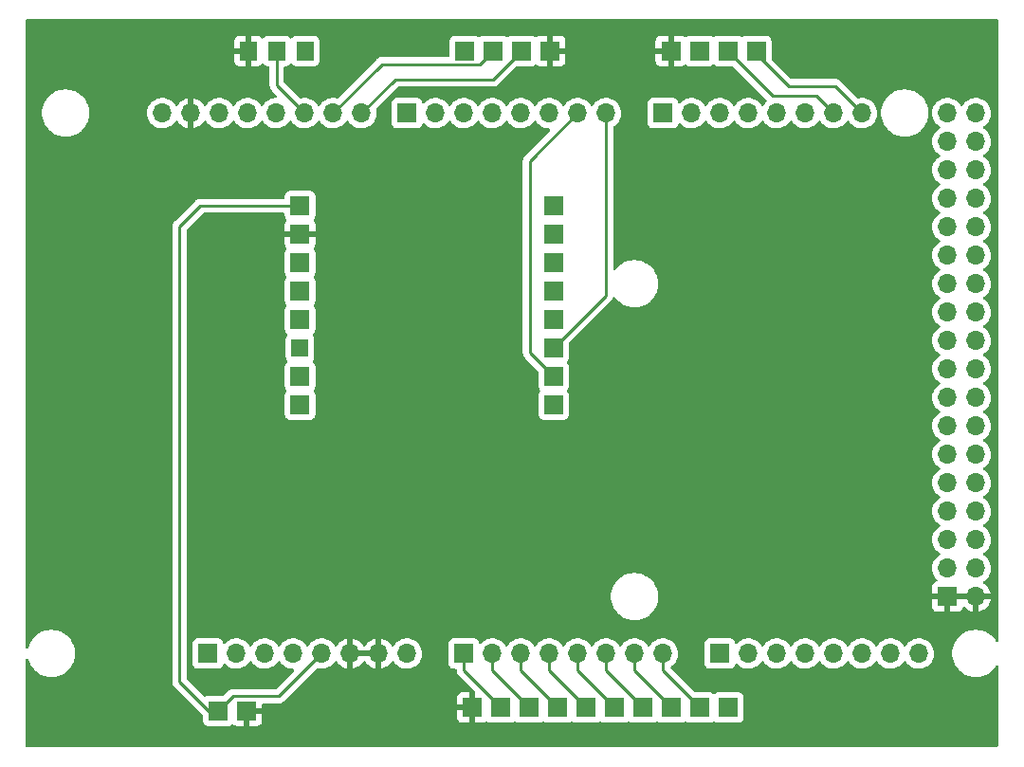
<source format=gbr>
%TF.GenerationSoftware,KiCad,Pcbnew,(6.0.7)*%
%TF.CreationDate,2022-09-07T14:49:01+09:00*%
%TF.ProjectId,jonseol2,6a6f6e73-656f-46c3-922e-6b696361645f,rev?*%
%TF.SameCoordinates,Original*%
%TF.FileFunction,Copper,L2,Bot*%
%TF.FilePolarity,Positive*%
%FSLAX46Y46*%
G04 Gerber Fmt 4.6, Leading zero omitted, Abs format (unit mm)*
G04 Created by KiCad (PCBNEW (6.0.7)) date 2022-09-07 14:49:01*
%MOMM*%
%LPD*%
G01*
G04 APERTURE LIST*
%TA.AperFunction,ComponentPad*%
%ADD10R,1.700000X1.700000*%
%TD*%
%TA.AperFunction,ComponentPad*%
%ADD11R,1.524000X1.700000*%
%TD*%
%TA.AperFunction,ComponentPad*%
%ADD12O,1.700000X1.700000*%
%TD*%
%TA.AperFunction,ComponentPad*%
%ADD13R,1.524000X1.524000*%
%TD*%
%TA.AperFunction,Conductor*%
%ADD14C,0.250000*%
%TD*%
G04 APERTURE END LIST*
D10*
%TO.P,R1,1,GND*%
%TO.N,GND*%
X151562000Y-102286000D03*
%TO.P,R1,2,IN1*%
%TO.N,Relay_1*%
X154102000Y-102286000D03*
%TO.P,R1,3,IN2*%
%TO.N,Relay_2*%
X156642000Y-102286000D03*
%TO.P,R1,4,IN3*%
%TO.N,Relay_3*%
X159182000Y-102286000D03*
%TO.P,R1,5,IN4*%
%TO.N,Relay_4*%
X161722000Y-102286000D03*
%TO.P,R1,6,IN5*%
%TO.N,Relay_5*%
X164262000Y-102286000D03*
%TO.P,R1,7,IN6*%
%TO.N,Relay_6*%
X166802000Y-102286000D03*
%TO.P,R1,8,IN7*%
%TO.N,Relay_7*%
X169342000Y-102286000D03*
%TO.P,R1,9,IN8*%
%TO.N,Relay_8*%
X171882000Y-102286000D03*
%TO.P,R1,10,VCC*%
%TO.N,+5V*%
X174422000Y-102286000D03*
%TD*%
%TO.P,Display1,1,GND*%
%TO.N,GND*%
X169285000Y-43644000D03*
%TO.P,Display1,2,VCC*%
%TO.N,+5V*%
X171825000Y-43644000D03*
%TO.P,Display1,3,SDA*%
%TO.N,SDA*%
X174365000Y-43644000D03*
%TO.P,Display1,4,SCL*%
%TO.N,SCL*%
X176905000Y-43644000D03*
%TD*%
%TO.P,U1,1,VCC*%
%TO.N,+5V*%
X150895000Y-43644000D03*
%TO.P,U1,2,Trig*%
%TO.N,Trig*%
X153435000Y-43644000D03*
%TO.P,U1,3,Echo*%
%TO.N,Echo*%
X155975000Y-43644000D03*
%TO.P,U1,4,GND*%
%TO.N,GND*%
X158515000Y-43644000D03*
%TD*%
D11*
%TO.P,B1,1,GND*%
%TO.N,GND*%
X131555000Y-43644000D03*
%TO.P,B1,2,I/O*%
%TO.N,Buzzer*%
X134095000Y-43644000D03*
%TO.P,B1,3,VCC*%
%TO.N,+5V*%
X136635000Y-43644000D03*
%TD*%
D10*
%TO.P,J4,1,Pin_1*%
%TO.N,GND*%
X193980000Y-92380000D03*
D12*
%TO.P,J4,2,Pin_2*%
X196520000Y-92380000D03*
%TO.P,J4,3,Pin_3*%
%TO.N,/\u002A52*%
X193980000Y-89840000D03*
%TO.P,J4,4,Pin_4*%
%TO.N,/53*%
X196520000Y-89840000D03*
%TO.P,J4,5,Pin_5*%
%TO.N,/50*%
X193980000Y-87300000D03*
%TO.P,J4,6,Pin_6*%
%TO.N,/51*%
X196520000Y-87300000D03*
%TO.P,J4,7,Pin_7*%
%TO.N,/48*%
X193980000Y-84760000D03*
%TO.P,J4,8,Pin_8*%
%TO.N,/49*%
X196520000Y-84760000D03*
%TO.P,J4,9,Pin_9*%
%TO.N,/\u002A46*%
X193980000Y-82220000D03*
%TO.P,J4,10,Pin_10*%
%TO.N,/47*%
X196520000Y-82220000D03*
%TO.P,J4,11,Pin_11*%
%TO.N,/\u002A44*%
X193980000Y-79680000D03*
%TO.P,J4,12,Pin_12*%
%TO.N,/\u002A45*%
X196520000Y-79680000D03*
%TO.P,J4,13,Pin_13*%
%TO.N,/42*%
X193980000Y-77140000D03*
%TO.P,J4,14,Pin_14*%
%TO.N,/43*%
X196520000Y-77140000D03*
%TO.P,J4,15,Pin_15*%
%TO.N,/40*%
X193980000Y-74600000D03*
%TO.P,J4,16,Pin_16*%
%TO.N,/41*%
X196520000Y-74600000D03*
%TO.P,J4,17,Pin_17*%
%TO.N,/38*%
X193980000Y-72060000D03*
%TO.P,J4,18,Pin_18*%
%TO.N,/39*%
X196520000Y-72060000D03*
%TO.P,J4,19,Pin_19*%
%TO.N,/36*%
X193980000Y-69520000D03*
%TO.P,J4,20,Pin_20*%
%TO.N,/37*%
X196520000Y-69520000D03*
%TO.P,J4,21,Pin_21*%
%TO.N,/34*%
X193980000Y-66980000D03*
%TO.P,J4,22,Pin_22*%
%TO.N,/35*%
X196520000Y-66980000D03*
%TO.P,J4,23,Pin_23*%
%TO.N,/32*%
X193980000Y-64440000D03*
%TO.P,J4,24,Pin_24*%
%TO.N,/33*%
X196520000Y-64440000D03*
%TO.P,J4,25,Pin_25*%
%TO.N,/30*%
X193980000Y-61900000D03*
%TO.P,J4,26,Pin_26*%
%TO.N,/31*%
X196520000Y-61900000D03*
%TO.P,J4,27,Pin_27*%
%TO.N,/28*%
X193980000Y-59360000D03*
%TO.P,J4,28,Pin_28*%
%TO.N,/29*%
X196520000Y-59360000D03*
%TO.P,J4,29,Pin_29*%
%TO.N,/26*%
X193980000Y-56820000D03*
%TO.P,J4,30,Pin_30*%
%TO.N,/27*%
X196520000Y-56820000D03*
%TO.P,J4,31,Pin_31*%
%TO.N,/24*%
X193980000Y-54280000D03*
%TO.P,J4,32,Pin_32*%
%TO.N,/25*%
X196520000Y-54280000D03*
%TO.P,J4,33,Pin_33*%
%TO.N,/22*%
X193980000Y-51740000D03*
%TO.P,J4,34,Pin_34*%
%TO.N,/23*%
X196520000Y-51740000D03*
%TO.P,J4,35,Pin_35*%
%TO.N,+5V*%
X193980000Y-49200000D03*
%TO.P,J4,36,Pin_36*%
X196520000Y-49200000D03*
%TD*%
D10*
%TO.P,J1,1,Pin_1*%
%TO.N,unconnected-(J1-Pad1)*%
X127940000Y-97460000D03*
D12*
%TO.P,J1,2,Pin_2*%
%TO.N,/IOREF*%
X130480000Y-97460000D03*
%TO.P,J1,3,Pin_3*%
%TO.N,/~{RESET}*%
X133020000Y-97460000D03*
%TO.P,J1,4,Pin_4*%
%TO.N,+3V3*%
X135560000Y-97460000D03*
%TO.P,J1,5,Pin_5*%
%TO.N,+5V*%
X138100000Y-97460000D03*
%TO.P,J1,6,Pin_6*%
%TO.N,GND*%
X140640000Y-97460000D03*
%TO.P,J1,7,Pin_7*%
X143180000Y-97460000D03*
%TO.P,J1,8,Pin_8*%
%TO.N,VCC*%
X145720000Y-97460000D03*
%TD*%
D10*
%TO.P,J2,1,Pin_1*%
%TO.N,Relay_1*%
X150800000Y-97460000D03*
D12*
%TO.P,J2,2,Pin_2*%
%TO.N,Relay_2*%
X153340000Y-97460000D03*
%TO.P,J2,3,Pin_3*%
%TO.N,Relay_3*%
X155880000Y-97460000D03*
%TO.P,J2,4,Pin_4*%
%TO.N,Relay_4*%
X158420000Y-97460000D03*
%TO.P,J2,5,Pin_5*%
%TO.N,Relay_5*%
X160960000Y-97460000D03*
%TO.P,J2,6,Pin_6*%
%TO.N,Relay_6*%
X163500000Y-97460000D03*
%TO.P,J2,7,Pin_7*%
%TO.N,Relay_7*%
X166040000Y-97460000D03*
%TO.P,J2,8,Pin_8*%
%TO.N,Relay_8*%
X168580000Y-97460000D03*
%TD*%
D10*
%TO.P,J3,1,Pin_1*%
%TO.N,/A8*%
X173660000Y-97460000D03*
D12*
%TO.P,J3,2,Pin_2*%
%TO.N,/A9*%
X176200000Y-97460000D03*
%TO.P,J3,3,Pin_3*%
%TO.N,/A10*%
X178740000Y-97460000D03*
%TO.P,J3,4,Pin_4*%
%TO.N,/A11*%
X181280000Y-97460000D03*
%TO.P,J3,5,Pin_5*%
%TO.N,/A12*%
X183820000Y-97460000D03*
%TO.P,J3,6,Pin_6*%
%TO.N,/A13*%
X186360000Y-97460000D03*
%TO.P,J3,7,Pin_7*%
%TO.N,/A14*%
X188900000Y-97460000D03*
%TO.P,J3,8,Pin_8*%
%TO.N,/A15*%
X191440000Y-97460000D03*
%TD*%
%TO.P,J5,3,Pin_3*%
%TO.N,/AREF*%
X123876000Y-49200000D03*
%TO.P,J5,4,Pin_4*%
%TO.N,GND*%
X126416000Y-49200000D03*
%TO.P,J5,5,Pin_5*%
%TO.N,/\u002A13*%
X128956000Y-49200000D03*
%TO.P,J5,6,Pin_6*%
%TO.N,/\u002A12*%
X131496000Y-49200000D03*
%TO.P,J5,7,Pin_7*%
%TO.N,/\u002A11*%
X134036000Y-49200000D03*
%TO.P,J5,8,Pin_8*%
%TO.N,Buzzer*%
X136576000Y-49200000D03*
%TO.P,J5,9,Pin_9*%
%TO.N,Trig*%
X139116000Y-49200000D03*
%TO.P,J5,10,Pin_10*%
%TO.N,Echo*%
X141656000Y-49200000D03*
%TD*%
D10*
%TO.P,J6,1,Pin_1*%
%TO.N,/\u002A7*%
X145720000Y-49200000D03*
D12*
%TO.P,J6,2,Pin_2*%
%TO.N,/\u002A6*%
X148260000Y-49200000D03*
%TO.P,J6,3,Pin_3*%
%TO.N,/\u002A5*%
X150800000Y-49200000D03*
%TO.P,J6,4,Pin_4*%
%TO.N,/\u002A4*%
X153340000Y-49200000D03*
%TO.P,J6,5,Pin_5*%
%TO.N,/\u002A3*%
X155880000Y-49200000D03*
%TO.P,J6,6,Pin_6*%
%TO.N,/\u002A2*%
X158420000Y-49200000D03*
%TO.P,J6,7,Pin_7*%
%TO.N,TX*%
X160960000Y-49200000D03*
%TO.P,J6,8,Pin_8*%
%TO.N,RX*%
X163500000Y-49200000D03*
%TD*%
D10*
%TO.P,J7,1,Pin_1*%
%TO.N,/TX3{slash}14*%
X168580000Y-49200000D03*
D12*
%TO.P,J7,2,Pin_2*%
%TO.N,/RX3{slash}15*%
X171120000Y-49200000D03*
%TO.P,J7,3,Pin_3*%
%TO.N,/TX2{slash}16*%
X173660000Y-49200000D03*
%TO.P,J7,4,Pin_4*%
%TO.N,/RX2{slash}17*%
X176200000Y-49200000D03*
%TO.P,J7,5,Pin_5*%
%TO.N,/TX1{slash}18*%
X178740000Y-49200000D03*
%TO.P,J7,6,Pin_6*%
%TO.N,/RX1{slash}19*%
X181280000Y-49200000D03*
%TO.P,J7,7,Pin_7*%
%TO.N,SDA*%
X183820000Y-49200000D03*
%TO.P,J7,8,Pin_8*%
%TO.N,SCL*%
X186360000Y-49200000D03*
%TD*%
D10*
%TO.P,,*%
%TO.N,+5V*%
X128890000Y-102566000D03*
%TD*%
%TO.P,E1,16*%
%TO.N,unconnected-(E1-Pad16)*%
X158815000Y-57475000D03*
%TO.P,E1,15*%
%TO.N,unconnected-(E1-Pad15)*%
X158815000Y-60015000D03*
%TO.P,E1,14*%
%TO.N,unconnected-(E1-Pad14)*%
X158815000Y-62555000D03*
%TO.P,E1,13*%
%TO.N,unconnected-(E1-Pad13)*%
X158815000Y-65095000D03*
%TO.P,E1,12*%
%TO.N,unconnected-(E1-Pad12)*%
X158815000Y-67635000D03*
%TO.P,E1,11,RX*%
%TO.N,RX*%
X158815000Y-70175000D03*
%TO.P,E1,10,TX*%
%TO.N,TX*%
X158815000Y-72715000D03*
%TO.P,E1,9*%
%TO.N,unconnected-(E1-Pad9)*%
X158815000Y-75255000D03*
%TO.P,E1,8*%
%TO.N,unconnected-(E1-Pad8)*%
X136175000Y-75255000D03*
%TO.P,E1,7*%
%TO.N,unconnected-(E1-Pad7)*%
X136175000Y-72715000D03*
D13*
%TO.P,E1,6*%
%TO.N,unconnected-(E1-Pad6)*%
X136175000Y-70175000D03*
D10*
%TO.P,E1,5*%
%TO.N,unconnected-(E1-Pad5)*%
X136175000Y-67635000D03*
%TO.P,E1,4*%
%TO.N,unconnected-(E1-Pad4)*%
X136175000Y-65095000D03*
%TO.P,E1,3*%
%TO.N,unconnected-(E1-Pad3)*%
X136175000Y-62555000D03*
%TO.P,E1,2,GND*%
%TO.N,GND*%
X136175000Y-60015000D03*
%TO.P,E1,1,5V*%
%TO.N,+5V*%
X136175000Y-57475000D03*
%TD*%
%TO.P,,*%
%TO.N,GND*%
X131430000Y-102566000D03*
%TD*%
D14*
%TO.N,+5V*%
X130186000Y-101270000D02*
X128890000Y-102566000D01*
X134290000Y-101270000D02*
X130186000Y-101270000D01*
X138100000Y-97460000D02*
X134290000Y-101270000D01*
X127966000Y-102566000D02*
X128890000Y-102566000D01*
X125400000Y-59360000D02*
X125400000Y-100000000D01*
X127285000Y-57475000D02*
X125400000Y-59360000D01*
X125400000Y-100000000D02*
X127966000Y-102566000D01*
X136175000Y-57475000D02*
X127285000Y-57475000D01*
%TO.N,Buzzer*%
X134095000Y-43644000D02*
X134095000Y-46719000D01*
X134095000Y-46719000D02*
X136576000Y-49200000D01*
%TO.N,SDA*%
X174365000Y-43644000D02*
X178377989Y-47656989D01*
X178377989Y-47656989D02*
X182276989Y-47656989D01*
X182276989Y-47656989D02*
X183820000Y-49200000D01*
%TO.N,SCL*%
X179784000Y-46784000D02*
X183944000Y-46784000D01*
X176905000Y-43644000D02*
X176905000Y-43905000D01*
X176905000Y-43905000D02*
X179784000Y-46784000D01*
X183944000Y-46784000D02*
X186360000Y-49200000D01*
%TO.N,TX*%
X160960000Y-49200000D02*
X156700000Y-53460000D01*
X156700000Y-70600000D02*
X158815000Y-72715000D01*
X156700000Y-53460000D02*
X156700000Y-70600000D01*
%TO.N,RX*%
X163500000Y-49200000D02*
X163500000Y-65490000D01*
X163500000Y-65490000D02*
X158815000Y-70175000D01*
%TO.N,Relay_1*%
X150800000Y-98984000D02*
X154102000Y-102286000D01*
X150800000Y-97460000D02*
X150800000Y-98984000D01*
%TO.N,Relay_2*%
X153340000Y-97460000D02*
X153340000Y-98984000D01*
X153340000Y-98984000D02*
X156642000Y-102286000D01*
%TO.N,Relay_3*%
X155880000Y-98984000D02*
X159182000Y-102286000D01*
X155880000Y-97460000D02*
X155880000Y-98984000D01*
%TO.N,Relay_4*%
X158420000Y-97460000D02*
X158420000Y-98984000D01*
X158420000Y-98984000D02*
X161722000Y-102286000D01*
%TO.N,Relay_5*%
X160960000Y-97460000D02*
X160960000Y-98984000D01*
X160960000Y-98984000D02*
X164262000Y-102286000D01*
%TO.N,Relay_6*%
X163500000Y-97460000D02*
X163500000Y-98984000D01*
X163500000Y-98984000D02*
X166802000Y-102286000D01*
%TO.N,Relay_7*%
X166040000Y-97460000D02*
X166040000Y-98984000D01*
X166040000Y-98984000D02*
X169342000Y-102286000D01*
%TO.N,Relay_8*%
X168580000Y-97460000D02*
X168580000Y-98984000D01*
X168580000Y-98984000D02*
X171882000Y-102286000D01*
%TO.N,Trig*%
X139116000Y-49200000D02*
X143497000Y-44819000D01*
X152260000Y-44819000D02*
X153435000Y-43644000D01*
X143497000Y-44819000D02*
X152260000Y-44819000D01*
%TO.N,Echo*%
X153419000Y-46200000D02*
X155975000Y-43644000D01*
X141656000Y-49200000D02*
X144656000Y-46200000D01*
X144656000Y-46200000D02*
X153419000Y-46200000D01*
%TD*%
%TA.AperFunction,Conductor*%
%TO.N,GND*%
G36*
X198395018Y-40820000D02*
G01*
X198409853Y-40822310D01*
X198409855Y-40822310D01*
X198418724Y-40823691D01*
X198424508Y-40822935D01*
X198490868Y-40843307D01*
X198536700Y-40897528D01*
X198545165Y-40938873D01*
X198546309Y-40938723D01*
X198546309Y-40938724D01*
X198546329Y-40938873D01*
X198550436Y-40970283D01*
X198551500Y-40986621D01*
X198551500Y-59288928D01*
X198550145Y-59301058D01*
X198550627Y-59301097D01*
X198549907Y-59310044D01*
X198547926Y-59318800D01*
X198548482Y-59327760D01*
X198551258Y-59372508D01*
X198551500Y-59380310D01*
X198551500Y-59396513D01*
X198551833Y-59398841D01*
X198552000Y-59403533D01*
X198552000Y-96293471D01*
X198531998Y-96361592D01*
X198478342Y-96408085D01*
X198408068Y-96418189D01*
X198343488Y-96388695D01*
X198317884Y-96358177D01*
X198257643Y-96257521D01*
X198257640Y-96257517D01*
X198255439Y-96253839D01*
X198075687Y-96029472D01*
X197867149Y-95831577D01*
X197633683Y-95663814D01*
X197611843Y-95652250D01*
X197588654Y-95639972D01*
X197379608Y-95529288D01*
X197109627Y-95430489D01*
X196828736Y-95369245D01*
X196797685Y-95366801D01*
X196605718Y-95351693D01*
X196605709Y-95351693D01*
X196603261Y-95351500D01*
X196447729Y-95351500D01*
X196445593Y-95351646D01*
X196445582Y-95351646D01*
X196237452Y-95365835D01*
X196237446Y-95365836D01*
X196233175Y-95366127D01*
X196228980Y-95366996D01*
X196228978Y-95366996D01*
X196092417Y-95395276D01*
X195951658Y-95424426D01*
X195680657Y-95520393D01*
X195425188Y-95652250D01*
X195421687Y-95654711D01*
X195421683Y-95654713D01*
X195375822Y-95686945D01*
X195189977Y-95817559D01*
X194979378Y-96013260D01*
X194797287Y-96235732D01*
X194647073Y-96480858D01*
X194645347Y-96484791D01*
X194645346Y-96484792D01*
X194593835Y-96602138D01*
X194531517Y-96744102D01*
X194530342Y-96748229D01*
X194530341Y-96748230D01*
X194526967Y-96760074D01*
X194452756Y-97020594D01*
X194412249Y-97305216D01*
X194412227Y-97309505D01*
X194412226Y-97309512D01*
X194410765Y-97588417D01*
X194410743Y-97592703D01*
X194448268Y-97877734D01*
X194524129Y-98155036D01*
X194525813Y-98158984D01*
X194621202Y-98382618D01*
X194636923Y-98419476D01*
X194683637Y-98497529D01*
X194761036Y-98626853D01*
X194784561Y-98666161D01*
X194964313Y-98890528D01*
X195029455Y-98952345D01*
X195121507Y-99039699D01*
X195172851Y-99088423D01*
X195406317Y-99256186D01*
X195410112Y-99258195D01*
X195410113Y-99258196D01*
X195431869Y-99269715D01*
X195660392Y-99390712D01*
X195930373Y-99489511D01*
X196211264Y-99550755D01*
X196239841Y-99553004D01*
X196434282Y-99568307D01*
X196434291Y-99568307D01*
X196436739Y-99568500D01*
X196592271Y-99568500D01*
X196594407Y-99568354D01*
X196594418Y-99568354D01*
X196802548Y-99554165D01*
X196802554Y-99554164D01*
X196806825Y-99553873D01*
X196811020Y-99553004D01*
X196811022Y-99553004D01*
X196947583Y-99524724D01*
X197088342Y-99495574D01*
X197359343Y-99399607D01*
X197568570Y-99291617D01*
X197611005Y-99269715D01*
X197611006Y-99269715D01*
X197614812Y-99267750D01*
X197618313Y-99265289D01*
X197618317Y-99265287D01*
X197792602Y-99142797D01*
X197850023Y-99102441D01*
X197964626Y-98995945D01*
X198057479Y-98909661D01*
X198057481Y-98909658D01*
X198060622Y-98906740D01*
X198242713Y-98684268D01*
X198318567Y-98560486D01*
X198371215Y-98512855D01*
X198441257Y-98501248D01*
X198506454Y-98529351D01*
X198546108Y-98588242D01*
X198552000Y-98626321D01*
X198552000Y-98683924D01*
X198551833Y-98688246D01*
X198551500Y-98690386D01*
X198551500Y-98705906D01*
X198551154Y-98715243D01*
X198547461Y-98764941D01*
X198549335Y-98773720D01*
X198549898Y-98781978D01*
X198551500Y-98797161D01*
X198551500Y-105538633D01*
X198550000Y-105558018D01*
X198547690Y-105572851D01*
X198547690Y-105572855D01*
X198546309Y-105581724D01*
X198547473Y-105590629D01*
X198547364Y-105599598D01*
X198546550Y-105599588D01*
X198546257Y-105621098D01*
X198542215Y-105646622D01*
X198530033Y-105684116D01*
X198512145Y-105719224D01*
X198488973Y-105751117D01*
X198461117Y-105778973D01*
X198429226Y-105802144D01*
X198394116Y-105820034D01*
X198356627Y-105832214D01*
X198331974Y-105836119D01*
X198312250Y-105837551D01*
X198304276Y-105836309D01*
X198272714Y-105840436D01*
X198256379Y-105841500D01*
X111810000Y-105841500D01*
X111741879Y-105821498D01*
X111695386Y-105767842D01*
X111684000Y-105715500D01*
X111684000Y-98032582D01*
X111704002Y-97964461D01*
X111757658Y-97917968D01*
X111827932Y-97907864D01*
X111892512Y-97937358D01*
X111931534Y-97999334D01*
X111974129Y-98155036D01*
X111975813Y-98158984D01*
X112071202Y-98382618D01*
X112086923Y-98419476D01*
X112133637Y-98497529D01*
X112211036Y-98626853D01*
X112234561Y-98666161D01*
X112414313Y-98890528D01*
X112479455Y-98952345D01*
X112571507Y-99039699D01*
X112622851Y-99088423D01*
X112856317Y-99256186D01*
X112860112Y-99258195D01*
X112860113Y-99258196D01*
X112881869Y-99269715D01*
X113110392Y-99390712D01*
X113380373Y-99489511D01*
X113661264Y-99550755D01*
X113689841Y-99553004D01*
X113884282Y-99568307D01*
X113884291Y-99568307D01*
X113886739Y-99568500D01*
X114042271Y-99568500D01*
X114044407Y-99568354D01*
X114044418Y-99568354D01*
X114252548Y-99554165D01*
X114252554Y-99554164D01*
X114256825Y-99553873D01*
X114261020Y-99553004D01*
X114261022Y-99553004D01*
X114397583Y-99524724D01*
X114538342Y-99495574D01*
X114809343Y-99399607D01*
X115018570Y-99291617D01*
X115061005Y-99269715D01*
X115061006Y-99269715D01*
X115064812Y-99267750D01*
X115068313Y-99265289D01*
X115068317Y-99265287D01*
X115242602Y-99142797D01*
X115300023Y-99102441D01*
X115414626Y-98995945D01*
X115507479Y-98909661D01*
X115507481Y-98909658D01*
X115510622Y-98906740D01*
X115692713Y-98684268D01*
X115842927Y-98439142D01*
X115846927Y-98430031D01*
X115956757Y-98179830D01*
X115958483Y-98175898D01*
X115963742Y-98157438D01*
X116018145Y-97966453D01*
X116037244Y-97899406D01*
X116077751Y-97614784D01*
X116077845Y-97596951D01*
X116079235Y-97331583D01*
X116079235Y-97331576D01*
X116079257Y-97327297D01*
X116041732Y-97042266D01*
X115965871Y-96764964D01*
X115898239Y-96606403D01*
X115854763Y-96504476D01*
X115854761Y-96504472D01*
X115853077Y-96500524D01*
X115749704Y-96327800D01*
X115707643Y-96257521D01*
X115707640Y-96257517D01*
X115705439Y-96253839D01*
X115525687Y-96029472D01*
X115317149Y-95831577D01*
X115083683Y-95663814D01*
X115061843Y-95652250D01*
X115038654Y-95639972D01*
X114829608Y-95529288D01*
X114559627Y-95430489D01*
X114278736Y-95369245D01*
X114247685Y-95366801D01*
X114055718Y-95351693D01*
X114055709Y-95351693D01*
X114053261Y-95351500D01*
X113897729Y-95351500D01*
X113895593Y-95351646D01*
X113895582Y-95351646D01*
X113687452Y-95365835D01*
X113687446Y-95365836D01*
X113683175Y-95366127D01*
X113678980Y-95366996D01*
X113678978Y-95366996D01*
X113542417Y-95395276D01*
X113401658Y-95424426D01*
X113130657Y-95520393D01*
X112875188Y-95652250D01*
X112871687Y-95654711D01*
X112871683Y-95654713D01*
X112825822Y-95686945D01*
X112639977Y-95817559D01*
X112429378Y-96013260D01*
X112247287Y-96235732D01*
X112097073Y-96480858D01*
X112095347Y-96484791D01*
X112095346Y-96484792D01*
X112043835Y-96602138D01*
X111981517Y-96744102D01*
X111980342Y-96748229D01*
X111980341Y-96748230D01*
X111931179Y-96920815D01*
X111893280Y-96980850D01*
X111828940Y-97010864D01*
X111758587Y-97001329D01*
X111704557Y-96955272D01*
X111684000Y-96886296D01*
X111684000Y-59339943D01*
X124761780Y-59339943D01*
X124762526Y-59347835D01*
X124765941Y-59383961D01*
X124766500Y-59395819D01*
X124766500Y-99921233D01*
X124765973Y-99932416D01*
X124764298Y-99939909D01*
X124764547Y-99947835D01*
X124764547Y-99947836D01*
X124766438Y-100007986D01*
X124766500Y-100011945D01*
X124766500Y-100039856D01*
X124766997Y-100043790D01*
X124766997Y-100043791D01*
X124767005Y-100043856D01*
X124767938Y-100055693D01*
X124769327Y-100099889D01*
X124774978Y-100119339D01*
X124778987Y-100138700D01*
X124781526Y-100158797D01*
X124784445Y-100166168D01*
X124784445Y-100166170D01*
X124797804Y-100199912D01*
X124801649Y-100211142D01*
X124813982Y-100253593D01*
X124818015Y-100260412D01*
X124818017Y-100260417D01*
X124824293Y-100271028D01*
X124832988Y-100288776D01*
X124840448Y-100307617D01*
X124845110Y-100314033D01*
X124845110Y-100314034D01*
X124866436Y-100343387D01*
X124872952Y-100353307D01*
X124895458Y-100391362D01*
X124909779Y-100405683D01*
X124922619Y-100420716D01*
X124934528Y-100437107D01*
X124940634Y-100442158D01*
X124968605Y-100465298D01*
X124977384Y-100473288D01*
X127462348Y-102958253D01*
X127469888Y-102966539D01*
X127474000Y-102973018D01*
X127479777Y-102978443D01*
X127491752Y-102989688D01*
X127527718Y-103050901D01*
X127531500Y-103081539D01*
X127531500Y-103464134D01*
X127538255Y-103526316D01*
X127589385Y-103662705D01*
X127676739Y-103779261D01*
X127793295Y-103866615D01*
X127929684Y-103917745D01*
X127991866Y-103924500D01*
X129788134Y-103924500D01*
X129850316Y-103917745D01*
X129986705Y-103866615D01*
X130084851Y-103793058D01*
X130151358Y-103768210D01*
X130220741Y-103783263D01*
X130235982Y-103793058D01*
X130326351Y-103860786D01*
X130341946Y-103869324D01*
X130462394Y-103914478D01*
X130477649Y-103918105D01*
X130528514Y-103923631D01*
X130535328Y-103924000D01*
X131157885Y-103924000D01*
X131173124Y-103919525D01*
X131174329Y-103918135D01*
X131176000Y-103910452D01*
X131176000Y-103905884D01*
X131684000Y-103905884D01*
X131688475Y-103921123D01*
X131689865Y-103922328D01*
X131697548Y-103923999D01*
X132324669Y-103923999D01*
X132331490Y-103923629D01*
X132382352Y-103918105D01*
X132397604Y-103914479D01*
X132518054Y-103869324D01*
X132533649Y-103860786D01*
X132635724Y-103784285D01*
X132648285Y-103771724D01*
X132724786Y-103669649D01*
X132733324Y-103654054D01*
X132778478Y-103533606D01*
X132782105Y-103518351D01*
X132787631Y-103467486D01*
X132788000Y-103460672D01*
X132788000Y-103180669D01*
X150204001Y-103180669D01*
X150204371Y-103187490D01*
X150209895Y-103238352D01*
X150213521Y-103253604D01*
X150258676Y-103374054D01*
X150267214Y-103389649D01*
X150343715Y-103491724D01*
X150356276Y-103504285D01*
X150458351Y-103580786D01*
X150473946Y-103589324D01*
X150594394Y-103634478D01*
X150609649Y-103638105D01*
X150660514Y-103643631D01*
X150667328Y-103644000D01*
X151289885Y-103644000D01*
X151305124Y-103639525D01*
X151306329Y-103638135D01*
X151308000Y-103630452D01*
X151308000Y-102558115D01*
X151303525Y-102542876D01*
X151302135Y-102541671D01*
X151294452Y-102540000D01*
X150222116Y-102540000D01*
X150206877Y-102544475D01*
X150205672Y-102545865D01*
X150204001Y-102553548D01*
X150204001Y-103180669D01*
X132788000Y-103180669D01*
X132788000Y-102838115D01*
X132783525Y-102822876D01*
X132782135Y-102821671D01*
X132774452Y-102820000D01*
X131702115Y-102820000D01*
X131686876Y-102824475D01*
X131685671Y-102825865D01*
X131684000Y-102833548D01*
X131684000Y-103905884D01*
X131176000Y-103905884D01*
X131176000Y-102438000D01*
X131196002Y-102369879D01*
X131249658Y-102323386D01*
X131302000Y-102312000D01*
X132769884Y-102312000D01*
X132785123Y-102307525D01*
X132786328Y-102306135D01*
X132787999Y-102298452D01*
X132787999Y-102029500D01*
X132792584Y-102013885D01*
X150204000Y-102013885D01*
X150208475Y-102029124D01*
X150209865Y-102030329D01*
X150217548Y-102032000D01*
X151289885Y-102032000D01*
X151305124Y-102027525D01*
X151306329Y-102026135D01*
X151308000Y-102018452D01*
X151308000Y-100946116D01*
X151303525Y-100930877D01*
X151302135Y-100929672D01*
X151294452Y-100928001D01*
X150667331Y-100928001D01*
X150660510Y-100928371D01*
X150609648Y-100933895D01*
X150594396Y-100937521D01*
X150473946Y-100982676D01*
X150458351Y-100991214D01*
X150356276Y-101067715D01*
X150343715Y-101080276D01*
X150267214Y-101182351D01*
X150258676Y-101197946D01*
X150213522Y-101318394D01*
X150209895Y-101333649D01*
X150204369Y-101384514D01*
X150204000Y-101391328D01*
X150204000Y-102013885D01*
X132792584Y-102013885D01*
X132808001Y-101961379D01*
X132861657Y-101914886D01*
X132913999Y-101903500D01*
X134211233Y-101903500D01*
X134222416Y-101904027D01*
X134229909Y-101905702D01*
X134237835Y-101905453D01*
X134237836Y-101905453D01*
X134297986Y-101903562D01*
X134301945Y-101903500D01*
X134329856Y-101903500D01*
X134333791Y-101903003D01*
X134333856Y-101902995D01*
X134345693Y-101902062D01*
X134377951Y-101901048D01*
X134381970Y-101900922D01*
X134389889Y-101900673D01*
X134409343Y-101895021D01*
X134428700Y-101891013D01*
X134440930Y-101889468D01*
X134440931Y-101889468D01*
X134448797Y-101888474D01*
X134456168Y-101885555D01*
X134456170Y-101885555D01*
X134489912Y-101872196D01*
X134501142Y-101868351D01*
X134535983Y-101858229D01*
X134535984Y-101858229D01*
X134543593Y-101856018D01*
X134550412Y-101851985D01*
X134550417Y-101851983D01*
X134561028Y-101845707D01*
X134578776Y-101837012D01*
X134597617Y-101829552D01*
X134633387Y-101803564D01*
X134643307Y-101797048D01*
X134674535Y-101778580D01*
X134674538Y-101778578D01*
X134681362Y-101774542D01*
X134695683Y-101760221D01*
X134710717Y-101747380D01*
X134720694Y-101740131D01*
X134727107Y-101735472D01*
X134755298Y-101701395D01*
X134763288Y-101692616D01*
X137644549Y-98811355D01*
X137706861Y-98777329D01*
X137758762Y-98776979D01*
X137938597Y-98813567D01*
X137943772Y-98813757D01*
X137943774Y-98813757D01*
X138156673Y-98821564D01*
X138156677Y-98821564D01*
X138161837Y-98821753D01*
X138166957Y-98821097D01*
X138166959Y-98821097D01*
X138378288Y-98794025D01*
X138378289Y-98794025D01*
X138383416Y-98793368D01*
X138388366Y-98791883D01*
X138592429Y-98730661D01*
X138592434Y-98730659D01*
X138597384Y-98729174D01*
X138797994Y-98630896D01*
X138979860Y-98501173D01*
X139138096Y-98343489D01*
X139147693Y-98330134D01*
X139268453Y-98162077D01*
X139269640Y-98162930D01*
X139316960Y-98119362D01*
X139386897Y-98107145D01*
X139452338Y-98134678D01*
X139480166Y-98166511D01*
X139537694Y-98260388D01*
X139543777Y-98268699D01*
X139683213Y-98429667D01*
X139690580Y-98436883D01*
X139854434Y-98572916D01*
X139862881Y-98578831D01*
X140046756Y-98686279D01*
X140056042Y-98690729D01*
X140255001Y-98766703D01*
X140264899Y-98769579D01*
X140368250Y-98790606D01*
X140382299Y-98789410D01*
X140386000Y-98779065D01*
X140386000Y-98778517D01*
X140894000Y-98778517D01*
X140898064Y-98792359D01*
X140911478Y-98794393D01*
X140918184Y-98793534D01*
X140928262Y-98791392D01*
X141132255Y-98730191D01*
X141141842Y-98726433D01*
X141333095Y-98632739D01*
X141341945Y-98627464D01*
X141515328Y-98503792D01*
X141523200Y-98497139D01*
X141674052Y-98346812D01*
X141680730Y-98338965D01*
X141808022Y-98161819D01*
X141809147Y-98162627D01*
X141856669Y-98118876D01*
X141926607Y-98106661D01*
X141992046Y-98134197D01*
X142019870Y-98166028D01*
X142077690Y-98260383D01*
X142083777Y-98268699D01*
X142223213Y-98429667D01*
X142230580Y-98436883D01*
X142394434Y-98572916D01*
X142402881Y-98578831D01*
X142586756Y-98686279D01*
X142596042Y-98690729D01*
X142795001Y-98766703D01*
X142804899Y-98769579D01*
X142908250Y-98790606D01*
X142922299Y-98789410D01*
X142926000Y-98779065D01*
X142926000Y-98778517D01*
X143434000Y-98778517D01*
X143438064Y-98792359D01*
X143451478Y-98794393D01*
X143458184Y-98793534D01*
X143468262Y-98791392D01*
X143672255Y-98730191D01*
X143681842Y-98726433D01*
X143873095Y-98632739D01*
X143881945Y-98627464D01*
X144055328Y-98503792D01*
X144063200Y-98497139D01*
X144214052Y-98346812D01*
X144220730Y-98338965D01*
X144348022Y-98161819D01*
X144349279Y-98162722D01*
X144396373Y-98119362D01*
X144466311Y-98107145D01*
X144531751Y-98134678D01*
X144559579Y-98166511D01*
X144619987Y-98265088D01*
X144766250Y-98433938D01*
X144938126Y-98576632D01*
X145131000Y-98689338D01*
X145339692Y-98769030D01*
X145344760Y-98770061D01*
X145344763Y-98770062D01*
X145412598Y-98783863D01*
X145558597Y-98813567D01*
X145563772Y-98813757D01*
X145563774Y-98813757D01*
X145776673Y-98821564D01*
X145776677Y-98821564D01*
X145781837Y-98821753D01*
X145786957Y-98821097D01*
X145786959Y-98821097D01*
X145998288Y-98794025D01*
X145998289Y-98794025D01*
X146003416Y-98793368D01*
X146008366Y-98791883D01*
X146212429Y-98730661D01*
X146212434Y-98730659D01*
X146217384Y-98729174D01*
X146417994Y-98630896D01*
X146599860Y-98501173D01*
X146743400Y-98358134D01*
X149441500Y-98358134D01*
X149448255Y-98420316D01*
X149499385Y-98556705D01*
X149586739Y-98673261D01*
X149703295Y-98760615D01*
X149839684Y-98811745D01*
X149901866Y-98818500D01*
X150038883Y-98818500D01*
X150107004Y-98838502D01*
X150153497Y-98892158D01*
X150164821Y-98940542D01*
X150166438Y-98991987D01*
X150166500Y-98995945D01*
X150166500Y-99023856D01*
X150166997Y-99027790D01*
X150166997Y-99027791D01*
X150167005Y-99027856D01*
X150167938Y-99039693D01*
X150169327Y-99083889D01*
X150173869Y-99099522D01*
X150174978Y-99103339D01*
X150178987Y-99122700D01*
X150181526Y-99142797D01*
X150184445Y-99150168D01*
X150184445Y-99150170D01*
X150197804Y-99183912D01*
X150201649Y-99195142D01*
X150213982Y-99237593D01*
X150218015Y-99244412D01*
X150218017Y-99244417D01*
X150224293Y-99255028D01*
X150232988Y-99272776D01*
X150240448Y-99291617D01*
X150245110Y-99298033D01*
X150245110Y-99298034D01*
X150266436Y-99327387D01*
X150272952Y-99337307D01*
X150295458Y-99375362D01*
X150309779Y-99389683D01*
X150322619Y-99404716D01*
X150334528Y-99421107D01*
X150340634Y-99426158D01*
X150368605Y-99449298D01*
X150377384Y-99457288D01*
X151779095Y-100858999D01*
X151813121Y-100921311D01*
X151816000Y-100948094D01*
X151816000Y-103625884D01*
X151820475Y-103641123D01*
X151821865Y-103642328D01*
X151829548Y-103643999D01*
X152456669Y-103643999D01*
X152463490Y-103643629D01*
X152514352Y-103638105D01*
X152529604Y-103634479D01*
X152650054Y-103589324D01*
X152665649Y-103580786D01*
X152756018Y-103513058D01*
X152822525Y-103488210D01*
X152891907Y-103503263D01*
X152907148Y-103513058D01*
X152914356Y-103518460D01*
X153005295Y-103586615D01*
X153141684Y-103637745D01*
X153203866Y-103644500D01*
X155000134Y-103644500D01*
X155062316Y-103637745D01*
X155198705Y-103586615D01*
X155296436Y-103513370D01*
X155362941Y-103488522D01*
X155432324Y-103503575D01*
X155447562Y-103513368D01*
X155545295Y-103586615D01*
X155681684Y-103637745D01*
X155743866Y-103644500D01*
X157540134Y-103644500D01*
X157602316Y-103637745D01*
X157738705Y-103586615D01*
X157836436Y-103513370D01*
X157902941Y-103488522D01*
X157972324Y-103503575D01*
X157987562Y-103513368D01*
X158085295Y-103586615D01*
X158221684Y-103637745D01*
X158283866Y-103644500D01*
X160080134Y-103644500D01*
X160142316Y-103637745D01*
X160278705Y-103586615D01*
X160376436Y-103513370D01*
X160442941Y-103488522D01*
X160512324Y-103503575D01*
X160527562Y-103513368D01*
X160625295Y-103586615D01*
X160761684Y-103637745D01*
X160823866Y-103644500D01*
X162620134Y-103644500D01*
X162682316Y-103637745D01*
X162818705Y-103586615D01*
X162916436Y-103513370D01*
X162982941Y-103488522D01*
X163052324Y-103503575D01*
X163067562Y-103513368D01*
X163165295Y-103586615D01*
X163301684Y-103637745D01*
X163363866Y-103644500D01*
X165160134Y-103644500D01*
X165222316Y-103637745D01*
X165358705Y-103586615D01*
X165456436Y-103513370D01*
X165522941Y-103488522D01*
X165592324Y-103503575D01*
X165607562Y-103513368D01*
X165705295Y-103586615D01*
X165841684Y-103637745D01*
X165903866Y-103644500D01*
X167700134Y-103644500D01*
X167762316Y-103637745D01*
X167898705Y-103586615D01*
X167996436Y-103513370D01*
X168062941Y-103488522D01*
X168132324Y-103503575D01*
X168147562Y-103513368D01*
X168245295Y-103586615D01*
X168381684Y-103637745D01*
X168443866Y-103644500D01*
X170240134Y-103644500D01*
X170302316Y-103637745D01*
X170438705Y-103586615D01*
X170536436Y-103513370D01*
X170602941Y-103488522D01*
X170672324Y-103503575D01*
X170687562Y-103513368D01*
X170785295Y-103586615D01*
X170921684Y-103637745D01*
X170983866Y-103644500D01*
X172780134Y-103644500D01*
X172842316Y-103637745D01*
X172978705Y-103586615D01*
X173076436Y-103513370D01*
X173142941Y-103488522D01*
X173212324Y-103503575D01*
X173227562Y-103513368D01*
X173325295Y-103586615D01*
X173461684Y-103637745D01*
X173523866Y-103644500D01*
X175320134Y-103644500D01*
X175382316Y-103637745D01*
X175518705Y-103586615D01*
X175635261Y-103499261D01*
X175722615Y-103382705D01*
X175773745Y-103246316D01*
X175780500Y-103184134D01*
X175780500Y-101387866D01*
X175773745Y-101325684D01*
X175722615Y-101189295D01*
X175635261Y-101072739D01*
X175518705Y-100985385D01*
X175382316Y-100934255D01*
X175320134Y-100927500D01*
X173523866Y-100927500D01*
X173461684Y-100934255D01*
X173325295Y-100985385D01*
X173227565Y-101058630D01*
X173161059Y-101083478D01*
X173091676Y-101068425D01*
X173076435Y-101058630D01*
X172978705Y-100985385D01*
X172842316Y-100934255D01*
X172780134Y-100927500D01*
X171471595Y-100927500D01*
X171403474Y-100907498D01*
X171382500Y-100890595D01*
X169292656Y-98800751D01*
X169258630Y-98738439D01*
X169263695Y-98667624D01*
X169308583Y-98609077D01*
X169349628Y-98579800D01*
X169459860Y-98501173D01*
X169603400Y-98358134D01*
X172301500Y-98358134D01*
X172308255Y-98420316D01*
X172359385Y-98556705D01*
X172446739Y-98673261D01*
X172563295Y-98760615D01*
X172699684Y-98811745D01*
X172761866Y-98818500D01*
X174558134Y-98818500D01*
X174620316Y-98811745D01*
X174756705Y-98760615D01*
X174873261Y-98673261D01*
X174960615Y-98556705D01*
X174982799Y-98497529D01*
X175004598Y-98439382D01*
X175047240Y-98382618D01*
X175113802Y-98357918D01*
X175183150Y-98373126D01*
X175217817Y-98401114D01*
X175246250Y-98433938D01*
X175418126Y-98576632D01*
X175611000Y-98689338D01*
X175819692Y-98769030D01*
X175824760Y-98770061D01*
X175824763Y-98770062D01*
X175892598Y-98783863D01*
X176038597Y-98813567D01*
X176043772Y-98813757D01*
X176043774Y-98813757D01*
X176256673Y-98821564D01*
X176256677Y-98821564D01*
X176261837Y-98821753D01*
X176266957Y-98821097D01*
X176266959Y-98821097D01*
X176478288Y-98794025D01*
X176478289Y-98794025D01*
X176483416Y-98793368D01*
X176488366Y-98791883D01*
X176692429Y-98730661D01*
X176692434Y-98730659D01*
X176697384Y-98729174D01*
X176897994Y-98630896D01*
X177079860Y-98501173D01*
X177238096Y-98343489D01*
X177247693Y-98330134D01*
X177368453Y-98162077D01*
X177369776Y-98163028D01*
X177416645Y-98119857D01*
X177486580Y-98107625D01*
X177552026Y-98135144D01*
X177579875Y-98166994D01*
X177639987Y-98265088D01*
X177786250Y-98433938D01*
X177958126Y-98576632D01*
X178151000Y-98689338D01*
X178359692Y-98769030D01*
X178364760Y-98770061D01*
X178364763Y-98770062D01*
X178432598Y-98783863D01*
X178578597Y-98813567D01*
X178583772Y-98813757D01*
X178583774Y-98813757D01*
X178796673Y-98821564D01*
X178796677Y-98821564D01*
X178801837Y-98821753D01*
X178806957Y-98821097D01*
X178806959Y-98821097D01*
X179018288Y-98794025D01*
X179018289Y-98794025D01*
X179023416Y-98793368D01*
X179028366Y-98791883D01*
X179232429Y-98730661D01*
X179232434Y-98730659D01*
X179237384Y-98729174D01*
X179437994Y-98630896D01*
X179619860Y-98501173D01*
X179778096Y-98343489D01*
X179787693Y-98330134D01*
X179908453Y-98162077D01*
X179909776Y-98163028D01*
X179956645Y-98119857D01*
X180026580Y-98107625D01*
X180092026Y-98135144D01*
X180119875Y-98166994D01*
X180179987Y-98265088D01*
X180326250Y-98433938D01*
X180498126Y-98576632D01*
X180691000Y-98689338D01*
X180899692Y-98769030D01*
X180904760Y-98770061D01*
X180904763Y-98770062D01*
X180972598Y-98783863D01*
X181118597Y-98813567D01*
X181123772Y-98813757D01*
X181123774Y-98813757D01*
X181336673Y-98821564D01*
X181336677Y-98821564D01*
X181341837Y-98821753D01*
X181346957Y-98821097D01*
X181346959Y-98821097D01*
X181558288Y-98794025D01*
X181558289Y-98794025D01*
X181563416Y-98793368D01*
X181568366Y-98791883D01*
X181772429Y-98730661D01*
X181772434Y-98730659D01*
X181777384Y-98729174D01*
X181977994Y-98630896D01*
X182159860Y-98501173D01*
X182318096Y-98343489D01*
X182327693Y-98330134D01*
X182448453Y-98162077D01*
X182449776Y-98163028D01*
X182496645Y-98119857D01*
X182566580Y-98107625D01*
X182632026Y-98135144D01*
X182659875Y-98166994D01*
X182719987Y-98265088D01*
X182866250Y-98433938D01*
X183038126Y-98576632D01*
X183231000Y-98689338D01*
X183439692Y-98769030D01*
X183444760Y-98770061D01*
X183444763Y-98770062D01*
X183512598Y-98783863D01*
X183658597Y-98813567D01*
X183663772Y-98813757D01*
X183663774Y-98813757D01*
X183876673Y-98821564D01*
X183876677Y-98821564D01*
X183881837Y-98821753D01*
X183886957Y-98821097D01*
X183886959Y-98821097D01*
X184098288Y-98794025D01*
X184098289Y-98794025D01*
X184103416Y-98793368D01*
X184108366Y-98791883D01*
X184312429Y-98730661D01*
X184312434Y-98730659D01*
X184317384Y-98729174D01*
X184517994Y-98630896D01*
X184699860Y-98501173D01*
X184858096Y-98343489D01*
X184867693Y-98330134D01*
X184988453Y-98162077D01*
X184989776Y-98163028D01*
X185036645Y-98119857D01*
X185106580Y-98107625D01*
X185172026Y-98135144D01*
X185199875Y-98166994D01*
X185259987Y-98265088D01*
X185406250Y-98433938D01*
X185578126Y-98576632D01*
X185771000Y-98689338D01*
X185979692Y-98769030D01*
X185984760Y-98770061D01*
X185984763Y-98770062D01*
X186052598Y-98783863D01*
X186198597Y-98813567D01*
X186203772Y-98813757D01*
X186203774Y-98813757D01*
X186416673Y-98821564D01*
X186416677Y-98821564D01*
X186421837Y-98821753D01*
X186426957Y-98821097D01*
X186426959Y-98821097D01*
X186638288Y-98794025D01*
X186638289Y-98794025D01*
X186643416Y-98793368D01*
X186648366Y-98791883D01*
X186852429Y-98730661D01*
X186852434Y-98730659D01*
X186857384Y-98729174D01*
X187057994Y-98630896D01*
X187239860Y-98501173D01*
X187398096Y-98343489D01*
X187407693Y-98330134D01*
X187528453Y-98162077D01*
X187529776Y-98163028D01*
X187576645Y-98119857D01*
X187646580Y-98107625D01*
X187712026Y-98135144D01*
X187739875Y-98166994D01*
X187799987Y-98265088D01*
X187946250Y-98433938D01*
X188118126Y-98576632D01*
X188311000Y-98689338D01*
X188519692Y-98769030D01*
X188524760Y-98770061D01*
X188524763Y-98770062D01*
X188592598Y-98783863D01*
X188738597Y-98813567D01*
X188743772Y-98813757D01*
X188743774Y-98813757D01*
X188956673Y-98821564D01*
X188956677Y-98821564D01*
X188961837Y-98821753D01*
X188966957Y-98821097D01*
X188966959Y-98821097D01*
X189178288Y-98794025D01*
X189178289Y-98794025D01*
X189183416Y-98793368D01*
X189188366Y-98791883D01*
X189392429Y-98730661D01*
X189392434Y-98730659D01*
X189397384Y-98729174D01*
X189597994Y-98630896D01*
X189779860Y-98501173D01*
X189938096Y-98343489D01*
X189947693Y-98330134D01*
X190068453Y-98162077D01*
X190069776Y-98163028D01*
X190116645Y-98119857D01*
X190186580Y-98107625D01*
X190252026Y-98135144D01*
X190279875Y-98166994D01*
X190339987Y-98265088D01*
X190486250Y-98433938D01*
X190658126Y-98576632D01*
X190851000Y-98689338D01*
X191059692Y-98769030D01*
X191064760Y-98770061D01*
X191064763Y-98770062D01*
X191132598Y-98783863D01*
X191278597Y-98813567D01*
X191283772Y-98813757D01*
X191283774Y-98813757D01*
X191496673Y-98821564D01*
X191496677Y-98821564D01*
X191501837Y-98821753D01*
X191506957Y-98821097D01*
X191506959Y-98821097D01*
X191718288Y-98794025D01*
X191718289Y-98794025D01*
X191723416Y-98793368D01*
X191728366Y-98791883D01*
X191932429Y-98730661D01*
X191932434Y-98730659D01*
X191937384Y-98729174D01*
X192137994Y-98630896D01*
X192319860Y-98501173D01*
X192478096Y-98343489D01*
X192487693Y-98330134D01*
X192605435Y-98166277D01*
X192608453Y-98162077D01*
X192613979Y-98150897D01*
X192705136Y-97966453D01*
X192705137Y-97966451D01*
X192707430Y-97961811D01*
X192772370Y-97748069D01*
X192801529Y-97526590D01*
X192803156Y-97460000D01*
X192784852Y-97237361D01*
X192730431Y-97020702D01*
X192641354Y-96815840D01*
X192520014Y-96628277D01*
X192369670Y-96463051D01*
X192365619Y-96459852D01*
X192365615Y-96459848D01*
X192198414Y-96327800D01*
X192198410Y-96327798D01*
X192194359Y-96324598D01*
X192158028Y-96304542D01*
X192137972Y-96293471D01*
X191998789Y-96216638D01*
X191993920Y-96214914D01*
X191993916Y-96214912D01*
X191793087Y-96143795D01*
X191793083Y-96143794D01*
X191788212Y-96142069D01*
X191783119Y-96141162D01*
X191783116Y-96141161D01*
X191573373Y-96103800D01*
X191573367Y-96103799D01*
X191568284Y-96102894D01*
X191494452Y-96101992D01*
X191350081Y-96100228D01*
X191350079Y-96100228D01*
X191344911Y-96100165D01*
X191124091Y-96133955D01*
X190911756Y-96203357D01*
X190713607Y-96306507D01*
X190709474Y-96309610D01*
X190709471Y-96309612D01*
X190564860Y-96418189D01*
X190534965Y-96440635D01*
X190531393Y-96444373D01*
X190423729Y-96557037D01*
X190380629Y-96602138D01*
X190273201Y-96759621D01*
X190218293Y-96804621D01*
X190147768Y-96812792D01*
X190084021Y-96781538D01*
X190063324Y-96757054D01*
X189982822Y-96632617D01*
X189982820Y-96632614D01*
X189980014Y-96628277D01*
X189829670Y-96463051D01*
X189825619Y-96459852D01*
X189825615Y-96459848D01*
X189658414Y-96327800D01*
X189658410Y-96327798D01*
X189654359Y-96324598D01*
X189618028Y-96304542D01*
X189597972Y-96293471D01*
X189458789Y-96216638D01*
X189453920Y-96214914D01*
X189453916Y-96214912D01*
X189253087Y-96143795D01*
X189253083Y-96143794D01*
X189248212Y-96142069D01*
X189243119Y-96141162D01*
X189243116Y-96141161D01*
X189033373Y-96103800D01*
X189033367Y-96103799D01*
X189028284Y-96102894D01*
X188954452Y-96101992D01*
X188810081Y-96100228D01*
X188810079Y-96100228D01*
X188804911Y-96100165D01*
X188584091Y-96133955D01*
X188371756Y-96203357D01*
X188173607Y-96306507D01*
X188169474Y-96309610D01*
X188169471Y-96309612D01*
X188024860Y-96418189D01*
X187994965Y-96440635D01*
X187991393Y-96444373D01*
X187883729Y-96557037D01*
X187840629Y-96602138D01*
X187733201Y-96759621D01*
X187678293Y-96804621D01*
X187607768Y-96812792D01*
X187544021Y-96781538D01*
X187523324Y-96757054D01*
X187442822Y-96632617D01*
X187442820Y-96632614D01*
X187440014Y-96628277D01*
X187289670Y-96463051D01*
X187285619Y-96459852D01*
X187285615Y-96459848D01*
X187118414Y-96327800D01*
X187118410Y-96327798D01*
X187114359Y-96324598D01*
X187078028Y-96304542D01*
X187057972Y-96293471D01*
X186918789Y-96216638D01*
X186913920Y-96214914D01*
X186913916Y-96214912D01*
X186713087Y-96143795D01*
X186713083Y-96143794D01*
X186708212Y-96142069D01*
X186703119Y-96141162D01*
X186703116Y-96141161D01*
X186493373Y-96103800D01*
X186493367Y-96103799D01*
X186488284Y-96102894D01*
X186414452Y-96101992D01*
X186270081Y-96100228D01*
X186270079Y-96100228D01*
X186264911Y-96100165D01*
X186044091Y-96133955D01*
X185831756Y-96203357D01*
X185633607Y-96306507D01*
X185629474Y-96309610D01*
X185629471Y-96309612D01*
X185484860Y-96418189D01*
X185454965Y-96440635D01*
X185451393Y-96444373D01*
X185343729Y-96557037D01*
X185300629Y-96602138D01*
X185193201Y-96759621D01*
X185138293Y-96804621D01*
X185067768Y-96812792D01*
X185004021Y-96781538D01*
X184983324Y-96757054D01*
X184902822Y-96632617D01*
X184902820Y-96632614D01*
X184900014Y-96628277D01*
X184749670Y-96463051D01*
X184745619Y-96459852D01*
X184745615Y-96459848D01*
X184578414Y-96327800D01*
X184578410Y-96327798D01*
X184574359Y-96324598D01*
X184538028Y-96304542D01*
X184517972Y-96293471D01*
X184378789Y-96216638D01*
X184373920Y-96214914D01*
X184373916Y-96214912D01*
X184173087Y-96143795D01*
X184173083Y-96143794D01*
X184168212Y-96142069D01*
X184163119Y-96141162D01*
X184163116Y-96141161D01*
X183953373Y-96103800D01*
X183953367Y-96103799D01*
X183948284Y-96102894D01*
X183874452Y-96101992D01*
X183730081Y-96100228D01*
X183730079Y-96100228D01*
X183724911Y-96100165D01*
X183504091Y-96133955D01*
X183291756Y-96203357D01*
X183093607Y-96306507D01*
X183089474Y-96309610D01*
X183089471Y-96309612D01*
X182944860Y-96418189D01*
X182914965Y-96440635D01*
X182911393Y-96444373D01*
X182803729Y-96557037D01*
X182760629Y-96602138D01*
X182653201Y-96759621D01*
X182598293Y-96804621D01*
X182527768Y-96812792D01*
X182464021Y-96781538D01*
X182443324Y-96757054D01*
X182362822Y-96632617D01*
X182362820Y-96632614D01*
X182360014Y-96628277D01*
X182209670Y-96463051D01*
X182205619Y-96459852D01*
X182205615Y-96459848D01*
X182038414Y-96327800D01*
X182038410Y-96327798D01*
X182034359Y-96324598D01*
X181998028Y-96304542D01*
X181977972Y-96293471D01*
X181838789Y-96216638D01*
X181833920Y-96214914D01*
X181833916Y-96214912D01*
X181633087Y-96143795D01*
X181633083Y-96143794D01*
X181628212Y-96142069D01*
X181623119Y-96141162D01*
X181623116Y-96141161D01*
X181413373Y-96103800D01*
X181413367Y-96103799D01*
X181408284Y-96102894D01*
X181334452Y-96101992D01*
X181190081Y-96100228D01*
X181190079Y-96100228D01*
X181184911Y-96100165D01*
X180964091Y-96133955D01*
X180751756Y-96203357D01*
X180553607Y-96306507D01*
X180549474Y-96309610D01*
X180549471Y-96309612D01*
X180404860Y-96418189D01*
X180374965Y-96440635D01*
X180371393Y-96444373D01*
X180263729Y-96557037D01*
X180220629Y-96602138D01*
X180113201Y-96759621D01*
X180058293Y-96804621D01*
X179987768Y-96812792D01*
X179924021Y-96781538D01*
X179903324Y-96757054D01*
X179822822Y-96632617D01*
X179822820Y-96632614D01*
X179820014Y-96628277D01*
X179669670Y-96463051D01*
X179665619Y-96459852D01*
X179665615Y-96459848D01*
X179498414Y-96327800D01*
X179498410Y-96327798D01*
X179494359Y-96324598D01*
X179458028Y-96304542D01*
X179437972Y-96293471D01*
X179298789Y-96216638D01*
X179293920Y-96214914D01*
X179293916Y-96214912D01*
X179093087Y-96143795D01*
X179093083Y-96143794D01*
X179088212Y-96142069D01*
X179083119Y-96141162D01*
X179083116Y-96141161D01*
X178873373Y-96103800D01*
X178873367Y-96103799D01*
X178868284Y-96102894D01*
X178794452Y-96101992D01*
X178650081Y-96100228D01*
X178650079Y-96100228D01*
X178644911Y-96100165D01*
X178424091Y-96133955D01*
X178211756Y-96203357D01*
X178013607Y-96306507D01*
X178009474Y-96309610D01*
X178009471Y-96309612D01*
X177864860Y-96418189D01*
X177834965Y-96440635D01*
X177831393Y-96444373D01*
X177723729Y-96557037D01*
X177680629Y-96602138D01*
X177573201Y-96759621D01*
X177518293Y-96804621D01*
X177447768Y-96812792D01*
X177384021Y-96781538D01*
X177363324Y-96757054D01*
X177282822Y-96632617D01*
X177282820Y-96632614D01*
X177280014Y-96628277D01*
X177129670Y-96463051D01*
X177125619Y-96459852D01*
X177125615Y-96459848D01*
X176958414Y-96327800D01*
X176958410Y-96327798D01*
X176954359Y-96324598D01*
X176918028Y-96304542D01*
X176897972Y-96293471D01*
X176758789Y-96216638D01*
X176753920Y-96214914D01*
X176753916Y-96214912D01*
X176553087Y-96143795D01*
X176553083Y-96143794D01*
X176548212Y-96142069D01*
X176543119Y-96141162D01*
X176543116Y-96141161D01*
X176333373Y-96103800D01*
X176333367Y-96103799D01*
X176328284Y-96102894D01*
X176254452Y-96101992D01*
X176110081Y-96100228D01*
X176110079Y-96100228D01*
X176104911Y-96100165D01*
X175884091Y-96133955D01*
X175671756Y-96203357D01*
X175473607Y-96306507D01*
X175469474Y-96309610D01*
X175469471Y-96309612D01*
X175324860Y-96418189D01*
X175294965Y-96440635D01*
X175215543Y-96523746D01*
X175214283Y-96525064D01*
X175152759Y-96560494D01*
X175081846Y-96557037D01*
X175024060Y-96515791D01*
X175005207Y-96482243D01*
X174963767Y-96371703D01*
X174960615Y-96363295D01*
X174873261Y-96246739D01*
X174756705Y-96159385D01*
X174620316Y-96108255D01*
X174558134Y-96101500D01*
X172761866Y-96101500D01*
X172699684Y-96108255D01*
X172563295Y-96159385D01*
X172446739Y-96246739D01*
X172359385Y-96363295D01*
X172308255Y-96499684D01*
X172301500Y-96561866D01*
X172301500Y-98358134D01*
X169603400Y-98358134D01*
X169618096Y-98343489D01*
X169627693Y-98330134D01*
X169745435Y-98166277D01*
X169748453Y-98162077D01*
X169753979Y-98150897D01*
X169845136Y-97966453D01*
X169845137Y-97966451D01*
X169847430Y-97961811D01*
X169912370Y-97748069D01*
X169941529Y-97526590D01*
X169943156Y-97460000D01*
X169924852Y-97237361D01*
X169870431Y-97020702D01*
X169781354Y-96815840D01*
X169660014Y-96628277D01*
X169509670Y-96463051D01*
X169505619Y-96459852D01*
X169505615Y-96459848D01*
X169338414Y-96327800D01*
X169338410Y-96327798D01*
X169334359Y-96324598D01*
X169298028Y-96304542D01*
X169277972Y-96293471D01*
X169138789Y-96216638D01*
X169133920Y-96214914D01*
X169133916Y-96214912D01*
X168933087Y-96143795D01*
X168933083Y-96143794D01*
X168928212Y-96142069D01*
X168923119Y-96141162D01*
X168923116Y-96141161D01*
X168713373Y-96103800D01*
X168713367Y-96103799D01*
X168708284Y-96102894D01*
X168634452Y-96101992D01*
X168490081Y-96100228D01*
X168490079Y-96100228D01*
X168484911Y-96100165D01*
X168264091Y-96133955D01*
X168051756Y-96203357D01*
X167853607Y-96306507D01*
X167849474Y-96309610D01*
X167849471Y-96309612D01*
X167704860Y-96418189D01*
X167674965Y-96440635D01*
X167671393Y-96444373D01*
X167563729Y-96557037D01*
X167520629Y-96602138D01*
X167413201Y-96759621D01*
X167358293Y-96804621D01*
X167287768Y-96812792D01*
X167224021Y-96781538D01*
X167203324Y-96757054D01*
X167122822Y-96632617D01*
X167122820Y-96632614D01*
X167120014Y-96628277D01*
X166969670Y-96463051D01*
X166965619Y-96459852D01*
X166965615Y-96459848D01*
X166798414Y-96327800D01*
X166798410Y-96327798D01*
X166794359Y-96324598D01*
X166758028Y-96304542D01*
X166737972Y-96293471D01*
X166598789Y-96216638D01*
X166593920Y-96214914D01*
X166593916Y-96214912D01*
X166393087Y-96143795D01*
X166393083Y-96143794D01*
X166388212Y-96142069D01*
X166383119Y-96141162D01*
X166383116Y-96141161D01*
X166173373Y-96103800D01*
X166173367Y-96103799D01*
X166168284Y-96102894D01*
X166094452Y-96101992D01*
X165950081Y-96100228D01*
X165950079Y-96100228D01*
X165944911Y-96100165D01*
X165724091Y-96133955D01*
X165511756Y-96203357D01*
X165313607Y-96306507D01*
X165309474Y-96309610D01*
X165309471Y-96309612D01*
X165164860Y-96418189D01*
X165134965Y-96440635D01*
X165131393Y-96444373D01*
X165023729Y-96557037D01*
X164980629Y-96602138D01*
X164873201Y-96759621D01*
X164818293Y-96804621D01*
X164747768Y-96812792D01*
X164684021Y-96781538D01*
X164663324Y-96757054D01*
X164582822Y-96632617D01*
X164582820Y-96632614D01*
X164580014Y-96628277D01*
X164429670Y-96463051D01*
X164425619Y-96459852D01*
X164425615Y-96459848D01*
X164258414Y-96327800D01*
X164258410Y-96327798D01*
X164254359Y-96324598D01*
X164218028Y-96304542D01*
X164197972Y-96293471D01*
X164058789Y-96216638D01*
X164053920Y-96214914D01*
X164053916Y-96214912D01*
X163853087Y-96143795D01*
X163853083Y-96143794D01*
X163848212Y-96142069D01*
X163843119Y-96141162D01*
X163843116Y-96141161D01*
X163633373Y-96103800D01*
X163633367Y-96103799D01*
X163628284Y-96102894D01*
X163554452Y-96101992D01*
X163410081Y-96100228D01*
X163410079Y-96100228D01*
X163404911Y-96100165D01*
X163184091Y-96133955D01*
X162971756Y-96203357D01*
X162773607Y-96306507D01*
X162769474Y-96309610D01*
X162769471Y-96309612D01*
X162624860Y-96418189D01*
X162594965Y-96440635D01*
X162591393Y-96444373D01*
X162483729Y-96557037D01*
X162440629Y-96602138D01*
X162333201Y-96759621D01*
X162278293Y-96804621D01*
X162207768Y-96812792D01*
X162144021Y-96781538D01*
X162123324Y-96757054D01*
X162042822Y-96632617D01*
X162042820Y-96632614D01*
X162040014Y-96628277D01*
X161889670Y-96463051D01*
X161885619Y-96459852D01*
X161885615Y-96459848D01*
X161718414Y-96327800D01*
X161718410Y-96327798D01*
X161714359Y-96324598D01*
X161678028Y-96304542D01*
X161657972Y-96293471D01*
X161518789Y-96216638D01*
X161513920Y-96214914D01*
X161513916Y-96214912D01*
X161313087Y-96143795D01*
X161313083Y-96143794D01*
X161308212Y-96142069D01*
X161303119Y-96141162D01*
X161303116Y-96141161D01*
X161093373Y-96103800D01*
X161093367Y-96103799D01*
X161088284Y-96102894D01*
X161014452Y-96101992D01*
X160870081Y-96100228D01*
X160870079Y-96100228D01*
X160864911Y-96100165D01*
X160644091Y-96133955D01*
X160431756Y-96203357D01*
X160233607Y-96306507D01*
X160229474Y-96309610D01*
X160229471Y-96309612D01*
X160084860Y-96418189D01*
X160054965Y-96440635D01*
X160051393Y-96444373D01*
X159943729Y-96557037D01*
X159900629Y-96602138D01*
X159793201Y-96759621D01*
X159738293Y-96804621D01*
X159667768Y-96812792D01*
X159604021Y-96781538D01*
X159583324Y-96757054D01*
X159502822Y-96632617D01*
X159502820Y-96632614D01*
X159500014Y-96628277D01*
X159349670Y-96463051D01*
X159345619Y-96459852D01*
X159345615Y-96459848D01*
X159178414Y-96327800D01*
X159178410Y-96327798D01*
X159174359Y-96324598D01*
X159138028Y-96304542D01*
X159117972Y-96293471D01*
X158978789Y-96216638D01*
X158973920Y-96214914D01*
X158973916Y-96214912D01*
X158773087Y-96143795D01*
X158773083Y-96143794D01*
X158768212Y-96142069D01*
X158763119Y-96141162D01*
X158763116Y-96141161D01*
X158553373Y-96103800D01*
X158553367Y-96103799D01*
X158548284Y-96102894D01*
X158474452Y-96101992D01*
X158330081Y-96100228D01*
X158330079Y-96100228D01*
X158324911Y-96100165D01*
X158104091Y-96133955D01*
X157891756Y-96203357D01*
X157693607Y-96306507D01*
X157689474Y-96309610D01*
X157689471Y-96309612D01*
X157544860Y-96418189D01*
X157514965Y-96440635D01*
X157511393Y-96444373D01*
X157403729Y-96557037D01*
X157360629Y-96602138D01*
X157253201Y-96759621D01*
X157198293Y-96804621D01*
X157127768Y-96812792D01*
X157064021Y-96781538D01*
X157043324Y-96757054D01*
X156962822Y-96632617D01*
X156962820Y-96632614D01*
X156960014Y-96628277D01*
X156809670Y-96463051D01*
X156805619Y-96459852D01*
X156805615Y-96459848D01*
X156638414Y-96327800D01*
X156638410Y-96327798D01*
X156634359Y-96324598D01*
X156598028Y-96304542D01*
X156577972Y-96293471D01*
X156438789Y-96216638D01*
X156433920Y-96214914D01*
X156433916Y-96214912D01*
X156233087Y-96143795D01*
X156233083Y-96143794D01*
X156228212Y-96142069D01*
X156223119Y-96141162D01*
X156223116Y-96141161D01*
X156013373Y-96103800D01*
X156013367Y-96103799D01*
X156008284Y-96102894D01*
X155934452Y-96101992D01*
X155790081Y-96100228D01*
X155790079Y-96100228D01*
X155784911Y-96100165D01*
X155564091Y-96133955D01*
X155351756Y-96203357D01*
X155153607Y-96306507D01*
X155149474Y-96309610D01*
X155149471Y-96309612D01*
X155004860Y-96418189D01*
X154974965Y-96440635D01*
X154971393Y-96444373D01*
X154863729Y-96557037D01*
X154820629Y-96602138D01*
X154713201Y-96759621D01*
X154658293Y-96804621D01*
X154587768Y-96812792D01*
X154524021Y-96781538D01*
X154503324Y-96757054D01*
X154422822Y-96632617D01*
X154422820Y-96632614D01*
X154420014Y-96628277D01*
X154269670Y-96463051D01*
X154265619Y-96459852D01*
X154265615Y-96459848D01*
X154098414Y-96327800D01*
X154098410Y-96327798D01*
X154094359Y-96324598D01*
X154058028Y-96304542D01*
X154037972Y-96293471D01*
X153898789Y-96216638D01*
X153893920Y-96214914D01*
X153893916Y-96214912D01*
X153693087Y-96143795D01*
X153693083Y-96143794D01*
X153688212Y-96142069D01*
X153683119Y-96141162D01*
X153683116Y-96141161D01*
X153473373Y-96103800D01*
X153473367Y-96103799D01*
X153468284Y-96102894D01*
X153394452Y-96101992D01*
X153250081Y-96100228D01*
X153250079Y-96100228D01*
X153244911Y-96100165D01*
X153024091Y-96133955D01*
X152811756Y-96203357D01*
X152613607Y-96306507D01*
X152609474Y-96309610D01*
X152609471Y-96309612D01*
X152464860Y-96418189D01*
X152434965Y-96440635D01*
X152355543Y-96523746D01*
X152354283Y-96525064D01*
X152292759Y-96560494D01*
X152221846Y-96557037D01*
X152164060Y-96515791D01*
X152145207Y-96482243D01*
X152103767Y-96371703D01*
X152100615Y-96363295D01*
X152013261Y-96246739D01*
X151896705Y-96159385D01*
X151760316Y-96108255D01*
X151698134Y-96101500D01*
X149901866Y-96101500D01*
X149839684Y-96108255D01*
X149703295Y-96159385D01*
X149586739Y-96246739D01*
X149499385Y-96363295D01*
X149448255Y-96499684D01*
X149441500Y-96561866D01*
X149441500Y-98358134D01*
X146743400Y-98358134D01*
X146758096Y-98343489D01*
X146767693Y-98330134D01*
X146885435Y-98166277D01*
X146888453Y-98162077D01*
X146893979Y-98150897D01*
X146985136Y-97966453D01*
X146985137Y-97966451D01*
X146987430Y-97961811D01*
X147052370Y-97748069D01*
X147081529Y-97526590D01*
X147083156Y-97460000D01*
X147064852Y-97237361D01*
X147010431Y-97020702D01*
X146921354Y-96815840D01*
X146800014Y-96628277D01*
X146649670Y-96463051D01*
X146645619Y-96459852D01*
X146645615Y-96459848D01*
X146478414Y-96327800D01*
X146478410Y-96327798D01*
X146474359Y-96324598D01*
X146438028Y-96304542D01*
X146417972Y-96293471D01*
X146278789Y-96216638D01*
X146273920Y-96214914D01*
X146273916Y-96214912D01*
X146073087Y-96143795D01*
X146073083Y-96143794D01*
X146068212Y-96142069D01*
X146063119Y-96141162D01*
X146063116Y-96141161D01*
X145853373Y-96103800D01*
X145853367Y-96103799D01*
X145848284Y-96102894D01*
X145774452Y-96101992D01*
X145630081Y-96100228D01*
X145630079Y-96100228D01*
X145624911Y-96100165D01*
X145404091Y-96133955D01*
X145191756Y-96203357D01*
X144993607Y-96306507D01*
X144989474Y-96309610D01*
X144989471Y-96309612D01*
X144844860Y-96418189D01*
X144814965Y-96440635D01*
X144811393Y-96444373D01*
X144703729Y-96557037D01*
X144660629Y-96602138D01*
X144657720Y-96606403D01*
X144657714Y-96606411D01*
X144645404Y-96624457D01*
X144553204Y-96759618D01*
X144552898Y-96760066D01*
X144497987Y-96805069D01*
X144427462Y-96813240D01*
X144363715Y-96781986D01*
X144343018Y-96757502D01*
X144262426Y-96632926D01*
X144256136Y-96624757D01*
X144112806Y-96467240D01*
X144105273Y-96460215D01*
X143938139Y-96328222D01*
X143929552Y-96322517D01*
X143743117Y-96219599D01*
X143733705Y-96215369D01*
X143532959Y-96144280D01*
X143522988Y-96141646D01*
X143451837Y-96128972D01*
X143438540Y-96130432D01*
X143434000Y-96144989D01*
X143434000Y-98778517D01*
X142926000Y-98778517D01*
X142926000Y-97732115D01*
X142921525Y-97716876D01*
X142920135Y-97715671D01*
X142912452Y-97714000D01*
X140912115Y-97714000D01*
X140896876Y-97718475D01*
X140895671Y-97719865D01*
X140894000Y-97727548D01*
X140894000Y-98778517D01*
X140386000Y-98778517D01*
X140386000Y-97187885D01*
X140894000Y-97187885D01*
X140898475Y-97203124D01*
X140899865Y-97204329D01*
X140907548Y-97206000D01*
X142907885Y-97206000D01*
X142923124Y-97201525D01*
X142924329Y-97200135D01*
X142926000Y-97192452D01*
X142926000Y-96143102D01*
X142922082Y-96129758D01*
X142907806Y-96127771D01*
X142869324Y-96133660D01*
X142859288Y-96136051D01*
X142656868Y-96202212D01*
X142647359Y-96206209D01*
X142458463Y-96304542D01*
X142449738Y-96310036D01*
X142279433Y-96437905D01*
X142271726Y-96444748D01*
X142124590Y-96598717D01*
X142118104Y-96606727D01*
X142013193Y-96760521D01*
X141958282Y-96805524D01*
X141887757Y-96813695D01*
X141824010Y-96782441D01*
X141803313Y-96757957D01*
X141722427Y-96632926D01*
X141716136Y-96624757D01*
X141572806Y-96467240D01*
X141565273Y-96460215D01*
X141398139Y-96328222D01*
X141389552Y-96322517D01*
X141203117Y-96219599D01*
X141193705Y-96215369D01*
X140992959Y-96144280D01*
X140982988Y-96141646D01*
X140911837Y-96128972D01*
X140898540Y-96130432D01*
X140894000Y-96144989D01*
X140894000Y-97187885D01*
X140386000Y-97187885D01*
X140386000Y-96143102D01*
X140382082Y-96129758D01*
X140367806Y-96127771D01*
X140329324Y-96133660D01*
X140319288Y-96136051D01*
X140116868Y-96202212D01*
X140107359Y-96206209D01*
X139918463Y-96304542D01*
X139909738Y-96310036D01*
X139739433Y-96437905D01*
X139731726Y-96444748D01*
X139584590Y-96598717D01*
X139578109Y-96606722D01*
X139473498Y-96760074D01*
X139418587Y-96805076D01*
X139348062Y-96813247D01*
X139284315Y-96781993D01*
X139263618Y-96757509D01*
X139182822Y-96632617D01*
X139182820Y-96632614D01*
X139180014Y-96628277D01*
X139029670Y-96463051D01*
X139025619Y-96459852D01*
X139025615Y-96459848D01*
X138858414Y-96327800D01*
X138858410Y-96327798D01*
X138854359Y-96324598D01*
X138818028Y-96304542D01*
X138797972Y-96293471D01*
X138658789Y-96216638D01*
X138653920Y-96214914D01*
X138653916Y-96214912D01*
X138453087Y-96143795D01*
X138453083Y-96143794D01*
X138448212Y-96142069D01*
X138443119Y-96141162D01*
X138443116Y-96141161D01*
X138233373Y-96103800D01*
X138233367Y-96103799D01*
X138228284Y-96102894D01*
X138154452Y-96101992D01*
X138010081Y-96100228D01*
X138010079Y-96100228D01*
X138004911Y-96100165D01*
X137784091Y-96133955D01*
X137571756Y-96203357D01*
X137373607Y-96306507D01*
X137369474Y-96309610D01*
X137369471Y-96309612D01*
X137224860Y-96418189D01*
X137194965Y-96440635D01*
X137191393Y-96444373D01*
X137083729Y-96557037D01*
X137040629Y-96602138D01*
X136933201Y-96759621D01*
X136878293Y-96804621D01*
X136807768Y-96812792D01*
X136744021Y-96781538D01*
X136723324Y-96757054D01*
X136642822Y-96632617D01*
X136642820Y-96632614D01*
X136640014Y-96628277D01*
X136489670Y-96463051D01*
X136485619Y-96459852D01*
X136485615Y-96459848D01*
X136318414Y-96327800D01*
X136318410Y-96327798D01*
X136314359Y-96324598D01*
X136278028Y-96304542D01*
X136257972Y-96293471D01*
X136118789Y-96216638D01*
X136113920Y-96214914D01*
X136113916Y-96214912D01*
X135913087Y-96143795D01*
X135913083Y-96143794D01*
X135908212Y-96142069D01*
X135903119Y-96141162D01*
X135903116Y-96141161D01*
X135693373Y-96103800D01*
X135693367Y-96103799D01*
X135688284Y-96102894D01*
X135614452Y-96101992D01*
X135470081Y-96100228D01*
X135470079Y-96100228D01*
X135464911Y-96100165D01*
X135244091Y-96133955D01*
X135031756Y-96203357D01*
X134833607Y-96306507D01*
X134829474Y-96309610D01*
X134829471Y-96309612D01*
X134684860Y-96418189D01*
X134654965Y-96440635D01*
X134651393Y-96444373D01*
X134543729Y-96557037D01*
X134500629Y-96602138D01*
X134393201Y-96759621D01*
X134338293Y-96804621D01*
X134267768Y-96812792D01*
X134204021Y-96781538D01*
X134183324Y-96757054D01*
X134102822Y-96632617D01*
X134102820Y-96632614D01*
X134100014Y-96628277D01*
X133949670Y-96463051D01*
X133945619Y-96459852D01*
X133945615Y-96459848D01*
X133778414Y-96327800D01*
X133778410Y-96327798D01*
X133774359Y-96324598D01*
X133738028Y-96304542D01*
X133717972Y-96293471D01*
X133578789Y-96216638D01*
X133573920Y-96214914D01*
X133573916Y-96214912D01*
X133373087Y-96143795D01*
X133373083Y-96143794D01*
X133368212Y-96142069D01*
X133363119Y-96141162D01*
X133363116Y-96141161D01*
X133153373Y-96103800D01*
X133153367Y-96103799D01*
X133148284Y-96102894D01*
X133074452Y-96101992D01*
X132930081Y-96100228D01*
X132930079Y-96100228D01*
X132924911Y-96100165D01*
X132704091Y-96133955D01*
X132491756Y-96203357D01*
X132293607Y-96306507D01*
X132289474Y-96309610D01*
X132289471Y-96309612D01*
X132144860Y-96418189D01*
X132114965Y-96440635D01*
X132111393Y-96444373D01*
X132003729Y-96557037D01*
X131960629Y-96602138D01*
X131853201Y-96759621D01*
X131798293Y-96804621D01*
X131727768Y-96812792D01*
X131664021Y-96781538D01*
X131643324Y-96757054D01*
X131562822Y-96632617D01*
X131562820Y-96632614D01*
X131560014Y-96628277D01*
X131409670Y-96463051D01*
X131405619Y-96459852D01*
X131405615Y-96459848D01*
X131238414Y-96327800D01*
X131238410Y-96327798D01*
X131234359Y-96324598D01*
X131198028Y-96304542D01*
X131177972Y-96293471D01*
X131038789Y-96216638D01*
X131033920Y-96214914D01*
X131033916Y-96214912D01*
X130833087Y-96143795D01*
X130833083Y-96143794D01*
X130828212Y-96142069D01*
X130823119Y-96141162D01*
X130823116Y-96141161D01*
X130613373Y-96103800D01*
X130613367Y-96103799D01*
X130608284Y-96102894D01*
X130534452Y-96101992D01*
X130390081Y-96100228D01*
X130390079Y-96100228D01*
X130384911Y-96100165D01*
X130164091Y-96133955D01*
X129951756Y-96203357D01*
X129753607Y-96306507D01*
X129749474Y-96309610D01*
X129749471Y-96309612D01*
X129604860Y-96418189D01*
X129574965Y-96440635D01*
X129495543Y-96523746D01*
X129494283Y-96525064D01*
X129432759Y-96560494D01*
X129361846Y-96557037D01*
X129304060Y-96515791D01*
X129285207Y-96482243D01*
X129243767Y-96371703D01*
X129240615Y-96363295D01*
X129153261Y-96246739D01*
X129036705Y-96159385D01*
X128900316Y-96108255D01*
X128838134Y-96101500D01*
X127041866Y-96101500D01*
X126979684Y-96108255D01*
X126843295Y-96159385D01*
X126726739Y-96246739D01*
X126639385Y-96363295D01*
X126588255Y-96499684D01*
X126581500Y-96561866D01*
X126581500Y-98358134D01*
X126588255Y-98420316D01*
X126639385Y-98556705D01*
X126726739Y-98673261D01*
X126843295Y-98760615D01*
X126979684Y-98811745D01*
X127041866Y-98818500D01*
X128838134Y-98818500D01*
X128900316Y-98811745D01*
X129036705Y-98760615D01*
X129153261Y-98673261D01*
X129240615Y-98556705D01*
X129262799Y-98497529D01*
X129284598Y-98439382D01*
X129327240Y-98382618D01*
X129393802Y-98357918D01*
X129463150Y-98373126D01*
X129497817Y-98401114D01*
X129526250Y-98433938D01*
X129698126Y-98576632D01*
X129891000Y-98689338D01*
X130099692Y-98769030D01*
X130104760Y-98770061D01*
X130104763Y-98770062D01*
X130172598Y-98783863D01*
X130318597Y-98813567D01*
X130323772Y-98813757D01*
X130323774Y-98813757D01*
X130536673Y-98821564D01*
X130536677Y-98821564D01*
X130541837Y-98821753D01*
X130546957Y-98821097D01*
X130546959Y-98821097D01*
X130758288Y-98794025D01*
X130758289Y-98794025D01*
X130763416Y-98793368D01*
X130768366Y-98791883D01*
X130972429Y-98730661D01*
X130972434Y-98730659D01*
X130977384Y-98729174D01*
X131177994Y-98630896D01*
X131359860Y-98501173D01*
X131518096Y-98343489D01*
X131527693Y-98330134D01*
X131648453Y-98162077D01*
X131649776Y-98163028D01*
X131696645Y-98119857D01*
X131766580Y-98107625D01*
X131832026Y-98135144D01*
X131859875Y-98166994D01*
X131919987Y-98265088D01*
X132066250Y-98433938D01*
X132238126Y-98576632D01*
X132431000Y-98689338D01*
X132639692Y-98769030D01*
X132644760Y-98770061D01*
X132644763Y-98770062D01*
X132712598Y-98783863D01*
X132858597Y-98813567D01*
X132863772Y-98813757D01*
X132863774Y-98813757D01*
X133076673Y-98821564D01*
X133076677Y-98821564D01*
X133081837Y-98821753D01*
X133086957Y-98821097D01*
X133086959Y-98821097D01*
X133298288Y-98794025D01*
X133298289Y-98794025D01*
X133303416Y-98793368D01*
X133308366Y-98791883D01*
X133512429Y-98730661D01*
X133512434Y-98730659D01*
X133517384Y-98729174D01*
X133717994Y-98630896D01*
X133899860Y-98501173D01*
X134058096Y-98343489D01*
X134067693Y-98330134D01*
X134188453Y-98162077D01*
X134189776Y-98163028D01*
X134236645Y-98119857D01*
X134306580Y-98107625D01*
X134372026Y-98135144D01*
X134399875Y-98166994D01*
X134459987Y-98265088D01*
X134606250Y-98433938D01*
X134778126Y-98576632D01*
X134971000Y-98689338D01*
X135179692Y-98769030D01*
X135184760Y-98770061D01*
X135184763Y-98770062D01*
X135252598Y-98783863D01*
X135398597Y-98813567D01*
X135403771Y-98813757D01*
X135403773Y-98813757D01*
X135471293Y-98816233D01*
X135545649Y-98818959D01*
X135612990Y-98841443D01*
X135657486Y-98896767D01*
X135665008Y-98967364D01*
X135630126Y-99033969D01*
X134064500Y-100599595D01*
X134002188Y-100633621D01*
X133975405Y-100636500D01*
X130264768Y-100636500D01*
X130253585Y-100635973D01*
X130246092Y-100634298D01*
X130238166Y-100634547D01*
X130238165Y-100634547D01*
X130178002Y-100636438D01*
X130174044Y-100636500D01*
X130146144Y-100636500D01*
X130142154Y-100637004D01*
X130130320Y-100637936D01*
X130086111Y-100639326D01*
X130078497Y-100641538D01*
X130078492Y-100641539D01*
X130066659Y-100644977D01*
X130047296Y-100648988D01*
X130027203Y-100651526D01*
X130019836Y-100654443D01*
X130019831Y-100654444D01*
X129986092Y-100667802D01*
X129974865Y-100671646D01*
X129932407Y-100683982D01*
X129925581Y-100688019D01*
X129914972Y-100694293D01*
X129897224Y-100702988D01*
X129878383Y-100710448D01*
X129871967Y-100715110D01*
X129871966Y-100715110D01*
X129842613Y-100736436D01*
X129832693Y-100742952D01*
X129801465Y-100761420D01*
X129801462Y-100761422D01*
X129794638Y-100765458D01*
X129780317Y-100779779D01*
X129765284Y-100792619D01*
X129748893Y-100804528D01*
X129743842Y-100810634D01*
X129720702Y-100838605D01*
X129712712Y-100847384D01*
X129389501Y-101170595D01*
X129327189Y-101204621D01*
X129300406Y-101207500D01*
X127991866Y-101207500D01*
X127929684Y-101214255D01*
X127793295Y-101265385D01*
X127786110Y-101270770D01*
X127786108Y-101270771D01*
X127748094Y-101299261D01*
X127681587Y-101324109D01*
X127612205Y-101309056D01*
X127583434Y-101287530D01*
X126070405Y-99774500D01*
X126036379Y-99712188D01*
X126033500Y-99685405D01*
X126033500Y-92512703D01*
X163930743Y-92512703D01*
X163968268Y-92797734D01*
X164044129Y-93075036D01*
X164045813Y-93078984D01*
X164148680Y-93320150D01*
X164156923Y-93339476D01*
X164304561Y-93586161D01*
X164484313Y-93810528D01*
X164692851Y-94008423D01*
X164926317Y-94176186D01*
X164930112Y-94178195D01*
X164930113Y-94178196D01*
X164951869Y-94189715D01*
X165180392Y-94310712D01*
X165450373Y-94409511D01*
X165731264Y-94470755D01*
X165759841Y-94473004D01*
X165954282Y-94488307D01*
X165954291Y-94488307D01*
X165956739Y-94488500D01*
X166112271Y-94488500D01*
X166114407Y-94488354D01*
X166114418Y-94488354D01*
X166322548Y-94474165D01*
X166322554Y-94474164D01*
X166326825Y-94473873D01*
X166331020Y-94473004D01*
X166331022Y-94473004D01*
X166467584Y-94444723D01*
X166608342Y-94415574D01*
X166879343Y-94319607D01*
X167134812Y-94187750D01*
X167138313Y-94185289D01*
X167138317Y-94185287D01*
X167252417Y-94105096D01*
X167370023Y-94022441D01*
X167580622Y-93826740D01*
X167762713Y-93604268D01*
X167912927Y-93359142D01*
X167949006Y-93276953D01*
X167950009Y-93274669D01*
X192622001Y-93274669D01*
X192622371Y-93281490D01*
X192627895Y-93332352D01*
X192631521Y-93347604D01*
X192676676Y-93468054D01*
X192685214Y-93483649D01*
X192761715Y-93585724D01*
X192774276Y-93598285D01*
X192876351Y-93674786D01*
X192891946Y-93683324D01*
X193012394Y-93728478D01*
X193027649Y-93732105D01*
X193078514Y-93737631D01*
X193085328Y-93738000D01*
X193707885Y-93738000D01*
X193723124Y-93733525D01*
X193724329Y-93732135D01*
X193726000Y-93724452D01*
X193726000Y-93719884D01*
X194234000Y-93719884D01*
X194238475Y-93735123D01*
X194239865Y-93736328D01*
X194247548Y-93737999D01*
X194874669Y-93737999D01*
X194881490Y-93737629D01*
X194932352Y-93732105D01*
X194947604Y-93728479D01*
X195068054Y-93683324D01*
X195083649Y-93674786D01*
X195185724Y-93598285D01*
X195198285Y-93585724D01*
X195274786Y-93483649D01*
X195283325Y-93468052D01*
X195324425Y-93358418D01*
X195367066Y-93301653D01*
X195433628Y-93276953D01*
X195502977Y-93292160D01*
X195537645Y-93320150D01*
X195563219Y-93349674D01*
X195570580Y-93356883D01*
X195734434Y-93492916D01*
X195742881Y-93498831D01*
X195926756Y-93606279D01*
X195936042Y-93610729D01*
X196135001Y-93686703D01*
X196144899Y-93689579D01*
X196248250Y-93710606D01*
X196262299Y-93709410D01*
X196266000Y-93699065D01*
X196266000Y-93698517D01*
X196774000Y-93698517D01*
X196778064Y-93712359D01*
X196791478Y-93714393D01*
X196798184Y-93713534D01*
X196808262Y-93711392D01*
X197012255Y-93650191D01*
X197021842Y-93646433D01*
X197213095Y-93552739D01*
X197221945Y-93547464D01*
X197395328Y-93423792D01*
X197403200Y-93417139D01*
X197554052Y-93266812D01*
X197560730Y-93258965D01*
X197685003Y-93086020D01*
X197690313Y-93077183D01*
X197784670Y-92886267D01*
X197788469Y-92876672D01*
X197850377Y-92672910D01*
X197852555Y-92662837D01*
X197853986Y-92651962D01*
X197851775Y-92637778D01*
X197838617Y-92634000D01*
X196792115Y-92634000D01*
X196776876Y-92638475D01*
X196775671Y-92639865D01*
X196774000Y-92647548D01*
X196774000Y-93698517D01*
X196266000Y-93698517D01*
X196266000Y-92652115D01*
X196261525Y-92636876D01*
X196260135Y-92635671D01*
X196252452Y-92634000D01*
X194252115Y-92634000D01*
X194236876Y-92638475D01*
X194235671Y-92639865D01*
X194234000Y-92647548D01*
X194234000Y-93719884D01*
X193726000Y-93719884D01*
X193726000Y-92652115D01*
X193721525Y-92636876D01*
X193720135Y-92635671D01*
X193712452Y-92634000D01*
X192640116Y-92634000D01*
X192624877Y-92638475D01*
X192623672Y-92639865D01*
X192622001Y-92647548D01*
X192622001Y-93274669D01*
X167950009Y-93274669D01*
X168026757Y-93099830D01*
X168028483Y-93095898D01*
X168107244Y-92819406D01*
X168147751Y-92534784D01*
X168147845Y-92516951D01*
X168149235Y-92251583D01*
X168149235Y-92251576D01*
X168149257Y-92247297D01*
X168111732Y-91962266D01*
X168035871Y-91684964D01*
X167976067Y-91544757D01*
X167924763Y-91424476D01*
X167924761Y-91424472D01*
X167923077Y-91420524D01*
X167775439Y-91173839D01*
X167595687Y-90949472D01*
X167387149Y-90751577D01*
X167153683Y-90583814D01*
X167131843Y-90572250D01*
X167076652Y-90543028D01*
X166899608Y-90449288D01*
X166629627Y-90350489D01*
X166348736Y-90289245D01*
X166317685Y-90286801D01*
X166125718Y-90271693D01*
X166125709Y-90271693D01*
X166123261Y-90271500D01*
X165967729Y-90271500D01*
X165965593Y-90271646D01*
X165965582Y-90271646D01*
X165757452Y-90285835D01*
X165757446Y-90285836D01*
X165753175Y-90286127D01*
X165748980Y-90286996D01*
X165748978Y-90286996D01*
X165612416Y-90315277D01*
X165471658Y-90344426D01*
X165200657Y-90440393D01*
X164945188Y-90572250D01*
X164941687Y-90574711D01*
X164941683Y-90574713D01*
X164847809Y-90640689D01*
X164709977Y-90737559D01*
X164694892Y-90751577D01*
X164507035Y-90926145D01*
X164499378Y-90933260D01*
X164317287Y-91155732D01*
X164167073Y-91400858D01*
X164165347Y-91404791D01*
X164165346Y-91404792D01*
X164151334Y-91436712D01*
X164051517Y-91664102D01*
X163972756Y-91940594D01*
X163932249Y-92225216D01*
X163932227Y-92229505D01*
X163932226Y-92229512D01*
X163930765Y-92508417D01*
X163930743Y-92512703D01*
X126033500Y-92512703D01*
X126033500Y-89806695D01*
X192617251Y-89806695D01*
X192617548Y-89811848D01*
X192617548Y-89811851D01*
X192623011Y-89906590D01*
X192630110Y-90029715D01*
X192631247Y-90034761D01*
X192631248Y-90034767D01*
X192651119Y-90122939D01*
X192679222Y-90247639D01*
X192719346Y-90346453D01*
X192761103Y-90449288D01*
X192763266Y-90454616D01*
X192814019Y-90537438D01*
X192877291Y-90640688D01*
X192879987Y-90645088D01*
X193026250Y-90813938D01*
X193030225Y-90817238D01*
X193030231Y-90817244D01*
X193035425Y-90821556D01*
X193075059Y-90880460D01*
X193076555Y-90951441D01*
X193039439Y-91011962D01*
X192999168Y-91036480D01*
X192891946Y-91076676D01*
X192876351Y-91085214D01*
X192774276Y-91161715D01*
X192761715Y-91174276D01*
X192685214Y-91276351D01*
X192676676Y-91291946D01*
X192631522Y-91412394D01*
X192627895Y-91427649D01*
X192622369Y-91478514D01*
X192622000Y-91485328D01*
X192622000Y-92107885D01*
X192626475Y-92123124D01*
X192627865Y-92124329D01*
X192635548Y-92126000D01*
X197838344Y-92126000D01*
X197851875Y-92122027D01*
X197853180Y-92112947D01*
X197811214Y-91945875D01*
X197807894Y-91936124D01*
X197722972Y-91740814D01*
X197718105Y-91731739D01*
X197602426Y-91552926D01*
X197596136Y-91544757D01*
X197452806Y-91387240D01*
X197445273Y-91380215D01*
X197278139Y-91248222D01*
X197269556Y-91242520D01*
X197232602Y-91222120D01*
X197182631Y-91171687D01*
X197167859Y-91102245D01*
X197192975Y-91035839D01*
X197220327Y-91009232D01*
X197243797Y-90992491D01*
X197399860Y-90881173D01*
X197424323Y-90856796D01*
X197532421Y-90749074D01*
X197558096Y-90723489D01*
X197617594Y-90640689D01*
X197685435Y-90546277D01*
X197688453Y-90542077D01*
X197709320Y-90499857D01*
X197785136Y-90346453D01*
X197785137Y-90346451D01*
X197787430Y-90341811D01*
X197852370Y-90128069D01*
X197881529Y-89906590D01*
X197883156Y-89840000D01*
X197864852Y-89617361D01*
X197810431Y-89400702D01*
X197721354Y-89195840D01*
X197600014Y-89008277D01*
X197449670Y-88843051D01*
X197445619Y-88839852D01*
X197445615Y-88839848D01*
X197278414Y-88707800D01*
X197278410Y-88707798D01*
X197274359Y-88704598D01*
X197233053Y-88681796D01*
X197183084Y-88631364D01*
X197168312Y-88561921D01*
X197193428Y-88495516D01*
X197220780Y-88468909D01*
X197264603Y-88437650D01*
X197399860Y-88341173D01*
X197558096Y-88183489D01*
X197617594Y-88100689D01*
X197685435Y-88006277D01*
X197688453Y-88002077D01*
X197709320Y-87959857D01*
X197785136Y-87806453D01*
X197785137Y-87806451D01*
X197787430Y-87801811D01*
X197852370Y-87588069D01*
X197881529Y-87366590D01*
X197883156Y-87300000D01*
X197864852Y-87077361D01*
X197810431Y-86860702D01*
X197721354Y-86655840D01*
X197600014Y-86468277D01*
X197449670Y-86303051D01*
X197445619Y-86299852D01*
X197445615Y-86299848D01*
X197278414Y-86167800D01*
X197278410Y-86167798D01*
X197274359Y-86164598D01*
X197233053Y-86141796D01*
X197183084Y-86091364D01*
X197168312Y-86021921D01*
X197193428Y-85955516D01*
X197220780Y-85928909D01*
X197264603Y-85897650D01*
X197399860Y-85801173D01*
X197558096Y-85643489D01*
X197617594Y-85560689D01*
X197685435Y-85466277D01*
X197688453Y-85462077D01*
X197709320Y-85419857D01*
X197785136Y-85266453D01*
X197785137Y-85266451D01*
X197787430Y-85261811D01*
X197852370Y-85048069D01*
X197881529Y-84826590D01*
X197883156Y-84760000D01*
X197864852Y-84537361D01*
X197810431Y-84320702D01*
X197721354Y-84115840D01*
X197600014Y-83928277D01*
X197449670Y-83763051D01*
X197445619Y-83759852D01*
X197445615Y-83759848D01*
X197278414Y-83627800D01*
X197278410Y-83627798D01*
X197274359Y-83624598D01*
X197233053Y-83601796D01*
X197183084Y-83551364D01*
X197168312Y-83481921D01*
X197193428Y-83415516D01*
X197220780Y-83388909D01*
X197264603Y-83357650D01*
X197399860Y-83261173D01*
X197558096Y-83103489D01*
X197617594Y-83020689D01*
X197685435Y-82926277D01*
X197688453Y-82922077D01*
X197709320Y-82879857D01*
X197785136Y-82726453D01*
X197785137Y-82726451D01*
X197787430Y-82721811D01*
X197852370Y-82508069D01*
X197881529Y-82286590D01*
X197883156Y-82220000D01*
X197864852Y-81997361D01*
X197810431Y-81780702D01*
X197721354Y-81575840D01*
X197600014Y-81388277D01*
X197449670Y-81223051D01*
X197445619Y-81219852D01*
X197445615Y-81219848D01*
X197278414Y-81087800D01*
X197278410Y-81087798D01*
X197274359Y-81084598D01*
X197233053Y-81061796D01*
X197183084Y-81011364D01*
X197168312Y-80941921D01*
X197193428Y-80875516D01*
X197220780Y-80848909D01*
X197264603Y-80817650D01*
X197399860Y-80721173D01*
X197558096Y-80563489D01*
X197617594Y-80480689D01*
X197685435Y-80386277D01*
X197688453Y-80382077D01*
X197709320Y-80339857D01*
X197785136Y-80186453D01*
X197785137Y-80186451D01*
X197787430Y-80181811D01*
X197852370Y-79968069D01*
X197881529Y-79746590D01*
X197883156Y-79680000D01*
X197864852Y-79457361D01*
X197810431Y-79240702D01*
X197721354Y-79035840D01*
X197600014Y-78848277D01*
X197449670Y-78683051D01*
X197445619Y-78679852D01*
X197445615Y-78679848D01*
X197278414Y-78547800D01*
X197278410Y-78547798D01*
X197274359Y-78544598D01*
X197233053Y-78521796D01*
X197183084Y-78471364D01*
X197168312Y-78401921D01*
X197193428Y-78335516D01*
X197220780Y-78308909D01*
X197264603Y-78277650D01*
X197399860Y-78181173D01*
X197558096Y-78023489D01*
X197617594Y-77940689D01*
X197685435Y-77846277D01*
X197688453Y-77842077D01*
X197709320Y-77799857D01*
X197785136Y-77646453D01*
X197785137Y-77646451D01*
X197787430Y-77641811D01*
X197852370Y-77428069D01*
X197881529Y-77206590D01*
X197883156Y-77140000D01*
X197864852Y-76917361D01*
X197810431Y-76700702D01*
X197721354Y-76495840D01*
X197628109Y-76351705D01*
X197602822Y-76312617D01*
X197602820Y-76312614D01*
X197600014Y-76308277D01*
X197449670Y-76143051D01*
X197445619Y-76139852D01*
X197445615Y-76139848D01*
X197278414Y-76007800D01*
X197278410Y-76007798D01*
X197274359Y-76004598D01*
X197233053Y-75981796D01*
X197183084Y-75931364D01*
X197168312Y-75861921D01*
X197193428Y-75795516D01*
X197220780Y-75768909D01*
X197264603Y-75737650D01*
X197399860Y-75641173D01*
X197558096Y-75483489D01*
X197617594Y-75400689D01*
X197685435Y-75306277D01*
X197688453Y-75302077D01*
X197709320Y-75259857D01*
X197785136Y-75106453D01*
X197785137Y-75106451D01*
X197787430Y-75101811D01*
X197852370Y-74888069D01*
X197881529Y-74666590D01*
X197883156Y-74600000D01*
X197864852Y-74377361D01*
X197810431Y-74160702D01*
X197721354Y-73955840D01*
X197628109Y-73811705D01*
X197602822Y-73772617D01*
X197602820Y-73772614D01*
X197600014Y-73768277D01*
X197449670Y-73603051D01*
X197445619Y-73599852D01*
X197445615Y-73599848D01*
X197278414Y-73467800D01*
X197278410Y-73467798D01*
X197274359Y-73464598D01*
X197233053Y-73441796D01*
X197183084Y-73391364D01*
X197168312Y-73321921D01*
X197193428Y-73255516D01*
X197220780Y-73228909D01*
X197264603Y-73197650D01*
X197399860Y-73101173D01*
X197558096Y-72943489D01*
X197617594Y-72860689D01*
X197685435Y-72766277D01*
X197688453Y-72762077D01*
X197709320Y-72719857D01*
X197785136Y-72566453D01*
X197785137Y-72566451D01*
X197787430Y-72561811D01*
X197852370Y-72348069D01*
X197881529Y-72126590D01*
X197883156Y-72060000D01*
X197864852Y-71837361D01*
X197810431Y-71620702D01*
X197721354Y-71415840D01*
X197646583Y-71300261D01*
X197602822Y-71232617D01*
X197602820Y-71232614D01*
X197600014Y-71228277D01*
X197449670Y-71063051D01*
X197445619Y-71059852D01*
X197445615Y-71059848D01*
X197278414Y-70927800D01*
X197278410Y-70927798D01*
X197274359Y-70924598D01*
X197233053Y-70901796D01*
X197183084Y-70851364D01*
X197168312Y-70781921D01*
X197193428Y-70715516D01*
X197220780Y-70688909D01*
X197289550Y-70639856D01*
X197399860Y-70561173D01*
X197421199Y-70539909D01*
X197554435Y-70407137D01*
X197558096Y-70403489D01*
X197617594Y-70320689D01*
X197685435Y-70226277D01*
X197688453Y-70222077D01*
X197709320Y-70179857D01*
X197785136Y-70026453D01*
X197785137Y-70026451D01*
X197787430Y-70021811D01*
X197852370Y-69808069D01*
X197881529Y-69586590D01*
X197883156Y-69520000D01*
X197864852Y-69297361D01*
X197810431Y-69080702D01*
X197721354Y-68875840D01*
X197628109Y-68731705D01*
X197602822Y-68692617D01*
X197602820Y-68692614D01*
X197600014Y-68688277D01*
X197449670Y-68523051D01*
X197445619Y-68519852D01*
X197445615Y-68519848D01*
X197278414Y-68387800D01*
X197278410Y-68387798D01*
X197274359Y-68384598D01*
X197233053Y-68361796D01*
X197183084Y-68311364D01*
X197168312Y-68241921D01*
X197193428Y-68175516D01*
X197220780Y-68148909D01*
X197264603Y-68117650D01*
X197399860Y-68021173D01*
X197558096Y-67863489D01*
X197617594Y-67780689D01*
X197685435Y-67686277D01*
X197688453Y-67682077D01*
X197709320Y-67639857D01*
X197785136Y-67486453D01*
X197785137Y-67486451D01*
X197787430Y-67481811D01*
X197852370Y-67268069D01*
X197881529Y-67046590D01*
X197883156Y-66980000D01*
X197864852Y-66757361D01*
X197810431Y-66540702D01*
X197721354Y-66335840D01*
X197628109Y-66191705D01*
X197602822Y-66152617D01*
X197602820Y-66152614D01*
X197600014Y-66148277D01*
X197449670Y-65983051D01*
X197445619Y-65979852D01*
X197445615Y-65979848D01*
X197278414Y-65847800D01*
X197278410Y-65847798D01*
X197274359Y-65844598D01*
X197233053Y-65821796D01*
X197183084Y-65771364D01*
X197168312Y-65701921D01*
X197193428Y-65635516D01*
X197220780Y-65608909D01*
X197275286Y-65570030D01*
X197399860Y-65481173D01*
X197558096Y-65323489D01*
X197617594Y-65240689D01*
X197685435Y-65146277D01*
X197688453Y-65142077D01*
X197709320Y-65099857D01*
X197785136Y-64946453D01*
X197785137Y-64946451D01*
X197787430Y-64941811D01*
X197852370Y-64728069D01*
X197881529Y-64506590D01*
X197883156Y-64440000D01*
X197864852Y-64217361D01*
X197810431Y-64000702D01*
X197721354Y-63795840D01*
X197628109Y-63651705D01*
X197602822Y-63612617D01*
X197602820Y-63612614D01*
X197600014Y-63608277D01*
X197449670Y-63443051D01*
X197445619Y-63439852D01*
X197445615Y-63439848D01*
X197278414Y-63307800D01*
X197278410Y-63307798D01*
X197274359Y-63304598D01*
X197233053Y-63281796D01*
X197183084Y-63231364D01*
X197168312Y-63161921D01*
X197193428Y-63095516D01*
X197220780Y-63068909D01*
X197264603Y-63037650D01*
X197399860Y-62941173D01*
X197558096Y-62783489D01*
X197617594Y-62700689D01*
X197685435Y-62606277D01*
X197688453Y-62602077D01*
X197709320Y-62559857D01*
X197785136Y-62406453D01*
X197785137Y-62406451D01*
X197787430Y-62401811D01*
X197852370Y-62188069D01*
X197881529Y-61966590D01*
X197881611Y-61963240D01*
X197883074Y-61903365D01*
X197883074Y-61903361D01*
X197883156Y-61900000D01*
X197864852Y-61677361D01*
X197810431Y-61460702D01*
X197721354Y-61255840D01*
X197628109Y-61111705D01*
X197602822Y-61072617D01*
X197602820Y-61072614D01*
X197600014Y-61068277D01*
X197449670Y-60903051D01*
X197445619Y-60899852D01*
X197445615Y-60899848D01*
X197278414Y-60767800D01*
X197278410Y-60767798D01*
X197274359Y-60764598D01*
X197233053Y-60741796D01*
X197183084Y-60691364D01*
X197168312Y-60621921D01*
X197193428Y-60555516D01*
X197220780Y-60528909D01*
X197264603Y-60497650D01*
X197399860Y-60401173D01*
X197558096Y-60243489D01*
X197617594Y-60160689D01*
X197685435Y-60066277D01*
X197688453Y-60062077D01*
X197709320Y-60019857D01*
X197785136Y-59866453D01*
X197785137Y-59866451D01*
X197787430Y-59861811D01*
X197839159Y-59691552D01*
X197850865Y-59653023D01*
X197850865Y-59653021D01*
X197852370Y-59648069D01*
X197881529Y-59426590D01*
X197881611Y-59423240D01*
X197883074Y-59363365D01*
X197883074Y-59363361D01*
X197883156Y-59360000D01*
X197864852Y-59137361D01*
X197810431Y-58920702D01*
X197721354Y-58715840D01*
X197628109Y-58571705D01*
X197602822Y-58532617D01*
X197602820Y-58532614D01*
X197600014Y-58528277D01*
X197449670Y-58363051D01*
X197445619Y-58359852D01*
X197445615Y-58359848D01*
X197278414Y-58227800D01*
X197278410Y-58227798D01*
X197274359Y-58224598D01*
X197233053Y-58201796D01*
X197183084Y-58151364D01*
X197168312Y-58081921D01*
X197193428Y-58015516D01*
X197220780Y-57988909D01*
X197264603Y-57957650D01*
X197399860Y-57861173D01*
X197558096Y-57703489D01*
X197617594Y-57620689D01*
X197685435Y-57526277D01*
X197688453Y-57522077D01*
X197709320Y-57479857D01*
X197785136Y-57326453D01*
X197785137Y-57326451D01*
X197787430Y-57321811D01*
X197852370Y-57108069D01*
X197881529Y-56886590D01*
X197882600Y-56842750D01*
X197883074Y-56823365D01*
X197883074Y-56823361D01*
X197883156Y-56820000D01*
X197864852Y-56597361D01*
X197810431Y-56380702D01*
X197721354Y-56175840D01*
X197600014Y-55988277D01*
X197449670Y-55823051D01*
X197445619Y-55819852D01*
X197445615Y-55819848D01*
X197278414Y-55687800D01*
X197278410Y-55687798D01*
X197274359Y-55684598D01*
X197233053Y-55661796D01*
X197183084Y-55611364D01*
X197168312Y-55541921D01*
X197193428Y-55475516D01*
X197220780Y-55448909D01*
X197264603Y-55417650D01*
X197399860Y-55321173D01*
X197558096Y-55163489D01*
X197617594Y-55080689D01*
X197685435Y-54986277D01*
X197688453Y-54982077D01*
X197709320Y-54939857D01*
X197785136Y-54786453D01*
X197785137Y-54786451D01*
X197787430Y-54781811D01*
X197852370Y-54568069D01*
X197881529Y-54346590D01*
X197883156Y-54280000D01*
X197864852Y-54057361D01*
X197810431Y-53840702D01*
X197721354Y-53635840D01*
X197681906Y-53574862D01*
X197602822Y-53452617D01*
X197602820Y-53452614D01*
X197600014Y-53448277D01*
X197449670Y-53283051D01*
X197445619Y-53279852D01*
X197445615Y-53279848D01*
X197278414Y-53147800D01*
X197278410Y-53147798D01*
X197274359Y-53144598D01*
X197233053Y-53121796D01*
X197183084Y-53071364D01*
X197168312Y-53001921D01*
X197193428Y-52935516D01*
X197220780Y-52908909D01*
X197264603Y-52877650D01*
X197399860Y-52781173D01*
X197558096Y-52623489D01*
X197617594Y-52540689D01*
X197685435Y-52446277D01*
X197688453Y-52442077D01*
X197709320Y-52399857D01*
X197785136Y-52246453D01*
X197785137Y-52246451D01*
X197787430Y-52241811D01*
X197852370Y-52028069D01*
X197881529Y-51806590D01*
X197883156Y-51740000D01*
X197864852Y-51517361D01*
X197810431Y-51300702D01*
X197721354Y-51095840D01*
X197600014Y-50908277D01*
X197449670Y-50743051D01*
X197445619Y-50739852D01*
X197445615Y-50739848D01*
X197278414Y-50607800D01*
X197278410Y-50607798D01*
X197274359Y-50604598D01*
X197233053Y-50581796D01*
X197183084Y-50531364D01*
X197168312Y-50461921D01*
X197193428Y-50395516D01*
X197220780Y-50368909D01*
X197264603Y-50337650D01*
X197399860Y-50241173D01*
X197558096Y-50083489D01*
X197617594Y-50000689D01*
X197685435Y-49906277D01*
X197688453Y-49902077D01*
X197693979Y-49890897D01*
X197785136Y-49706453D01*
X197785137Y-49706451D01*
X197787430Y-49701811D01*
X197852370Y-49488069D01*
X197881529Y-49266590D01*
X197883156Y-49200000D01*
X197864852Y-48977361D01*
X197810431Y-48760702D01*
X197721354Y-48555840D01*
X197600014Y-48368277D01*
X197449670Y-48203051D01*
X197445619Y-48199852D01*
X197445615Y-48199848D01*
X197278414Y-48067800D01*
X197278410Y-48067798D01*
X197274359Y-48064598D01*
X197238028Y-48044542D01*
X197168603Y-48006218D01*
X197078789Y-47956638D01*
X197073920Y-47954914D01*
X197073916Y-47954912D01*
X196873087Y-47883795D01*
X196873083Y-47883794D01*
X196868212Y-47882069D01*
X196863119Y-47881162D01*
X196863116Y-47881161D01*
X196653373Y-47843800D01*
X196653367Y-47843799D01*
X196648284Y-47842894D01*
X196574452Y-47841992D01*
X196430081Y-47840228D01*
X196430079Y-47840228D01*
X196424911Y-47840165D01*
X196204091Y-47873955D01*
X195991756Y-47943357D01*
X195793607Y-48046507D01*
X195789474Y-48049610D01*
X195789471Y-48049612D01*
X195669958Y-48139345D01*
X195614965Y-48180635D01*
X195611393Y-48184373D01*
X195503729Y-48297037D01*
X195460629Y-48342138D01*
X195353201Y-48499621D01*
X195298293Y-48544621D01*
X195227768Y-48552792D01*
X195164021Y-48521538D01*
X195143324Y-48497054D01*
X195062822Y-48372617D01*
X195062820Y-48372614D01*
X195060014Y-48368277D01*
X194909670Y-48203051D01*
X194905619Y-48199852D01*
X194905615Y-48199848D01*
X194738414Y-48067800D01*
X194738410Y-48067798D01*
X194734359Y-48064598D01*
X194698028Y-48044542D01*
X194628603Y-48006218D01*
X194538789Y-47956638D01*
X194533920Y-47954914D01*
X194533916Y-47954912D01*
X194333087Y-47883795D01*
X194333083Y-47883794D01*
X194328212Y-47882069D01*
X194323119Y-47881162D01*
X194323116Y-47881161D01*
X194113373Y-47843800D01*
X194113367Y-47843799D01*
X194108284Y-47842894D01*
X194034452Y-47841992D01*
X193890081Y-47840228D01*
X193890079Y-47840228D01*
X193884911Y-47840165D01*
X193664091Y-47873955D01*
X193451756Y-47943357D01*
X193253607Y-48046507D01*
X193249474Y-48049610D01*
X193249471Y-48049612D01*
X193129958Y-48139345D01*
X193074965Y-48180635D01*
X193071393Y-48184373D01*
X192963729Y-48297037D01*
X192920629Y-48342138D01*
X192794743Y-48526680D01*
X192700688Y-48729305D01*
X192640989Y-48944570D01*
X192617251Y-49166695D01*
X192617548Y-49171848D01*
X192617548Y-49171851D01*
X192623011Y-49266590D01*
X192630110Y-49389715D01*
X192631247Y-49394761D01*
X192631248Y-49394767D01*
X192651119Y-49482939D01*
X192679222Y-49607639D01*
X192763266Y-49814616D01*
X192810011Y-49890897D01*
X192877291Y-50000688D01*
X192879987Y-50005088D01*
X193026250Y-50173938D01*
X193198126Y-50316632D01*
X193268595Y-50357811D01*
X193271445Y-50359476D01*
X193320169Y-50411114D01*
X193333240Y-50480897D01*
X193306509Y-50546669D01*
X193266055Y-50580027D01*
X193253607Y-50586507D01*
X193249474Y-50589610D01*
X193249471Y-50589612D01*
X193092640Y-50707364D01*
X193074965Y-50720635D01*
X192920629Y-50882138D01*
X192794743Y-51066680D01*
X192764336Y-51132187D01*
X192719160Y-51229511D01*
X192700688Y-51269305D01*
X192640989Y-51484570D01*
X192617251Y-51706695D01*
X192617548Y-51711848D01*
X192617548Y-51711851D01*
X192623011Y-51806590D01*
X192630110Y-51929715D01*
X192631247Y-51934761D01*
X192631248Y-51934767D01*
X192651119Y-52022939D01*
X192679222Y-52147639D01*
X192763266Y-52354616D01*
X192814019Y-52437438D01*
X192877291Y-52540688D01*
X192879987Y-52545088D01*
X193026250Y-52713938D01*
X193198126Y-52856632D01*
X193268595Y-52897811D01*
X193271445Y-52899476D01*
X193320169Y-52951114D01*
X193333240Y-53020897D01*
X193306509Y-53086669D01*
X193266055Y-53120027D01*
X193253607Y-53126507D01*
X193249474Y-53129610D01*
X193249471Y-53129612D01*
X193079100Y-53257530D01*
X193074965Y-53260635D01*
X193071393Y-53264373D01*
X192941571Y-53400224D01*
X192920629Y-53422138D01*
X192794743Y-53606680D01*
X192700688Y-53809305D01*
X192640989Y-54024570D01*
X192617251Y-54246695D01*
X192617548Y-54251848D01*
X192617548Y-54251851D01*
X192623011Y-54346590D01*
X192630110Y-54469715D01*
X192631247Y-54474761D01*
X192631248Y-54474767D01*
X192651119Y-54562939D01*
X192679222Y-54687639D01*
X192763266Y-54894616D01*
X192814019Y-54977438D01*
X192877291Y-55080688D01*
X192879987Y-55085088D01*
X193026250Y-55253938D01*
X193198126Y-55396632D01*
X193268595Y-55437811D01*
X193271445Y-55439476D01*
X193320169Y-55491114D01*
X193333240Y-55560897D01*
X193306509Y-55626669D01*
X193266055Y-55660027D01*
X193253607Y-55666507D01*
X193249474Y-55669610D01*
X193249471Y-55669612D01*
X193225247Y-55687800D01*
X193074965Y-55800635D01*
X192920629Y-55962138D01*
X192794743Y-56146680D01*
X192779383Y-56179771D01*
X192709428Y-56330477D01*
X192700688Y-56349305D01*
X192640989Y-56564570D01*
X192617251Y-56786695D01*
X192617548Y-56791848D01*
X192617548Y-56791851D01*
X192628170Y-56976067D01*
X192630110Y-57009715D01*
X192631247Y-57014761D01*
X192631248Y-57014767D01*
X192638777Y-57048173D01*
X192679222Y-57227639D01*
X192763266Y-57434616D01*
X192814019Y-57517438D01*
X192877291Y-57620688D01*
X192879987Y-57625088D01*
X193026250Y-57793938D01*
X193198126Y-57936632D01*
X193268595Y-57977811D01*
X193271445Y-57979476D01*
X193320169Y-58031114D01*
X193333240Y-58100897D01*
X193306509Y-58166669D01*
X193266055Y-58200027D01*
X193253607Y-58206507D01*
X193249474Y-58209610D01*
X193249471Y-58209612D01*
X193079100Y-58337530D01*
X193074965Y-58340635D01*
X192920629Y-58502138D01*
X192794743Y-58686680D01*
X192767672Y-58745000D01*
X192712278Y-58864337D01*
X192700688Y-58889305D01*
X192640989Y-59104570D01*
X192617251Y-59326695D01*
X192617548Y-59331848D01*
X192617548Y-59331851D01*
X192623011Y-59426590D01*
X192630110Y-59549715D01*
X192631247Y-59554761D01*
X192631248Y-59554767D01*
X192642901Y-59606473D01*
X192679222Y-59767639D01*
X192763266Y-59974616D01*
X192814019Y-60057438D01*
X192877291Y-60160688D01*
X192879987Y-60165088D01*
X193026250Y-60333938D01*
X193198126Y-60476632D01*
X193268595Y-60517811D01*
X193271445Y-60519476D01*
X193320169Y-60571114D01*
X193333240Y-60640897D01*
X193306509Y-60706669D01*
X193266055Y-60740027D01*
X193253607Y-60746507D01*
X193249474Y-60749610D01*
X193249471Y-60749612D01*
X193225247Y-60767800D01*
X193074965Y-60880635D01*
X192920629Y-61042138D01*
X192794743Y-61226680D01*
X192700688Y-61429305D01*
X192640989Y-61644570D01*
X192617251Y-61866695D01*
X192617548Y-61871848D01*
X192617548Y-61871851D01*
X192623011Y-61966590D01*
X192630110Y-62089715D01*
X192631247Y-62094761D01*
X192631248Y-62094767D01*
X192651119Y-62182939D01*
X192679222Y-62307639D01*
X192719346Y-62406453D01*
X192761103Y-62509288D01*
X192763266Y-62514616D01*
X192814019Y-62597438D01*
X192877291Y-62700688D01*
X192879987Y-62705088D01*
X193026250Y-62873938D01*
X193198126Y-63016632D01*
X193268595Y-63057811D01*
X193271445Y-63059476D01*
X193320169Y-63111114D01*
X193333240Y-63180897D01*
X193306509Y-63246669D01*
X193266055Y-63280027D01*
X193253607Y-63286507D01*
X193249474Y-63289610D01*
X193249471Y-63289612D01*
X193225247Y-63307800D01*
X193074965Y-63420635D01*
X192920629Y-63582138D01*
X192794743Y-63766680D01*
X192779003Y-63800590D01*
X192739671Y-63885324D01*
X192700688Y-63969305D01*
X192640989Y-64184570D01*
X192617251Y-64406695D01*
X192617548Y-64411848D01*
X192617548Y-64411851D01*
X192623011Y-64506590D01*
X192630110Y-64629715D01*
X192631247Y-64634761D01*
X192631248Y-64634767D01*
X192651119Y-64722939D01*
X192679222Y-64847639D01*
X192763266Y-65054616D01*
X192814019Y-65137438D01*
X192877291Y-65240688D01*
X192879987Y-65245088D01*
X193026250Y-65413938D01*
X193198126Y-65556632D01*
X193221054Y-65570030D01*
X193271445Y-65599476D01*
X193320169Y-65651114D01*
X193333240Y-65720897D01*
X193306509Y-65786669D01*
X193266055Y-65820027D01*
X193253607Y-65826507D01*
X193249474Y-65829610D01*
X193249471Y-65829612D01*
X193079100Y-65957530D01*
X193074965Y-65960635D01*
X192920629Y-66122138D01*
X192794743Y-66306680D01*
X192764336Y-66372187D01*
X192719160Y-66469511D01*
X192700688Y-66509305D01*
X192640989Y-66724570D01*
X192617251Y-66946695D01*
X192617548Y-66951848D01*
X192617548Y-66951851D01*
X192623011Y-67046590D01*
X192630110Y-67169715D01*
X192631247Y-67174761D01*
X192631248Y-67174767D01*
X192651119Y-67262939D01*
X192679222Y-67387639D01*
X192763266Y-67594616D01*
X192814019Y-67677438D01*
X192877291Y-67780688D01*
X192879987Y-67785088D01*
X193026250Y-67953938D01*
X193198126Y-68096632D01*
X193268595Y-68137811D01*
X193271445Y-68139476D01*
X193320169Y-68191114D01*
X193333240Y-68260897D01*
X193306509Y-68326669D01*
X193266055Y-68360027D01*
X193253607Y-68366507D01*
X193249474Y-68369610D01*
X193249471Y-68369612D01*
X193225247Y-68387800D01*
X193074965Y-68500635D01*
X192920629Y-68662138D01*
X192794743Y-68846680D01*
X192700688Y-69049305D01*
X192640989Y-69264570D01*
X192617251Y-69486695D01*
X192617548Y-69491848D01*
X192617548Y-69491851D01*
X192623011Y-69586590D01*
X192630110Y-69709715D01*
X192631247Y-69714761D01*
X192631248Y-69714767D01*
X192651119Y-69802939D01*
X192679222Y-69927639D01*
X192763266Y-70134616D01*
X192814019Y-70217438D01*
X192877291Y-70320688D01*
X192879987Y-70325088D01*
X193026250Y-70493938D01*
X193198126Y-70636632D01*
X193268595Y-70677811D01*
X193271445Y-70679476D01*
X193320169Y-70731114D01*
X193333240Y-70800897D01*
X193306509Y-70866669D01*
X193266055Y-70900027D01*
X193253607Y-70906507D01*
X193249474Y-70909610D01*
X193249471Y-70909612D01*
X193079100Y-71037530D01*
X193074965Y-71040635D01*
X192920629Y-71202138D01*
X192794743Y-71386680D01*
X192700688Y-71589305D01*
X192640989Y-71804570D01*
X192617251Y-72026695D01*
X192617548Y-72031848D01*
X192617548Y-72031851D01*
X192623011Y-72126590D01*
X192630110Y-72249715D01*
X192631247Y-72254761D01*
X192631248Y-72254767D01*
X192651119Y-72342939D01*
X192679222Y-72467639D01*
X192763266Y-72674616D01*
X192814019Y-72757438D01*
X192877291Y-72860688D01*
X192879987Y-72865088D01*
X193026250Y-73033938D01*
X193198126Y-73176632D01*
X193268595Y-73217811D01*
X193271445Y-73219476D01*
X193320169Y-73271114D01*
X193333240Y-73340897D01*
X193306509Y-73406669D01*
X193266055Y-73440027D01*
X193253607Y-73446507D01*
X193249474Y-73449610D01*
X193249471Y-73449612D01*
X193225247Y-73467800D01*
X193074965Y-73580635D01*
X192920629Y-73742138D01*
X192794743Y-73926680D01*
X192779003Y-73960590D01*
X192739671Y-74045324D01*
X192700688Y-74129305D01*
X192640989Y-74344570D01*
X192617251Y-74566695D01*
X192617548Y-74571848D01*
X192617548Y-74571851D01*
X192623011Y-74666590D01*
X192630110Y-74789715D01*
X192631247Y-74794761D01*
X192631248Y-74794767D01*
X192651119Y-74882939D01*
X192679222Y-75007639D01*
X192763266Y-75214616D01*
X192814019Y-75297438D01*
X192877291Y-75400688D01*
X192879987Y-75405088D01*
X193026250Y-75573938D01*
X193198126Y-75716632D01*
X193268595Y-75757811D01*
X193271445Y-75759476D01*
X193320169Y-75811114D01*
X193333240Y-75880897D01*
X193306509Y-75946669D01*
X193266055Y-75980027D01*
X193253607Y-75986507D01*
X193249474Y-75989610D01*
X193249471Y-75989612D01*
X193225247Y-76007800D01*
X193074965Y-76120635D01*
X192920629Y-76282138D01*
X192794743Y-76466680D01*
X192700688Y-76669305D01*
X192640989Y-76884570D01*
X192617251Y-77106695D01*
X192617548Y-77111848D01*
X192617548Y-77111851D01*
X192623011Y-77206590D01*
X192630110Y-77329715D01*
X192631247Y-77334761D01*
X192631248Y-77334767D01*
X192651119Y-77422939D01*
X192679222Y-77547639D01*
X192763266Y-77754616D01*
X192814019Y-77837438D01*
X192877291Y-77940688D01*
X192879987Y-77945088D01*
X193026250Y-78113938D01*
X193198126Y-78256632D01*
X193268595Y-78297811D01*
X193271445Y-78299476D01*
X193320169Y-78351114D01*
X193333240Y-78420897D01*
X193306509Y-78486669D01*
X193266055Y-78520027D01*
X193253607Y-78526507D01*
X193249474Y-78529610D01*
X193249471Y-78529612D01*
X193225247Y-78547800D01*
X193074965Y-78660635D01*
X192920629Y-78822138D01*
X192794743Y-79006680D01*
X192700688Y-79209305D01*
X192640989Y-79424570D01*
X192617251Y-79646695D01*
X192617548Y-79651848D01*
X192617548Y-79651851D01*
X192623011Y-79746590D01*
X192630110Y-79869715D01*
X192631247Y-79874761D01*
X192631248Y-79874767D01*
X192651119Y-79962939D01*
X192679222Y-80087639D01*
X192763266Y-80294616D01*
X192814019Y-80377438D01*
X192877291Y-80480688D01*
X192879987Y-80485088D01*
X193026250Y-80653938D01*
X193198126Y-80796632D01*
X193268595Y-80837811D01*
X193271445Y-80839476D01*
X193320169Y-80891114D01*
X193333240Y-80960897D01*
X193306509Y-81026669D01*
X193266055Y-81060027D01*
X193253607Y-81066507D01*
X193249474Y-81069610D01*
X193249471Y-81069612D01*
X193225247Y-81087800D01*
X193074965Y-81200635D01*
X192920629Y-81362138D01*
X192794743Y-81546680D01*
X192700688Y-81749305D01*
X192640989Y-81964570D01*
X192617251Y-82186695D01*
X192617548Y-82191848D01*
X192617548Y-82191851D01*
X192623011Y-82286590D01*
X192630110Y-82409715D01*
X192631247Y-82414761D01*
X192631248Y-82414767D01*
X192651119Y-82502939D01*
X192679222Y-82627639D01*
X192763266Y-82834616D01*
X192814019Y-82917438D01*
X192877291Y-83020688D01*
X192879987Y-83025088D01*
X193026250Y-83193938D01*
X193198126Y-83336632D01*
X193268595Y-83377811D01*
X193271445Y-83379476D01*
X193320169Y-83431114D01*
X193333240Y-83500897D01*
X193306509Y-83566669D01*
X193266055Y-83600027D01*
X193253607Y-83606507D01*
X193249474Y-83609610D01*
X193249471Y-83609612D01*
X193225247Y-83627800D01*
X193074965Y-83740635D01*
X192920629Y-83902138D01*
X192794743Y-84086680D01*
X192700688Y-84289305D01*
X192640989Y-84504570D01*
X192617251Y-84726695D01*
X192617548Y-84731848D01*
X192617548Y-84731851D01*
X192623011Y-84826590D01*
X192630110Y-84949715D01*
X192631247Y-84954761D01*
X192631248Y-84954767D01*
X192651119Y-85042939D01*
X192679222Y-85167639D01*
X192763266Y-85374616D01*
X192814019Y-85457438D01*
X192877291Y-85560688D01*
X192879987Y-85565088D01*
X193026250Y-85733938D01*
X193198126Y-85876632D01*
X193268595Y-85917811D01*
X193271445Y-85919476D01*
X193320169Y-85971114D01*
X193333240Y-86040897D01*
X193306509Y-86106669D01*
X193266055Y-86140027D01*
X193253607Y-86146507D01*
X193249474Y-86149610D01*
X193249471Y-86149612D01*
X193225247Y-86167800D01*
X193074965Y-86280635D01*
X192920629Y-86442138D01*
X192794743Y-86626680D01*
X192700688Y-86829305D01*
X192640989Y-87044570D01*
X192617251Y-87266695D01*
X192617548Y-87271848D01*
X192617548Y-87271851D01*
X192623011Y-87366590D01*
X192630110Y-87489715D01*
X192631247Y-87494761D01*
X192631248Y-87494767D01*
X192651119Y-87582939D01*
X192679222Y-87707639D01*
X192763266Y-87914616D01*
X192814019Y-87997438D01*
X192877291Y-88100688D01*
X192879987Y-88105088D01*
X193026250Y-88273938D01*
X193198126Y-88416632D01*
X193268595Y-88457811D01*
X193271445Y-88459476D01*
X193320169Y-88511114D01*
X193333240Y-88580897D01*
X193306509Y-88646669D01*
X193266055Y-88680027D01*
X193253607Y-88686507D01*
X193249474Y-88689610D01*
X193249471Y-88689612D01*
X193225247Y-88707800D01*
X193074965Y-88820635D01*
X192920629Y-88982138D01*
X192794743Y-89166680D01*
X192700688Y-89369305D01*
X192640989Y-89584570D01*
X192617251Y-89806695D01*
X126033500Y-89806695D01*
X126033500Y-76153134D01*
X134816500Y-76153134D01*
X134823255Y-76215316D01*
X134874385Y-76351705D01*
X134961739Y-76468261D01*
X135078295Y-76555615D01*
X135214684Y-76606745D01*
X135276866Y-76613500D01*
X137073134Y-76613500D01*
X137135316Y-76606745D01*
X137271705Y-76555615D01*
X137388261Y-76468261D01*
X137475615Y-76351705D01*
X137526745Y-76215316D01*
X137533500Y-76153134D01*
X137533500Y-74356866D01*
X137526745Y-74294684D01*
X137475615Y-74158295D01*
X137402370Y-74060564D01*
X137377522Y-73994059D01*
X137392575Y-73924676D01*
X137402370Y-73909435D01*
X137475615Y-73811705D01*
X137526745Y-73675316D01*
X137533500Y-73613134D01*
X137533500Y-71816866D01*
X137526745Y-71754684D01*
X137475615Y-71618295D01*
X137388261Y-71501739D01*
X137336047Y-71462606D01*
X137293533Y-71405747D01*
X137288508Y-71334929D01*
X137310787Y-71286216D01*
X137316277Y-71278891D01*
X137387615Y-71183705D01*
X137438745Y-71047316D01*
X137445500Y-70985134D01*
X137445500Y-69364866D01*
X137438745Y-69302684D01*
X137387615Y-69166295D01*
X137310787Y-69063784D01*
X137285939Y-68997278D01*
X137300992Y-68927895D01*
X137336047Y-68887393D01*
X137388261Y-68848261D01*
X137475615Y-68731705D01*
X137526745Y-68595316D01*
X137533500Y-68533134D01*
X137533500Y-66736866D01*
X137526745Y-66674684D01*
X137475615Y-66538295D01*
X137402370Y-66440564D01*
X137377522Y-66374059D01*
X137392575Y-66304676D01*
X137402370Y-66289435D01*
X137475615Y-66191705D01*
X137526745Y-66055316D01*
X137533500Y-65993134D01*
X137533500Y-64196866D01*
X137526745Y-64134684D01*
X137475615Y-63998295D01*
X137402370Y-63900564D01*
X137377522Y-63834059D01*
X137392575Y-63764676D01*
X137402370Y-63749435D01*
X137408680Y-63741016D01*
X137475615Y-63651705D01*
X137526745Y-63515316D01*
X137533500Y-63453134D01*
X137533500Y-61656866D01*
X137526745Y-61594684D01*
X137475615Y-61458295D01*
X137425422Y-61391323D01*
X137402058Y-61360148D01*
X137377210Y-61293642D01*
X137392263Y-61224259D01*
X137402058Y-61209018D01*
X137469786Y-61118649D01*
X137478324Y-61103054D01*
X137523478Y-60982606D01*
X137527105Y-60967351D01*
X137532631Y-60916486D01*
X137533000Y-60909672D01*
X137533000Y-60287115D01*
X137528525Y-60271876D01*
X137527135Y-60270671D01*
X137519452Y-60269000D01*
X134835116Y-60269000D01*
X134819877Y-60273475D01*
X134818672Y-60274865D01*
X134817001Y-60282548D01*
X134817001Y-60909669D01*
X134817371Y-60916490D01*
X134822895Y-60967352D01*
X134826521Y-60982604D01*
X134871676Y-61103054D01*
X134880214Y-61118649D01*
X134947942Y-61209018D01*
X134972790Y-61275525D01*
X134957737Y-61344907D01*
X134947942Y-61360148D01*
X134924578Y-61391323D01*
X134874385Y-61458295D01*
X134823255Y-61594684D01*
X134816500Y-61656866D01*
X134816500Y-63453134D01*
X134823255Y-63515316D01*
X134874385Y-63651705D01*
X134941320Y-63741016D01*
X134947630Y-63749435D01*
X134972478Y-63815941D01*
X134957425Y-63885324D01*
X134947632Y-63900562D01*
X134874385Y-63998295D01*
X134823255Y-64134684D01*
X134816500Y-64196866D01*
X134816500Y-65993134D01*
X134823255Y-66055316D01*
X134874385Y-66191705D01*
X134947630Y-66289435D01*
X134972478Y-66355941D01*
X134957425Y-66425324D01*
X134947632Y-66440562D01*
X134874385Y-66538295D01*
X134823255Y-66674684D01*
X134816500Y-66736866D01*
X134816500Y-68533134D01*
X134823255Y-68595316D01*
X134874385Y-68731705D01*
X134961739Y-68848261D01*
X135013953Y-68887393D01*
X135056467Y-68944253D01*
X135061492Y-69015071D01*
X135039213Y-69063783D01*
X134962385Y-69166295D01*
X134911255Y-69302684D01*
X134904500Y-69364866D01*
X134904500Y-70985134D01*
X134911255Y-71047316D01*
X134962385Y-71183705D01*
X135033723Y-71278891D01*
X135039213Y-71286216D01*
X135064061Y-71352722D01*
X135049008Y-71422105D01*
X135013954Y-71462606D01*
X134961739Y-71501739D01*
X134874385Y-71618295D01*
X134823255Y-71754684D01*
X134816500Y-71816866D01*
X134816500Y-73613134D01*
X134823255Y-73675316D01*
X134874385Y-73811705D01*
X134947630Y-73909435D01*
X134972478Y-73975941D01*
X134957425Y-74045324D01*
X134947632Y-74060562D01*
X134874385Y-74158295D01*
X134823255Y-74294684D01*
X134816500Y-74356866D01*
X134816500Y-76153134D01*
X126033500Y-76153134D01*
X126033500Y-59674594D01*
X126053502Y-59606473D01*
X126070405Y-59585499D01*
X127510499Y-58145405D01*
X127572811Y-58111379D01*
X127599594Y-58108500D01*
X134690500Y-58108500D01*
X134758621Y-58128502D01*
X134805114Y-58182158D01*
X134816500Y-58234500D01*
X134816500Y-58373134D01*
X134823255Y-58435316D01*
X134874385Y-58571705D01*
X134879771Y-58578891D01*
X134947942Y-58669852D01*
X134972790Y-58736358D01*
X134957737Y-58805741D01*
X134947942Y-58820982D01*
X134880214Y-58911351D01*
X134871676Y-58926946D01*
X134826522Y-59047394D01*
X134822895Y-59062649D01*
X134817369Y-59113514D01*
X134817000Y-59120328D01*
X134817000Y-59742885D01*
X134821475Y-59758124D01*
X134822865Y-59759329D01*
X134830548Y-59761000D01*
X137514884Y-59761000D01*
X137530123Y-59756525D01*
X137531328Y-59755135D01*
X137532999Y-59747452D01*
X137532999Y-59120331D01*
X137532629Y-59113510D01*
X137527105Y-59062648D01*
X137523479Y-59047396D01*
X137478324Y-58926946D01*
X137469786Y-58911351D01*
X137402058Y-58820982D01*
X137377210Y-58754475D01*
X137392263Y-58685093D01*
X137402058Y-58669852D01*
X137470229Y-58578891D01*
X137475615Y-58571705D01*
X137526745Y-58435316D01*
X137533500Y-58373134D01*
X137533500Y-56576866D01*
X137526745Y-56514684D01*
X137475615Y-56378295D01*
X137388261Y-56261739D01*
X137271705Y-56174385D01*
X137135316Y-56123255D01*
X137073134Y-56116500D01*
X135276866Y-56116500D01*
X135214684Y-56123255D01*
X135078295Y-56174385D01*
X134961739Y-56261739D01*
X134874385Y-56378295D01*
X134823255Y-56514684D01*
X134816500Y-56576866D01*
X134816500Y-56715500D01*
X134796498Y-56783621D01*
X134742842Y-56830114D01*
X134690500Y-56841500D01*
X127363768Y-56841500D01*
X127352585Y-56840973D01*
X127345092Y-56839298D01*
X127337166Y-56839547D01*
X127337165Y-56839547D01*
X127277002Y-56841438D01*
X127273044Y-56841500D01*
X127245144Y-56841500D01*
X127241154Y-56842004D01*
X127229320Y-56842936D01*
X127185111Y-56844326D01*
X127177495Y-56846539D01*
X127177493Y-56846539D01*
X127165652Y-56849979D01*
X127146293Y-56853988D01*
X127144983Y-56854154D01*
X127126203Y-56856526D01*
X127118837Y-56859442D01*
X127118831Y-56859444D01*
X127085098Y-56872800D01*
X127073868Y-56876645D01*
X127051168Y-56883240D01*
X127031407Y-56888981D01*
X127024584Y-56893016D01*
X127013966Y-56899295D01*
X126996213Y-56907992D01*
X126988568Y-56911019D01*
X126977383Y-56915448D01*
X126970968Y-56920109D01*
X126941612Y-56941437D01*
X126931695Y-56947951D01*
X126893638Y-56970458D01*
X126879317Y-56984779D01*
X126864284Y-56997619D01*
X126847893Y-57009528D01*
X126842842Y-57015634D01*
X126819702Y-57043605D01*
X126811712Y-57052384D01*
X125007747Y-58856348D01*
X124999461Y-58863888D01*
X124992982Y-58868000D01*
X124987557Y-58873777D01*
X124946357Y-58917651D01*
X124943602Y-58920493D01*
X124923865Y-58940230D01*
X124921385Y-58943427D01*
X124913682Y-58952447D01*
X124883414Y-58984679D01*
X124879595Y-58991625D01*
X124879593Y-58991628D01*
X124873652Y-59002434D01*
X124862801Y-59018953D01*
X124850386Y-59034959D01*
X124847241Y-59042228D01*
X124847238Y-59042232D01*
X124832826Y-59075537D01*
X124827609Y-59086187D01*
X124806305Y-59124940D01*
X124804334Y-59132615D01*
X124804334Y-59132616D01*
X124801267Y-59144562D01*
X124794863Y-59163266D01*
X124786819Y-59181855D01*
X124785580Y-59189678D01*
X124785577Y-59189688D01*
X124779901Y-59225524D01*
X124777495Y-59237144D01*
X124766500Y-59279970D01*
X124766500Y-59300224D01*
X124764949Y-59319934D01*
X124761780Y-59339943D01*
X111684000Y-59339943D01*
X111684000Y-49332703D01*
X113130743Y-49332703D01*
X113168268Y-49617734D01*
X113244129Y-49895036D01*
X113245813Y-49898984D01*
X113341202Y-50122618D01*
X113356923Y-50159476D01*
X113403637Y-50237529D01*
X113484235Y-50372198D01*
X113504561Y-50406161D01*
X113684313Y-50630528D01*
X113892851Y-50828423D01*
X114126317Y-50996186D01*
X114130112Y-50998195D01*
X114130113Y-50998196D01*
X114151869Y-51009715D01*
X114380392Y-51130712D01*
X114650373Y-51229511D01*
X114931264Y-51290755D01*
X114959841Y-51293004D01*
X115154282Y-51308307D01*
X115154291Y-51308307D01*
X115156739Y-51308500D01*
X115312271Y-51308500D01*
X115314407Y-51308354D01*
X115314418Y-51308354D01*
X115522548Y-51294165D01*
X115522554Y-51294164D01*
X115526825Y-51293873D01*
X115531020Y-51293004D01*
X115531022Y-51293004D01*
X115668132Y-51264610D01*
X115808342Y-51235574D01*
X116079343Y-51139607D01*
X116334812Y-51007750D01*
X116338313Y-51005289D01*
X116338317Y-51005287D01*
X116518857Y-50878401D01*
X116570023Y-50842441D01*
X116648403Y-50769606D01*
X116777479Y-50649661D01*
X116777481Y-50649658D01*
X116780622Y-50646740D01*
X116962713Y-50424268D01*
X117112927Y-50179142D01*
X117116927Y-50170031D01*
X117226757Y-49919830D01*
X117228483Y-49915898D01*
X117233742Y-49897438D01*
X117306068Y-49643534D01*
X117307244Y-49639406D01*
X117347751Y-49354784D01*
X117347845Y-49336951D01*
X117348737Y-49166695D01*
X122513251Y-49166695D01*
X122513548Y-49171848D01*
X122513548Y-49171851D01*
X122519011Y-49266590D01*
X122526110Y-49389715D01*
X122527247Y-49394761D01*
X122527248Y-49394767D01*
X122547119Y-49482939D01*
X122575222Y-49607639D01*
X122659266Y-49814616D01*
X122706011Y-49890897D01*
X122773291Y-50000688D01*
X122775987Y-50005088D01*
X122922250Y-50173938D01*
X123094126Y-50316632D01*
X123287000Y-50429338D01*
X123495692Y-50509030D01*
X123500760Y-50510061D01*
X123500763Y-50510062D01*
X123595862Y-50529410D01*
X123714597Y-50553567D01*
X123719772Y-50553757D01*
X123719774Y-50553757D01*
X123932673Y-50561564D01*
X123932677Y-50561564D01*
X123937837Y-50561753D01*
X123942957Y-50561097D01*
X123942959Y-50561097D01*
X124154288Y-50534025D01*
X124154289Y-50534025D01*
X124159416Y-50533368D01*
X124164366Y-50531883D01*
X124368429Y-50470661D01*
X124368434Y-50470659D01*
X124373384Y-50469174D01*
X124573994Y-50370896D01*
X124755860Y-50241173D01*
X124914096Y-50083489D01*
X124973594Y-50000689D01*
X125044453Y-49902077D01*
X125045640Y-49902930D01*
X125092960Y-49859362D01*
X125162897Y-49847145D01*
X125228338Y-49874678D01*
X125256166Y-49906511D01*
X125313694Y-50000388D01*
X125319777Y-50008699D01*
X125459213Y-50169667D01*
X125466580Y-50176883D01*
X125630434Y-50312916D01*
X125638881Y-50318831D01*
X125822756Y-50426279D01*
X125832042Y-50430729D01*
X126031001Y-50506703D01*
X126040899Y-50509579D01*
X126144250Y-50530606D01*
X126158299Y-50529410D01*
X126162000Y-50519065D01*
X126162000Y-50518517D01*
X126670000Y-50518517D01*
X126674064Y-50532359D01*
X126687478Y-50534393D01*
X126694184Y-50533534D01*
X126704262Y-50531392D01*
X126908255Y-50470191D01*
X126917842Y-50466433D01*
X127109095Y-50372739D01*
X127117945Y-50367464D01*
X127291328Y-50243792D01*
X127299200Y-50237139D01*
X127450052Y-50086812D01*
X127456730Y-50078965D01*
X127584022Y-49901819D01*
X127585279Y-49902722D01*
X127632373Y-49859362D01*
X127702311Y-49847145D01*
X127767751Y-49874678D01*
X127795579Y-49906511D01*
X127855987Y-50005088D01*
X128002250Y-50173938D01*
X128174126Y-50316632D01*
X128367000Y-50429338D01*
X128575692Y-50509030D01*
X128580760Y-50510061D01*
X128580763Y-50510062D01*
X128675862Y-50529410D01*
X128794597Y-50553567D01*
X128799772Y-50553757D01*
X128799774Y-50553757D01*
X129012673Y-50561564D01*
X129012677Y-50561564D01*
X129017837Y-50561753D01*
X129022957Y-50561097D01*
X129022959Y-50561097D01*
X129234288Y-50534025D01*
X129234289Y-50534025D01*
X129239416Y-50533368D01*
X129244366Y-50531883D01*
X129448429Y-50470661D01*
X129448434Y-50470659D01*
X129453384Y-50469174D01*
X129653994Y-50370896D01*
X129835860Y-50241173D01*
X129994096Y-50083489D01*
X130053594Y-50000689D01*
X130124453Y-49902077D01*
X130125776Y-49903028D01*
X130172645Y-49859857D01*
X130242580Y-49847625D01*
X130308026Y-49875144D01*
X130335875Y-49906994D01*
X130395987Y-50005088D01*
X130542250Y-50173938D01*
X130714126Y-50316632D01*
X130907000Y-50429338D01*
X131115692Y-50509030D01*
X131120760Y-50510061D01*
X131120763Y-50510062D01*
X131215862Y-50529410D01*
X131334597Y-50553567D01*
X131339772Y-50553757D01*
X131339774Y-50553757D01*
X131552673Y-50561564D01*
X131552677Y-50561564D01*
X131557837Y-50561753D01*
X131562957Y-50561097D01*
X131562959Y-50561097D01*
X131774288Y-50534025D01*
X131774289Y-50534025D01*
X131779416Y-50533368D01*
X131784366Y-50531883D01*
X131988429Y-50470661D01*
X131988434Y-50470659D01*
X131993384Y-50469174D01*
X132193994Y-50370896D01*
X132375860Y-50241173D01*
X132534096Y-50083489D01*
X132593594Y-50000689D01*
X132664453Y-49902077D01*
X132665776Y-49903028D01*
X132712645Y-49859857D01*
X132782580Y-49847625D01*
X132848026Y-49875144D01*
X132875875Y-49906994D01*
X132935987Y-50005088D01*
X133082250Y-50173938D01*
X133254126Y-50316632D01*
X133447000Y-50429338D01*
X133655692Y-50509030D01*
X133660760Y-50510061D01*
X133660763Y-50510062D01*
X133755862Y-50529410D01*
X133874597Y-50553567D01*
X133879772Y-50553757D01*
X133879774Y-50553757D01*
X134092673Y-50561564D01*
X134092677Y-50561564D01*
X134097837Y-50561753D01*
X134102957Y-50561097D01*
X134102959Y-50561097D01*
X134314288Y-50534025D01*
X134314289Y-50534025D01*
X134319416Y-50533368D01*
X134324366Y-50531883D01*
X134528429Y-50470661D01*
X134528434Y-50470659D01*
X134533384Y-50469174D01*
X134733994Y-50370896D01*
X134915860Y-50241173D01*
X135074096Y-50083489D01*
X135133594Y-50000689D01*
X135204453Y-49902077D01*
X135205776Y-49903028D01*
X135252645Y-49859857D01*
X135322580Y-49847625D01*
X135388026Y-49875144D01*
X135415875Y-49906994D01*
X135475987Y-50005088D01*
X135622250Y-50173938D01*
X135794126Y-50316632D01*
X135987000Y-50429338D01*
X136195692Y-50509030D01*
X136200760Y-50510061D01*
X136200763Y-50510062D01*
X136295862Y-50529410D01*
X136414597Y-50553567D01*
X136419772Y-50553757D01*
X136419774Y-50553757D01*
X136632673Y-50561564D01*
X136632677Y-50561564D01*
X136637837Y-50561753D01*
X136642957Y-50561097D01*
X136642959Y-50561097D01*
X136854288Y-50534025D01*
X136854289Y-50534025D01*
X136859416Y-50533368D01*
X136864366Y-50531883D01*
X137068429Y-50470661D01*
X137068434Y-50470659D01*
X137073384Y-50469174D01*
X137273994Y-50370896D01*
X137455860Y-50241173D01*
X137614096Y-50083489D01*
X137673594Y-50000689D01*
X137744453Y-49902077D01*
X137745776Y-49903028D01*
X137792645Y-49859857D01*
X137862580Y-49847625D01*
X137928026Y-49875144D01*
X137955875Y-49906994D01*
X138015987Y-50005088D01*
X138162250Y-50173938D01*
X138334126Y-50316632D01*
X138527000Y-50429338D01*
X138735692Y-50509030D01*
X138740760Y-50510061D01*
X138740763Y-50510062D01*
X138835862Y-50529410D01*
X138954597Y-50553567D01*
X138959772Y-50553757D01*
X138959774Y-50553757D01*
X139172673Y-50561564D01*
X139172677Y-50561564D01*
X139177837Y-50561753D01*
X139182957Y-50561097D01*
X139182959Y-50561097D01*
X139394288Y-50534025D01*
X139394289Y-50534025D01*
X139399416Y-50533368D01*
X139404366Y-50531883D01*
X139608429Y-50470661D01*
X139608434Y-50470659D01*
X139613384Y-50469174D01*
X139813994Y-50370896D01*
X139995860Y-50241173D01*
X140154096Y-50083489D01*
X140213594Y-50000689D01*
X140284453Y-49902077D01*
X140285776Y-49903028D01*
X140332645Y-49859857D01*
X140402580Y-49847625D01*
X140468026Y-49875144D01*
X140495875Y-49906994D01*
X140555987Y-50005088D01*
X140702250Y-50173938D01*
X140874126Y-50316632D01*
X141067000Y-50429338D01*
X141275692Y-50509030D01*
X141280760Y-50510061D01*
X141280763Y-50510062D01*
X141375862Y-50529410D01*
X141494597Y-50553567D01*
X141499772Y-50553757D01*
X141499774Y-50553757D01*
X141712673Y-50561564D01*
X141712677Y-50561564D01*
X141717837Y-50561753D01*
X141722957Y-50561097D01*
X141722959Y-50561097D01*
X141934288Y-50534025D01*
X141934289Y-50534025D01*
X141939416Y-50533368D01*
X141944366Y-50531883D01*
X142148429Y-50470661D01*
X142148434Y-50470659D01*
X142153384Y-50469174D01*
X142353994Y-50370896D01*
X142535860Y-50241173D01*
X142679400Y-50098134D01*
X144361500Y-50098134D01*
X144368255Y-50160316D01*
X144419385Y-50296705D01*
X144506739Y-50413261D01*
X144623295Y-50500615D01*
X144759684Y-50551745D01*
X144821866Y-50558500D01*
X146618134Y-50558500D01*
X146680316Y-50551745D01*
X146816705Y-50500615D01*
X146933261Y-50413261D01*
X147020615Y-50296705D01*
X147042799Y-50237529D01*
X147064598Y-50179382D01*
X147107240Y-50122618D01*
X147173802Y-50097918D01*
X147243150Y-50113126D01*
X147277817Y-50141114D01*
X147306250Y-50173938D01*
X147478126Y-50316632D01*
X147671000Y-50429338D01*
X147879692Y-50509030D01*
X147884760Y-50510061D01*
X147884763Y-50510062D01*
X147979862Y-50529410D01*
X148098597Y-50553567D01*
X148103772Y-50553757D01*
X148103774Y-50553757D01*
X148316673Y-50561564D01*
X148316677Y-50561564D01*
X148321837Y-50561753D01*
X148326957Y-50561097D01*
X148326959Y-50561097D01*
X148538288Y-50534025D01*
X148538289Y-50534025D01*
X148543416Y-50533368D01*
X148548366Y-50531883D01*
X148752429Y-50470661D01*
X148752434Y-50470659D01*
X148757384Y-50469174D01*
X148957994Y-50370896D01*
X149139860Y-50241173D01*
X149298096Y-50083489D01*
X149357594Y-50000689D01*
X149428453Y-49902077D01*
X149429776Y-49903028D01*
X149476645Y-49859857D01*
X149546580Y-49847625D01*
X149612026Y-49875144D01*
X149639875Y-49906994D01*
X149699987Y-50005088D01*
X149846250Y-50173938D01*
X150018126Y-50316632D01*
X150211000Y-50429338D01*
X150419692Y-50509030D01*
X150424760Y-50510061D01*
X150424763Y-50510062D01*
X150519862Y-50529410D01*
X150638597Y-50553567D01*
X150643772Y-50553757D01*
X150643774Y-50553757D01*
X150856673Y-50561564D01*
X150856677Y-50561564D01*
X150861837Y-50561753D01*
X150866957Y-50561097D01*
X150866959Y-50561097D01*
X151078288Y-50534025D01*
X151078289Y-50534025D01*
X151083416Y-50533368D01*
X151088366Y-50531883D01*
X151292429Y-50470661D01*
X151292434Y-50470659D01*
X151297384Y-50469174D01*
X151497994Y-50370896D01*
X151679860Y-50241173D01*
X151838096Y-50083489D01*
X151897594Y-50000689D01*
X151968453Y-49902077D01*
X151969776Y-49903028D01*
X152016645Y-49859857D01*
X152086580Y-49847625D01*
X152152026Y-49875144D01*
X152179875Y-49906994D01*
X152239987Y-50005088D01*
X152386250Y-50173938D01*
X152558126Y-50316632D01*
X152751000Y-50429338D01*
X152959692Y-50509030D01*
X152964760Y-50510061D01*
X152964763Y-50510062D01*
X153059862Y-50529410D01*
X153178597Y-50553567D01*
X153183772Y-50553757D01*
X153183774Y-50553757D01*
X153396673Y-50561564D01*
X153396677Y-50561564D01*
X153401837Y-50561753D01*
X153406957Y-50561097D01*
X153406959Y-50561097D01*
X153618288Y-50534025D01*
X153618289Y-50534025D01*
X153623416Y-50533368D01*
X153628366Y-50531883D01*
X153832429Y-50470661D01*
X153832434Y-50470659D01*
X153837384Y-50469174D01*
X154037994Y-50370896D01*
X154219860Y-50241173D01*
X154378096Y-50083489D01*
X154437594Y-50000689D01*
X154508453Y-49902077D01*
X154509776Y-49903028D01*
X154556645Y-49859857D01*
X154626580Y-49847625D01*
X154692026Y-49875144D01*
X154719875Y-49906994D01*
X154779987Y-50005088D01*
X154926250Y-50173938D01*
X155098126Y-50316632D01*
X155291000Y-50429338D01*
X155499692Y-50509030D01*
X155504760Y-50510061D01*
X155504763Y-50510062D01*
X155599862Y-50529410D01*
X155718597Y-50553567D01*
X155723772Y-50553757D01*
X155723774Y-50553757D01*
X155936673Y-50561564D01*
X155936677Y-50561564D01*
X155941837Y-50561753D01*
X155946957Y-50561097D01*
X155946959Y-50561097D01*
X156158288Y-50534025D01*
X156158289Y-50534025D01*
X156163416Y-50533368D01*
X156168366Y-50531883D01*
X156372429Y-50470661D01*
X156372434Y-50470659D01*
X156377384Y-50469174D01*
X156577994Y-50370896D01*
X156759860Y-50241173D01*
X156918096Y-50083489D01*
X156977594Y-50000689D01*
X157048453Y-49902077D01*
X157049776Y-49903028D01*
X157096645Y-49859857D01*
X157166580Y-49847625D01*
X157232026Y-49875144D01*
X157259875Y-49906994D01*
X157319987Y-50005088D01*
X157466250Y-50173938D01*
X157638126Y-50316632D01*
X157831000Y-50429338D01*
X158039692Y-50509030D01*
X158044760Y-50510061D01*
X158044763Y-50510062D01*
X158139862Y-50529410D01*
X158258597Y-50553567D01*
X158263771Y-50553757D01*
X158263773Y-50553757D01*
X158331293Y-50556233D01*
X158405649Y-50558959D01*
X158472990Y-50581443D01*
X158517486Y-50636767D01*
X158525008Y-50707364D01*
X158490126Y-50773969D01*
X156307747Y-52956348D01*
X156299461Y-52963888D01*
X156292982Y-52968000D01*
X156287557Y-52973777D01*
X156246357Y-53017651D01*
X156243602Y-53020493D01*
X156223865Y-53040230D01*
X156221385Y-53043427D01*
X156213682Y-53052447D01*
X156183414Y-53084679D01*
X156179595Y-53091625D01*
X156179593Y-53091628D01*
X156173652Y-53102434D01*
X156162801Y-53118953D01*
X156150386Y-53134959D01*
X156147241Y-53142228D01*
X156147238Y-53142232D01*
X156132826Y-53175537D01*
X156127609Y-53186187D01*
X156106305Y-53224940D01*
X156104334Y-53232615D01*
X156104334Y-53232616D01*
X156101267Y-53244562D01*
X156094863Y-53263266D01*
X156086819Y-53281855D01*
X156085580Y-53289678D01*
X156085577Y-53289688D01*
X156079901Y-53325524D01*
X156077495Y-53337144D01*
X156066500Y-53379970D01*
X156066500Y-53400224D01*
X156064949Y-53419934D01*
X156061780Y-53439943D01*
X156062526Y-53447835D01*
X156065941Y-53483961D01*
X156066500Y-53495819D01*
X156066500Y-70521233D01*
X156065973Y-70532416D01*
X156064298Y-70539909D01*
X156064547Y-70547835D01*
X156064547Y-70547836D01*
X156066438Y-70607986D01*
X156066500Y-70611945D01*
X156066500Y-70639856D01*
X156066997Y-70643790D01*
X156066997Y-70643791D01*
X156067005Y-70643856D01*
X156067938Y-70655693D01*
X156069327Y-70699889D01*
X156073867Y-70715516D01*
X156074978Y-70719339D01*
X156078987Y-70738700D01*
X156081526Y-70758797D01*
X156084445Y-70766168D01*
X156084445Y-70766170D01*
X156097804Y-70799912D01*
X156101649Y-70811142D01*
X156113982Y-70853593D01*
X156118015Y-70860412D01*
X156118017Y-70860417D01*
X156124293Y-70871028D01*
X156132988Y-70888776D01*
X156140448Y-70907617D01*
X156145110Y-70914033D01*
X156145110Y-70914034D01*
X156166436Y-70943387D01*
X156172952Y-70953307D01*
X156189754Y-70981717D01*
X156195458Y-70991362D01*
X156209779Y-71005683D01*
X156222619Y-71020716D01*
X156234528Y-71037107D01*
X156262017Y-71059848D01*
X156268605Y-71065298D01*
X156277384Y-71073288D01*
X157419595Y-72215499D01*
X157453621Y-72277811D01*
X157456500Y-72304594D01*
X157456500Y-73613134D01*
X157463255Y-73675316D01*
X157514385Y-73811705D01*
X157587630Y-73909435D01*
X157612478Y-73975941D01*
X157597425Y-74045324D01*
X157587632Y-74060562D01*
X157514385Y-74158295D01*
X157463255Y-74294684D01*
X157456500Y-74356866D01*
X157456500Y-76153134D01*
X157463255Y-76215316D01*
X157514385Y-76351705D01*
X157601739Y-76468261D01*
X157718295Y-76555615D01*
X157854684Y-76606745D01*
X157916866Y-76613500D01*
X159713134Y-76613500D01*
X159775316Y-76606745D01*
X159911705Y-76555615D01*
X160028261Y-76468261D01*
X160115615Y-76351705D01*
X160166745Y-76215316D01*
X160173500Y-76153134D01*
X160173500Y-74356866D01*
X160166745Y-74294684D01*
X160115615Y-74158295D01*
X160042370Y-74060564D01*
X160017522Y-73994059D01*
X160032575Y-73924676D01*
X160042370Y-73909435D01*
X160115615Y-73811705D01*
X160166745Y-73675316D01*
X160173500Y-73613134D01*
X160173500Y-71816866D01*
X160166745Y-71754684D01*
X160115615Y-71618295D01*
X160042370Y-71520564D01*
X160017522Y-71454059D01*
X160032575Y-71384676D01*
X160042370Y-71369435D01*
X160115615Y-71271705D01*
X160166745Y-71135316D01*
X160173500Y-71073134D01*
X160173500Y-69764594D01*
X160193502Y-69696473D01*
X160210405Y-69675499D01*
X163892247Y-65993657D01*
X163900537Y-65986113D01*
X163907018Y-65982000D01*
X163953659Y-65932332D01*
X163956413Y-65929491D01*
X163976135Y-65909769D01*
X163978612Y-65906576D01*
X163986317Y-65897555D01*
X164011159Y-65871100D01*
X164016586Y-65865321D01*
X164026218Y-65847800D01*
X164026346Y-65847568D01*
X164037202Y-65831041D01*
X164044757Y-65821302D01*
X164044758Y-65821300D01*
X164049614Y-65815040D01*
X164067174Y-65774460D01*
X164072391Y-65763812D01*
X164089875Y-65732009D01*
X164089876Y-65732007D01*
X164093695Y-65725060D01*
X164097503Y-65710229D01*
X164133817Y-65649223D01*
X164197350Y-65617534D01*
X164267929Y-65625224D01*
X164317877Y-65662783D01*
X164484313Y-65870528D01*
X164546447Y-65929491D01*
X164670761Y-66047460D01*
X164692851Y-66068423D01*
X164926317Y-66236186D01*
X164930112Y-66238195D01*
X164930113Y-66238196D01*
X164951869Y-66249715D01*
X165180392Y-66370712D01*
X165450373Y-66469511D01*
X165731264Y-66530755D01*
X165759841Y-66533004D01*
X165954282Y-66548307D01*
X165954291Y-66548307D01*
X165956739Y-66548500D01*
X166112271Y-66548500D01*
X166114407Y-66548354D01*
X166114418Y-66548354D01*
X166322548Y-66534165D01*
X166322554Y-66534164D01*
X166326825Y-66533873D01*
X166331020Y-66533004D01*
X166331022Y-66533004D01*
X166468132Y-66504610D01*
X166608342Y-66475574D01*
X166879343Y-66379607D01*
X167134812Y-66247750D01*
X167138313Y-66245289D01*
X167138317Y-66245287D01*
X167318857Y-66118401D01*
X167370023Y-66082441D01*
X167469806Y-65989717D01*
X167577479Y-65889661D01*
X167577481Y-65889658D01*
X167580622Y-65886740D01*
X167762713Y-65664268D01*
X167912927Y-65419142D01*
X167916927Y-65410031D01*
X168026757Y-65159830D01*
X168028483Y-65155898D01*
X168033742Y-65137438D01*
X168106068Y-64883534D01*
X168107244Y-64879406D01*
X168147751Y-64594784D01*
X168148545Y-64443365D01*
X168149235Y-64311583D01*
X168149235Y-64311576D01*
X168149257Y-64307297D01*
X168134719Y-64196866D01*
X168112292Y-64026522D01*
X168111732Y-64022266D01*
X168107475Y-64006703D01*
X168073288Y-63881739D01*
X168035871Y-63744964D01*
X168026607Y-63723246D01*
X167924763Y-63484476D01*
X167924761Y-63484472D01*
X167923077Y-63480524D01*
X167819704Y-63307800D01*
X167777643Y-63237521D01*
X167777640Y-63237517D01*
X167775439Y-63233839D01*
X167595687Y-63009472D01*
X167387149Y-62811577D01*
X167153683Y-62643814D01*
X167131843Y-62632250D01*
X167076652Y-62603028D01*
X166899608Y-62509288D01*
X166629627Y-62410489D01*
X166348736Y-62349245D01*
X166317685Y-62346801D01*
X166125718Y-62331693D01*
X166125709Y-62331693D01*
X166123261Y-62331500D01*
X165967729Y-62331500D01*
X165965593Y-62331646D01*
X165965582Y-62331646D01*
X165757452Y-62345835D01*
X165757446Y-62345836D01*
X165753175Y-62346127D01*
X165748980Y-62346996D01*
X165748978Y-62346996D01*
X165731498Y-62350616D01*
X165471658Y-62404426D01*
X165200657Y-62500393D01*
X164945188Y-62632250D01*
X164941687Y-62634711D01*
X164941683Y-62634713D01*
X164847809Y-62700689D01*
X164709977Y-62797559D01*
X164694892Y-62811577D01*
X164559352Y-62937529D01*
X164499378Y-62993260D01*
X164478112Y-63019242D01*
X164357004Y-63167207D01*
X164298379Y-63207253D01*
X164227410Y-63209246D01*
X164166630Y-63172555D01*
X164135335Y-63108828D01*
X164133500Y-63087401D01*
X164133500Y-50480427D01*
X164153502Y-50412306D01*
X164194618Y-50372550D01*
X164197994Y-50370896D01*
X164379860Y-50241173D01*
X164523400Y-50098134D01*
X167221500Y-50098134D01*
X167228255Y-50160316D01*
X167279385Y-50296705D01*
X167366739Y-50413261D01*
X167483295Y-50500615D01*
X167619684Y-50551745D01*
X167681866Y-50558500D01*
X169478134Y-50558500D01*
X169540316Y-50551745D01*
X169676705Y-50500615D01*
X169793261Y-50413261D01*
X169880615Y-50296705D01*
X169902799Y-50237529D01*
X169924598Y-50179382D01*
X169967240Y-50122618D01*
X170033802Y-50097918D01*
X170103150Y-50113126D01*
X170137817Y-50141114D01*
X170166250Y-50173938D01*
X170338126Y-50316632D01*
X170531000Y-50429338D01*
X170739692Y-50509030D01*
X170744760Y-50510061D01*
X170744763Y-50510062D01*
X170839862Y-50529410D01*
X170958597Y-50553567D01*
X170963772Y-50553757D01*
X170963774Y-50553757D01*
X171176673Y-50561564D01*
X171176677Y-50561564D01*
X171181837Y-50561753D01*
X171186957Y-50561097D01*
X171186959Y-50561097D01*
X171398288Y-50534025D01*
X171398289Y-50534025D01*
X171403416Y-50533368D01*
X171408366Y-50531883D01*
X171612429Y-50470661D01*
X171612434Y-50470659D01*
X171617384Y-50469174D01*
X171817994Y-50370896D01*
X171999860Y-50241173D01*
X172158096Y-50083489D01*
X172217594Y-50000689D01*
X172288453Y-49902077D01*
X172289776Y-49903028D01*
X172336645Y-49859857D01*
X172406580Y-49847625D01*
X172472026Y-49875144D01*
X172499875Y-49906994D01*
X172559987Y-50005088D01*
X172706250Y-50173938D01*
X172878126Y-50316632D01*
X173071000Y-50429338D01*
X173279692Y-50509030D01*
X173284760Y-50510061D01*
X173284763Y-50510062D01*
X173379862Y-50529410D01*
X173498597Y-50553567D01*
X173503772Y-50553757D01*
X173503774Y-50553757D01*
X173716673Y-50561564D01*
X173716677Y-50561564D01*
X173721837Y-50561753D01*
X173726957Y-50561097D01*
X173726959Y-50561097D01*
X173938288Y-50534025D01*
X173938289Y-50534025D01*
X173943416Y-50533368D01*
X173948366Y-50531883D01*
X174152429Y-50470661D01*
X174152434Y-50470659D01*
X174157384Y-50469174D01*
X174357994Y-50370896D01*
X174539860Y-50241173D01*
X174698096Y-50083489D01*
X174757594Y-50000689D01*
X174828453Y-49902077D01*
X174829776Y-49903028D01*
X174876645Y-49859857D01*
X174946580Y-49847625D01*
X175012026Y-49875144D01*
X175039875Y-49906994D01*
X175099987Y-50005088D01*
X175246250Y-50173938D01*
X175418126Y-50316632D01*
X175611000Y-50429338D01*
X175819692Y-50509030D01*
X175824760Y-50510061D01*
X175824763Y-50510062D01*
X175919862Y-50529410D01*
X176038597Y-50553567D01*
X176043772Y-50553757D01*
X176043774Y-50553757D01*
X176256673Y-50561564D01*
X176256677Y-50561564D01*
X176261837Y-50561753D01*
X176266957Y-50561097D01*
X176266959Y-50561097D01*
X176478288Y-50534025D01*
X176478289Y-50534025D01*
X176483416Y-50533368D01*
X176488366Y-50531883D01*
X176692429Y-50470661D01*
X176692434Y-50470659D01*
X176697384Y-50469174D01*
X176897994Y-50370896D01*
X177079860Y-50241173D01*
X177238096Y-50083489D01*
X177297594Y-50000689D01*
X177368453Y-49902077D01*
X177369776Y-49903028D01*
X177416645Y-49859857D01*
X177486580Y-49847625D01*
X177552026Y-49875144D01*
X177579875Y-49906994D01*
X177639987Y-50005088D01*
X177786250Y-50173938D01*
X177958126Y-50316632D01*
X178151000Y-50429338D01*
X178359692Y-50509030D01*
X178364760Y-50510061D01*
X178364763Y-50510062D01*
X178459862Y-50529410D01*
X178578597Y-50553567D01*
X178583772Y-50553757D01*
X178583774Y-50553757D01*
X178796673Y-50561564D01*
X178796677Y-50561564D01*
X178801837Y-50561753D01*
X178806957Y-50561097D01*
X178806959Y-50561097D01*
X179018288Y-50534025D01*
X179018289Y-50534025D01*
X179023416Y-50533368D01*
X179028366Y-50531883D01*
X179232429Y-50470661D01*
X179232434Y-50470659D01*
X179237384Y-50469174D01*
X179437994Y-50370896D01*
X179619860Y-50241173D01*
X179778096Y-50083489D01*
X179837594Y-50000689D01*
X179908453Y-49902077D01*
X179909776Y-49903028D01*
X179956645Y-49859857D01*
X180026580Y-49847625D01*
X180092026Y-49875144D01*
X180119875Y-49906994D01*
X180179987Y-50005088D01*
X180326250Y-50173938D01*
X180498126Y-50316632D01*
X180691000Y-50429338D01*
X180899692Y-50509030D01*
X180904760Y-50510061D01*
X180904763Y-50510062D01*
X180999862Y-50529410D01*
X181118597Y-50553567D01*
X181123772Y-50553757D01*
X181123774Y-50553757D01*
X181336673Y-50561564D01*
X181336677Y-50561564D01*
X181341837Y-50561753D01*
X181346957Y-50561097D01*
X181346959Y-50561097D01*
X181558288Y-50534025D01*
X181558289Y-50534025D01*
X181563416Y-50533368D01*
X181568366Y-50531883D01*
X181772429Y-50470661D01*
X181772434Y-50470659D01*
X181777384Y-50469174D01*
X181977994Y-50370896D01*
X182159860Y-50241173D01*
X182318096Y-50083489D01*
X182377594Y-50000689D01*
X182448453Y-49902077D01*
X182449776Y-49903028D01*
X182496645Y-49859857D01*
X182566580Y-49847625D01*
X182632026Y-49875144D01*
X182659875Y-49906994D01*
X182719987Y-50005088D01*
X182866250Y-50173938D01*
X183038126Y-50316632D01*
X183231000Y-50429338D01*
X183439692Y-50509030D01*
X183444760Y-50510061D01*
X183444763Y-50510062D01*
X183539862Y-50529410D01*
X183658597Y-50553567D01*
X183663772Y-50553757D01*
X183663774Y-50553757D01*
X183876673Y-50561564D01*
X183876677Y-50561564D01*
X183881837Y-50561753D01*
X183886957Y-50561097D01*
X183886959Y-50561097D01*
X184098288Y-50534025D01*
X184098289Y-50534025D01*
X184103416Y-50533368D01*
X184108366Y-50531883D01*
X184312429Y-50470661D01*
X184312434Y-50470659D01*
X184317384Y-50469174D01*
X184517994Y-50370896D01*
X184699860Y-50241173D01*
X184858096Y-50083489D01*
X184917594Y-50000689D01*
X184988453Y-49902077D01*
X184989776Y-49903028D01*
X185036645Y-49859857D01*
X185106580Y-49847625D01*
X185172026Y-49875144D01*
X185199875Y-49906994D01*
X185259987Y-50005088D01*
X185406250Y-50173938D01*
X185578126Y-50316632D01*
X185771000Y-50429338D01*
X185979692Y-50509030D01*
X185984760Y-50510061D01*
X185984763Y-50510062D01*
X186079862Y-50529410D01*
X186198597Y-50553567D01*
X186203772Y-50553757D01*
X186203774Y-50553757D01*
X186416673Y-50561564D01*
X186416677Y-50561564D01*
X186421837Y-50561753D01*
X186426957Y-50561097D01*
X186426959Y-50561097D01*
X186638288Y-50534025D01*
X186638289Y-50534025D01*
X186643416Y-50533368D01*
X186648366Y-50531883D01*
X186852429Y-50470661D01*
X186852434Y-50470659D01*
X186857384Y-50469174D01*
X187057994Y-50370896D01*
X187239860Y-50241173D01*
X187398096Y-50083489D01*
X187457594Y-50000689D01*
X187525435Y-49906277D01*
X187528453Y-49902077D01*
X187533979Y-49890897D01*
X187625136Y-49706453D01*
X187625137Y-49706451D01*
X187627430Y-49701811D01*
X187692370Y-49488069D01*
X187712825Y-49332703D01*
X188060743Y-49332703D01*
X188098268Y-49617734D01*
X188174129Y-49895036D01*
X188175813Y-49898984D01*
X188271202Y-50122618D01*
X188286923Y-50159476D01*
X188333637Y-50237529D01*
X188414235Y-50372198D01*
X188434561Y-50406161D01*
X188614313Y-50630528D01*
X188822851Y-50828423D01*
X189056317Y-50996186D01*
X189060112Y-50998195D01*
X189060113Y-50998196D01*
X189081869Y-51009715D01*
X189310392Y-51130712D01*
X189580373Y-51229511D01*
X189861264Y-51290755D01*
X189889841Y-51293004D01*
X190084282Y-51308307D01*
X190084291Y-51308307D01*
X190086739Y-51308500D01*
X190242271Y-51308500D01*
X190244407Y-51308354D01*
X190244418Y-51308354D01*
X190452548Y-51294165D01*
X190452554Y-51294164D01*
X190456825Y-51293873D01*
X190461020Y-51293004D01*
X190461022Y-51293004D01*
X190598132Y-51264610D01*
X190738342Y-51235574D01*
X191009343Y-51139607D01*
X191264812Y-51007750D01*
X191268313Y-51005289D01*
X191268317Y-51005287D01*
X191448857Y-50878401D01*
X191500023Y-50842441D01*
X191578403Y-50769606D01*
X191707479Y-50649661D01*
X191707481Y-50649658D01*
X191710622Y-50646740D01*
X191892713Y-50424268D01*
X192042927Y-50179142D01*
X192046927Y-50170031D01*
X192156757Y-49919830D01*
X192158483Y-49915898D01*
X192163742Y-49897438D01*
X192236068Y-49643534D01*
X192237244Y-49639406D01*
X192277751Y-49354784D01*
X192277845Y-49336951D01*
X192279235Y-49071583D01*
X192279235Y-49071576D01*
X192279257Y-49067297D01*
X192241732Y-48782266D01*
X192165871Y-48504964D01*
X192098239Y-48346403D01*
X192054763Y-48244476D01*
X192054761Y-48244472D01*
X192053077Y-48240524D01*
X191975979Y-48111703D01*
X191907643Y-47997521D01*
X191907640Y-47997517D01*
X191905439Y-47993839D01*
X191725687Y-47769472D01*
X191574972Y-47626449D01*
X191520258Y-47574527D01*
X191520255Y-47574525D01*
X191517149Y-47571577D01*
X191283683Y-47403814D01*
X191261843Y-47392250D01*
X191238654Y-47379972D01*
X191029608Y-47269288D01*
X190819182Y-47192283D01*
X190763658Y-47171964D01*
X190763656Y-47171963D01*
X190759627Y-47170489D01*
X190478736Y-47109245D01*
X190447685Y-47106801D01*
X190255718Y-47091693D01*
X190255709Y-47091693D01*
X190253261Y-47091500D01*
X190097729Y-47091500D01*
X190095593Y-47091646D01*
X190095582Y-47091646D01*
X189887452Y-47105835D01*
X189887446Y-47105836D01*
X189883175Y-47106127D01*
X189878980Y-47106996D01*
X189878978Y-47106996D01*
X189835630Y-47115973D01*
X189601658Y-47164426D01*
X189330657Y-47260393D01*
X189075188Y-47392250D01*
X189071687Y-47394711D01*
X189071683Y-47394713D01*
X188986750Y-47454405D01*
X188839977Y-47557559D01*
X188629378Y-47753260D01*
X188447287Y-47975732D01*
X188297073Y-48220858D01*
X188295347Y-48224791D01*
X188295346Y-48224792D01*
X188243835Y-48342138D01*
X188181517Y-48484102D01*
X188180342Y-48488229D01*
X188180341Y-48488230D01*
X188176967Y-48500074D01*
X188102756Y-48760594D01*
X188062249Y-49045216D01*
X188062227Y-49049505D01*
X188062226Y-49049512D01*
X188060765Y-49328417D01*
X188060743Y-49332703D01*
X187712825Y-49332703D01*
X187721529Y-49266590D01*
X187723156Y-49200000D01*
X187704852Y-48977361D01*
X187650431Y-48760702D01*
X187561354Y-48555840D01*
X187440014Y-48368277D01*
X187289670Y-48203051D01*
X187285619Y-48199852D01*
X187285615Y-48199848D01*
X187118414Y-48067800D01*
X187118410Y-48067798D01*
X187114359Y-48064598D01*
X187078028Y-48044542D01*
X187008603Y-48006218D01*
X186918789Y-47956638D01*
X186913920Y-47954914D01*
X186913916Y-47954912D01*
X186713087Y-47883795D01*
X186713083Y-47883794D01*
X186708212Y-47882069D01*
X186703119Y-47881162D01*
X186703116Y-47881161D01*
X186493373Y-47843800D01*
X186493367Y-47843799D01*
X186488284Y-47842894D01*
X186414452Y-47841992D01*
X186270081Y-47840228D01*
X186270079Y-47840228D01*
X186264911Y-47840165D01*
X186044091Y-47873955D01*
X186031532Y-47878060D01*
X185960568Y-47880210D01*
X185903294Y-47847389D01*
X184447652Y-46391747D01*
X184440112Y-46383461D01*
X184436000Y-46376982D01*
X184386348Y-46330356D01*
X184383507Y-46327602D01*
X184363770Y-46307865D01*
X184360573Y-46305385D01*
X184351551Y-46297680D01*
X184325100Y-46272841D01*
X184319321Y-46267414D01*
X184312375Y-46263595D01*
X184312372Y-46263593D01*
X184301566Y-46257652D01*
X184285047Y-46246801D01*
X184284583Y-46246441D01*
X184269041Y-46234386D01*
X184261772Y-46231241D01*
X184261768Y-46231238D01*
X184228463Y-46216826D01*
X184217813Y-46211609D01*
X184179060Y-46190305D01*
X184159437Y-46185267D01*
X184140734Y-46178863D01*
X184129420Y-46173967D01*
X184129419Y-46173967D01*
X184122145Y-46170819D01*
X184114322Y-46169580D01*
X184114312Y-46169577D01*
X184078476Y-46163901D01*
X184066856Y-46161495D01*
X184031711Y-46152472D01*
X184031710Y-46152472D01*
X184024030Y-46150500D01*
X184003776Y-46150500D01*
X183984065Y-46148949D01*
X183971886Y-46147020D01*
X183964057Y-46145780D01*
X183956165Y-46146526D01*
X183920039Y-46149941D01*
X183908181Y-46150500D01*
X180098594Y-46150500D01*
X180030473Y-46130498D01*
X180009499Y-46113595D01*
X178300405Y-44404500D01*
X178266379Y-44342188D01*
X178263500Y-44315405D01*
X178263500Y-42745866D01*
X178256745Y-42683684D01*
X178205615Y-42547295D01*
X178118261Y-42430739D01*
X178001705Y-42343385D01*
X177865316Y-42292255D01*
X177803134Y-42285500D01*
X176006866Y-42285500D01*
X175944684Y-42292255D01*
X175808295Y-42343385D01*
X175710565Y-42416630D01*
X175644059Y-42441478D01*
X175574676Y-42426425D01*
X175559435Y-42416630D01*
X175461705Y-42343385D01*
X175325316Y-42292255D01*
X175263134Y-42285500D01*
X173466866Y-42285500D01*
X173404684Y-42292255D01*
X173268295Y-42343385D01*
X173170565Y-42416630D01*
X173104059Y-42441478D01*
X173034676Y-42426425D01*
X173019435Y-42416630D01*
X172921705Y-42343385D01*
X172785316Y-42292255D01*
X172723134Y-42285500D01*
X170926866Y-42285500D01*
X170864684Y-42292255D01*
X170728295Y-42343385D01*
X170661323Y-42393578D01*
X170630148Y-42416942D01*
X170563642Y-42441790D01*
X170494259Y-42426737D01*
X170479018Y-42416942D01*
X170388649Y-42349214D01*
X170373054Y-42340676D01*
X170252606Y-42295522D01*
X170237351Y-42291895D01*
X170186486Y-42286369D01*
X170179672Y-42286000D01*
X169557115Y-42286000D01*
X169541876Y-42290475D01*
X169540671Y-42291865D01*
X169539000Y-42299548D01*
X169539000Y-44983884D01*
X169543475Y-44999123D01*
X169544865Y-45000328D01*
X169552548Y-45001999D01*
X170179669Y-45001999D01*
X170186490Y-45001629D01*
X170237352Y-44996105D01*
X170252604Y-44992479D01*
X170373054Y-44947324D01*
X170388649Y-44938786D01*
X170479018Y-44871058D01*
X170545525Y-44846210D01*
X170614907Y-44861263D01*
X170630148Y-44871058D01*
X170661323Y-44894422D01*
X170728295Y-44944615D01*
X170864684Y-44995745D01*
X170926866Y-45002500D01*
X172723134Y-45002500D01*
X172785316Y-44995745D01*
X172921705Y-44944615D01*
X173019436Y-44871370D01*
X173085941Y-44846522D01*
X173155324Y-44861575D01*
X173170562Y-44871368D01*
X173268295Y-44944615D01*
X173404684Y-44995745D01*
X173466866Y-45002500D01*
X174775406Y-45002500D01*
X174843527Y-45022502D01*
X174864501Y-45039405D01*
X177831314Y-48006218D01*
X177865340Y-48068530D01*
X177860275Y-48139345D01*
X177833314Y-48182363D01*
X177680629Y-48342138D01*
X177573201Y-48499621D01*
X177518293Y-48544621D01*
X177447768Y-48552792D01*
X177384021Y-48521538D01*
X177363324Y-48497054D01*
X177282822Y-48372617D01*
X177282820Y-48372614D01*
X177280014Y-48368277D01*
X177129670Y-48203051D01*
X177125619Y-48199852D01*
X177125615Y-48199848D01*
X176958414Y-48067800D01*
X176958410Y-48067798D01*
X176954359Y-48064598D01*
X176918028Y-48044542D01*
X176848603Y-48006218D01*
X176758789Y-47956638D01*
X176753920Y-47954914D01*
X176753916Y-47954912D01*
X176553087Y-47883795D01*
X176553083Y-47883794D01*
X176548212Y-47882069D01*
X176543119Y-47881162D01*
X176543116Y-47881161D01*
X176333373Y-47843800D01*
X176333367Y-47843799D01*
X176328284Y-47842894D01*
X176254452Y-47841992D01*
X176110081Y-47840228D01*
X176110079Y-47840228D01*
X176104911Y-47840165D01*
X175884091Y-47873955D01*
X175671756Y-47943357D01*
X175473607Y-48046507D01*
X175469474Y-48049610D01*
X175469471Y-48049612D01*
X175349958Y-48139345D01*
X175294965Y-48180635D01*
X175291393Y-48184373D01*
X175183729Y-48297037D01*
X175140629Y-48342138D01*
X175033201Y-48499621D01*
X174978293Y-48544621D01*
X174907768Y-48552792D01*
X174844021Y-48521538D01*
X174823324Y-48497054D01*
X174742822Y-48372617D01*
X174742820Y-48372614D01*
X174740014Y-48368277D01*
X174589670Y-48203051D01*
X174585619Y-48199852D01*
X174585615Y-48199848D01*
X174418414Y-48067800D01*
X174418410Y-48067798D01*
X174414359Y-48064598D01*
X174378028Y-48044542D01*
X174308603Y-48006218D01*
X174218789Y-47956638D01*
X174213920Y-47954914D01*
X174213916Y-47954912D01*
X174013087Y-47883795D01*
X174013083Y-47883794D01*
X174008212Y-47882069D01*
X174003119Y-47881162D01*
X174003116Y-47881161D01*
X173793373Y-47843800D01*
X173793367Y-47843799D01*
X173788284Y-47842894D01*
X173714452Y-47841992D01*
X173570081Y-47840228D01*
X173570079Y-47840228D01*
X173564911Y-47840165D01*
X173344091Y-47873955D01*
X173131756Y-47943357D01*
X172933607Y-48046507D01*
X172929474Y-48049610D01*
X172929471Y-48049612D01*
X172809958Y-48139345D01*
X172754965Y-48180635D01*
X172751393Y-48184373D01*
X172643729Y-48297037D01*
X172600629Y-48342138D01*
X172493201Y-48499621D01*
X172438293Y-48544621D01*
X172367768Y-48552792D01*
X172304021Y-48521538D01*
X172283324Y-48497054D01*
X172202822Y-48372617D01*
X172202820Y-48372614D01*
X172200014Y-48368277D01*
X172049670Y-48203051D01*
X172045619Y-48199852D01*
X172045615Y-48199848D01*
X171878414Y-48067800D01*
X171878410Y-48067798D01*
X171874359Y-48064598D01*
X171838028Y-48044542D01*
X171768603Y-48006218D01*
X171678789Y-47956638D01*
X171673920Y-47954914D01*
X171673916Y-47954912D01*
X171473087Y-47883795D01*
X171473083Y-47883794D01*
X171468212Y-47882069D01*
X171463119Y-47881162D01*
X171463116Y-47881161D01*
X171253373Y-47843800D01*
X171253367Y-47843799D01*
X171248284Y-47842894D01*
X171174452Y-47841992D01*
X171030081Y-47840228D01*
X171030079Y-47840228D01*
X171024911Y-47840165D01*
X170804091Y-47873955D01*
X170591756Y-47943357D01*
X170393607Y-48046507D01*
X170389474Y-48049610D01*
X170389471Y-48049612D01*
X170269958Y-48139345D01*
X170214965Y-48180635D01*
X170158537Y-48239684D01*
X170134283Y-48265064D01*
X170072759Y-48300494D01*
X170001846Y-48297037D01*
X169944060Y-48255791D01*
X169925207Y-48222243D01*
X169883767Y-48111703D01*
X169880615Y-48103295D01*
X169793261Y-47986739D01*
X169676705Y-47899385D01*
X169540316Y-47848255D01*
X169478134Y-47841500D01*
X167681866Y-47841500D01*
X167619684Y-47848255D01*
X167483295Y-47899385D01*
X167366739Y-47986739D01*
X167279385Y-48103295D01*
X167228255Y-48239684D01*
X167221500Y-48301866D01*
X167221500Y-50098134D01*
X164523400Y-50098134D01*
X164538096Y-50083489D01*
X164597594Y-50000689D01*
X164665435Y-49906277D01*
X164668453Y-49902077D01*
X164673979Y-49890897D01*
X164765136Y-49706453D01*
X164765137Y-49706451D01*
X164767430Y-49701811D01*
X164832370Y-49488069D01*
X164861529Y-49266590D01*
X164863156Y-49200000D01*
X164844852Y-48977361D01*
X164790431Y-48760702D01*
X164701354Y-48555840D01*
X164580014Y-48368277D01*
X164429670Y-48203051D01*
X164425619Y-48199852D01*
X164425615Y-48199848D01*
X164258414Y-48067800D01*
X164258410Y-48067798D01*
X164254359Y-48064598D01*
X164218028Y-48044542D01*
X164148603Y-48006218D01*
X164058789Y-47956638D01*
X164053920Y-47954914D01*
X164053916Y-47954912D01*
X163853087Y-47883795D01*
X163853083Y-47883794D01*
X163848212Y-47882069D01*
X163843119Y-47881162D01*
X163843116Y-47881161D01*
X163633373Y-47843800D01*
X163633367Y-47843799D01*
X163628284Y-47842894D01*
X163554452Y-47841992D01*
X163410081Y-47840228D01*
X163410079Y-47840228D01*
X163404911Y-47840165D01*
X163184091Y-47873955D01*
X162971756Y-47943357D01*
X162773607Y-48046507D01*
X162769474Y-48049610D01*
X162769471Y-48049612D01*
X162649958Y-48139345D01*
X162594965Y-48180635D01*
X162591393Y-48184373D01*
X162483729Y-48297037D01*
X162440629Y-48342138D01*
X162333201Y-48499621D01*
X162278293Y-48544621D01*
X162207768Y-48552792D01*
X162144021Y-48521538D01*
X162123324Y-48497054D01*
X162042822Y-48372617D01*
X162042820Y-48372614D01*
X162040014Y-48368277D01*
X161889670Y-48203051D01*
X161885619Y-48199852D01*
X161885615Y-48199848D01*
X161718414Y-48067800D01*
X161718410Y-48067798D01*
X161714359Y-48064598D01*
X161678028Y-48044542D01*
X161608603Y-48006218D01*
X161518789Y-47956638D01*
X161513920Y-47954914D01*
X161513916Y-47954912D01*
X161313087Y-47883795D01*
X161313083Y-47883794D01*
X161308212Y-47882069D01*
X161303119Y-47881162D01*
X161303116Y-47881161D01*
X161093373Y-47843800D01*
X161093367Y-47843799D01*
X161088284Y-47842894D01*
X161014452Y-47841992D01*
X160870081Y-47840228D01*
X160870079Y-47840228D01*
X160864911Y-47840165D01*
X160644091Y-47873955D01*
X160431756Y-47943357D01*
X160233607Y-48046507D01*
X160229474Y-48049610D01*
X160229471Y-48049612D01*
X160109958Y-48139345D01*
X160054965Y-48180635D01*
X160051393Y-48184373D01*
X159943729Y-48297037D01*
X159900629Y-48342138D01*
X159793201Y-48499621D01*
X159738293Y-48544621D01*
X159667768Y-48552792D01*
X159604021Y-48521538D01*
X159583324Y-48497054D01*
X159502822Y-48372617D01*
X159502820Y-48372614D01*
X159500014Y-48368277D01*
X159349670Y-48203051D01*
X159345619Y-48199852D01*
X159345615Y-48199848D01*
X159178414Y-48067800D01*
X159178410Y-48067798D01*
X159174359Y-48064598D01*
X159138028Y-48044542D01*
X159068603Y-48006218D01*
X158978789Y-47956638D01*
X158973920Y-47954914D01*
X158973916Y-47954912D01*
X158773087Y-47883795D01*
X158773083Y-47883794D01*
X158768212Y-47882069D01*
X158763119Y-47881162D01*
X158763116Y-47881161D01*
X158553373Y-47843800D01*
X158553367Y-47843799D01*
X158548284Y-47842894D01*
X158474452Y-47841992D01*
X158330081Y-47840228D01*
X158330079Y-47840228D01*
X158324911Y-47840165D01*
X158104091Y-47873955D01*
X157891756Y-47943357D01*
X157693607Y-48046507D01*
X157689474Y-48049610D01*
X157689471Y-48049612D01*
X157569958Y-48139345D01*
X157514965Y-48180635D01*
X157511393Y-48184373D01*
X157403729Y-48297037D01*
X157360629Y-48342138D01*
X157253201Y-48499621D01*
X157198293Y-48544621D01*
X157127768Y-48552792D01*
X157064021Y-48521538D01*
X157043324Y-48497054D01*
X156962822Y-48372617D01*
X156962820Y-48372614D01*
X156960014Y-48368277D01*
X156809670Y-48203051D01*
X156805619Y-48199852D01*
X156805615Y-48199848D01*
X156638414Y-48067800D01*
X156638410Y-48067798D01*
X156634359Y-48064598D01*
X156598028Y-48044542D01*
X156528603Y-48006218D01*
X156438789Y-47956638D01*
X156433920Y-47954914D01*
X156433916Y-47954912D01*
X156233087Y-47883795D01*
X156233083Y-47883794D01*
X156228212Y-47882069D01*
X156223119Y-47881162D01*
X156223116Y-47881161D01*
X156013373Y-47843800D01*
X156013367Y-47843799D01*
X156008284Y-47842894D01*
X155934452Y-47841992D01*
X155790081Y-47840228D01*
X155790079Y-47840228D01*
X155784911Y-47840165D01*
X155564091Y-47873955D01*
X155351756Y-47943357D01*
X155153607Y-48046507D01*
X155149474Y-48049610D01*
X155149471Y-48049612D01*
X155029958Y-48139345D01*
X154974965Y-48180635D01*
X154971393Y-48184373D01*
X154863729Y-48297037D01*
X154820629Y-48342138D01*
X154713201Y-48499621D01*
X154658293Y-48544621D01*
X154587768Y-48552792D01*
X154524021Y-48521538D01*
X154503324Y-48497054D01*
X154422822Y-48372617D01*
X154422820Y-48372614D01*
X154420014Y-48368277D01*
X154269670Y-48203051D01*
X154265619Y-48199852D01*
X154265615Y-48199848D01*
X154098414Y-48067800D01*
X154098410Y-48067798D01*
X154094359Y-48064598D01*
X154058028Y-48044542D01*
X153988603Y-48006218D01*
X153898789Y-47956638D01*
X153893920Y-47954914D01*
X153893916Y-47954912D01*
X153693087Y-47883795D01*
X153693083Y-47883794D01*
X153688212Y-47882069D01*
X153683119Y-47881162D01*
X153683116Y-47881161D01*
X153473373Y-47843800D01*
X153473367Y-47843799D01*
X153468284Y-47842894D01*
X153394452Y-47841992D01*
X153250081Y-47840228D01*
X153250079Y-47840228D01*
X153244911Y-47840165D01*
X153024091Y-47873955D01*
X152811756Y-47943357D01*
X152613607Y-48046507D01*
X152609474Y-48049610D01*
X152609471Y-48049612D01*
X152489958Y-48139345D01*
X152434965Y-48180635D01*
X152431393Y-48184373D01*
X152323729Y-48297037D01*
X152280629Y-48342138D01*
X152173201Y-48499621D01*
X152118293Y-48544621D01*
X152047768Y-48552792D01*
X151984021Y-48521538D01*
X151963324Y-48497054D01*
X151882822Y-48372617D01*
X151882820Y-48372614D01*
X151880014Y-48368277D01*
X151729670Y-48203051D01*
X151725619Y-48199852D01*
X151725615Y-48199848D01*
X151558414Y-48067800D01*
X151558410Y-48067798D01*
X151554359Y-48064598D01*
X151518028Y-48044542D01*
X151448603Y-48006218D01*
X151358789Y-47956638D01*
X151353920Y-47954914D01*
X151353916Y-47954912D01*
X151153087Y-47883795D01*
X151153083Y-47883794D01*
X151148212Y-47882069D01*
X151143119Y-47881162D01*
X151143116Y-47881161D01*
X150933373Y-47843800D01*
X150933367Y-47843799D01*
X150928284Y-47842894D01*
X150854452Y-47841992D01*
X150710081Y-47840228D01*
X150710079Y-47840228D01*
X150704911Y-47840165D01*
X150484091Y-47873955D01*
X150271756Y-47943357D01*
X150073607Y-48046507D01*
X150069474Y-48049610D01*
X150069471Y-48049612D01*
X149949958Y-48139345D01*
X149894965Y-48180635D01*
X149891393Y-48184373D01*
X149783729Y-48297037D01*
X149740629Y-48342138D01*
X149633201Y-48499621D01*
X149578293Y-48544621D01*
X149507768Y-48552792D01*
X149444021Y-48521538D01*
X149423324Y-48497054D01*
X149342822Y-48372617D01*
X149342820Y-48372614D01*
X149340014Y-48368277D01*
X149189670Y-48203051D01*
X149185619Y-48199852D01*
X149185615Y-48199848D01*
X149018414Y-48067800D01*
X149018410Y-48067798D01*
X149014359Y-48064598D01*
X148978028Y-48044542D01*
X148908603Y-48006218D01*
X148818789Y-47956638D01*
X148813920Y-47954914D01*
X148813916Y-47954912D01*
X148613087Y-47883795D01*
X148613083Y-47883794D01*
X148608212Y-47882069D01*
X148603119Y-47881162D01*
X148603116Y-47881161D01*
X148393373Y-47843800D01*
X148393367Y-47843799D01*
X148388284Y-47842894D01*
X148314452Y-47841992D01*
X148170081Y-47840228D01*
X148170079Y-47840228D01*
X148164911Y-47840165D01*
X147944091Y-47873955D01*
X147731756Y-47943357D01*
X147533607Y-48046507D01*
X147529474Y-48049610D01*
X147529471Y-48049612D01*
X147409958Y-48139345D01*
X147354965Y-48180635D01*
X147298537Y-48239684D01*
X147274283Y-48265064D01*
X147212759Y-48300494D01*
X147141846Y-48297037D01*
X147084060Y-48255791D01*
X147065207Y-48222243D01*
X147023767Y-48111703D01*
X147020615Y-48103295D01*
X146933261Y-47986739D01*
X146816705Y-47899385D01*
X146680316Y-47848255D01*
X146618134Y-47841500D01*
X144821866Y-47841500D01*
X144759684Y-47848255D01*
X144623295Y-47899385D01*
X144506739Y-47986739D01*
X144419385Y-48103295D01*
X144368255Y-48239684D01*
X144361500Y-48301866D01*
X144361500Y-50098134D01*
X142679400Y-50098134D01*
X142694096Y-50083489D01*
X142753594Y-50000689D01*
X142821435Y-49906277D01*
X142824453Y-49902077D01*
X142829979Y-49890897D01*
X142921136Y-49706453D01*
X142921137Y-49706451D01*
X142923430Y-49701811D01*
X142988370Y-49488069D01*
X143017529Y-49266590D01*
X143019156Y-49200000D01*
X143000852Y-48977361D01*
X142972821Y-48865765D01*
X142975625Y-48794823D01*
X143005930Y-48745974D01*
X144881499Y-46870405D01*
X144943811Y-46836379D01*
X144970594Y-46833500D01*
X153340233Y-46833500D01*
X153351416Y-46834027D01*
X153358909Y-46835702D01*
X153366835Y-46835453D01*
X153366836Y-46835453D01*
X153426986Y-46833562D01*
X153430945Y-46833500D01*
X153458856Y-46833500D01*
X153462791Y-46833003D01*
X153462856Y-46832995D01*
X153474693Y-46832062D01*
X153506951Y-46831048D01*
X153510970Y-46830922D01*
X153518889Y-46830673D01*
X153538343Y-46825021D01*
X153557700Y-46821013D01*
X153569930Y-46819468D01*
X153569931Y-46819468D01*
X153577797Y-46818474D01*
X153585168Y-46815555D01*
X153585170Y-46815555D01*
X153618912Y-46802196D01*
X153630142Y-46798351D01*
X153664983Y-46788229D01*
X153664984Y-46788229D01*
X153672593Y-46786018D01*
X153679412Y-46781985D01*
X153679417Y-46781983D01*
X153690028Y-46775707D01*
X153707776Y-46767012D01*
X153726617Y-46759552D01*
X153762387Y-46733564D01*
X153772307Y-46727048D01*
X153803535Y-46708580D01*
X153803538Y-46708578D01*
X153810362Y-46704542D01*
X153824683Y-46690221D01*
X153839717Y-46677380D01*
X153849694Y-46670131D01*
X153856107Y-46665472D01*
X153884298Y-46631395D01*
X153892288Y-46622616D01*
X155475500Y-45039405D01*
X155537812Y-45005379D01*
X155564595Y-45002500D01*
X156873134Y-45002500D01*
X156935316Y-44995745D01*
X157071705Y-44944615D01*
X157138677Y-44894422D01*
X157169852Y-44871058D01*
X157236358Y-44846210D01*
X157305741Y-44861263D01*
X157320982Y-44871058D01*
X157411351Y-44938786D01*
X157426946Y-44947324D01*
X157547394Y-44992478D01*
X157562649Y-44996105D01*
X157613514Y-45001631D01*
X157620328Y-45002000D01*
X158242885Y-45002000D01*
X158258124Y-44997525D01*
X158259329Y-44996135D01*
X158261000Y-44988452D01*
X158261000Y-44983884D01*
X158769000Y-44983884D01*
X158773475Y-44999123D01*
X158774865Y-45000328D01*
X158782548Y-45001999D01*
X159409669Y-45001999D01*
X159416490Y-45001629D01*
X159467352Y-44996105D01*
X159482604Y-44992479D01*
X159603054Y-44947324D01*
X159618649Y-44938786D01*
X159720724Y-44862285D01*
X159733285Y-44849724D01*
X159809786Y-44747649D01*
X159818324Y-44732054D01*
X159863478Y-44611606D01*
X159867105Y-44596351D01*
X159872631Y-44545486D01*
X159873000Y-44538672D01*
X159873000Y-44538669D01*
X167927001Y-44538669D01*
X167927371Y-44545490D01*
X167932895Y-44596352D01*
X167936521Y-44611604D01*
X167981676Y-44732054D01*
X167990214Y-44747649D01*
X168066715Y-44849724D01*
X168079276Y-44862285D01*
X168181351Y-44938786D01*
X168196946Y-44947324D01*
X168317394Y-44992478D01*
X168332649Y-44996105D01*
X168383514Y-45001631D01*
X168390328Y-45002000D01*
X169012885Y-45002000D01*
X169028124Y-44997525D01*
X169029329Y-44996135D01*
X169031000Y-44988452D01*
X169031000Y-43916115D01*
X169026525Y-43900876D01*
X169025135Y-43899671D01*
X169017452Y-43898000D01*
X167945116Y-43898000D01*
X167929877Y-43902475D01*
X167928672Y-43903865D01*
X167927001Y-43911548D01*
X167927001Y-44538669D01*
X159873000Y-44538669D01*
X159873000Y-43916115D01*
X159868525Y-43900876D01*
X159867135Y-43899671D01*
X159859452Y-43898000D01*
X158787115Y-43898000D01*
X158771876Y-43902475D01*
X158770671Y-43903865D01*
X158769000Y-43911548D01*
X158769000Y-44983884D01*
X158261000Y-44983884D01*
X158261000Y-43371885D01*
X158769000Y-43371885D01*
X158773475Y-43387124D01*
X158774865Y-43388329D01*
X158782548Y-43390000D01*
X159854884Y-43390000D01*
X159870123Y-43385525D01*
X159871328Y-43384135D01*
X159872999Y-43376452D01*
X159872999Y-43371885D01*
X167927000Y-43371885D01*
X167931475Y-43387124D01*
X167932865Y-43388329D01*
X167940548Y-43390000D01*
X169012885Y-43390000D01*
X169028124Y-43385525D01*
X169029329Y-43384135D01*
X169031000Y-43376452D01*
X169031000Y-42304116D01*
X169026525Y-42288877D01*
X169025135Y-42287672D01*
X169017452Y-42286001D01*
X168390331Y-42286001D01*
X168383510Y-42286371D01*
X168332648Y-42291895D01*
X168317396Y-42295521D01*
X168196946Y-42340676D01*
X168181351Y-42349214D01*
X168079276Y-42425715D01*
X168066715Y-42438276D01*
X167990214Y-42540351D01*
X167981676Y-42555946D01*
X167936522Y-42676394D01*
X167932895Y-42691649D01*
X167927369Y-42742514D01*
X167927000Y-42749328D01*
X167927000Y-43371885D01*
X159872999Y-43371885D01*
X159872999Y-42749331D01*
X159872629Y-42742510D01*
X159867105Y-42691648D01*
X159863479Y-42676396D01*
X159818324Y-42555946D01*
X159809786Y-42540351D01*
X159733285Y-42438276D01*
X159720724Y-42425715D01*
X159618649Y-42349214D01*
X159603054Y-42340676D01*
X159482606Y-42295522D01*
X159467351Y-42291895D01*
X159416486Y-42286369D01*
X159409672Y-42286000D01*
X158787115Y-42286000D01*
X158771876Y-42290475D01*
X158770671Y-42291865D01*
X158769000Y-42299548D01*
X158769000Y-43371885D01*
X158261000Y-43371885D01*
X158261000Y-42304116D01*
X158256525Y-42288877D01*
X158255135Y-42287672D01*
X158247452Y-42286001D01*
X157620331Y-42286001D01*
X157613510Y-42286371D01*
X157562648Y-42291895D01*
X157547396Y-42295521D01*
X157426946Y-42340676D01*
X157411351Y-42349214D01*
X157320982Y-42416942D01*
X157254475Y-42441790D01*
X157185093Y-42426737D01*
X157169852Y-42416942D01*
X157138677Y-42393578D01*
X157071705Y-42343385D01*
X156935316Y-42292255D01*
X156873134Y-42285500D01*
X155076866Y-42285500D01*
X155014684Y-42292255D01*
X154878295Y-42343385D01*
X154780565Y-42416630D01*
X154714059Y-42441478D01*
X154644676Y-42426425D01*
X154629435Y-42416630D01*
X154531705Y-42343385D01*
X154395316Y-42292255D01*
X154333134Y-42285500D01*
X152536866Y-42285500D01*
X152474684Y-42292255D01*
X152338295Y-42343385D01*
X152240565Y-42416630D01*
X152174059Y-42441478D01*
X152104676Y-42426425D01*
X152089435Y-42416630D01*
X151991705Y-42343385D01*
X151855316Y-42292255D01*
X151793134Y-42285500D01*
X149996866Y-42285500D01*
X149934684Y-42292255D01*
X149798295Y-42343385D01*
X149681739Y-42430739D01*
X149594385Y-42547295D01*
X149543255Y-42683684D01*
X149536500Y-42745866D01*
X149536500Y-44059500D01*
X149516498Y-44127621D01*
X149462842Y-44174114D01*
X149410500Y-44185500D01*
X143575768Y-44185500D01*
X143564585Y-44184973D01*
X143557092Y-44183298D01*
X143549166Y-44183547D01*
X143549165Y-44183547D01*
X143489002Y-44185438D01*
X143485044Y-44185500D01*
X143457144Y-44185500D01*
X143453154Y-44186004D01*
X143441320Y-44186936D01*
X143397111Y-44188326D01*
X143389495Y-44190539D01*
X143389493Y-44190539D01*
X143377652Y-44193979D01*
X143358293Y-44197988D01*
X143356983Y-44198154D01*
X143338203Y-44200526D01*
X143330837Y-44203442D01*
X143330831Y-44203444D01*
X143297098Y-44216800D01*
X143285868Y-44220645D01*
X143251017Y-44230770D01*
X143243407Y-44232981D01*
X143236584Y-44237016D01*
X143225966Y-44243295D01*
X143208213Y-44251992D01*
X143200568Y-44255019D01*
X143189383Y-44259448D01*
X143182968Y-44264109D01*
X143153612Y-44285437D01*
X143143695Y-44291951D01*
X143105638Y-44314458D01*
X143091317Y-44328779D01*
X143076284Y-44341619D01*
X143059893Y-44353528D01*
X143054842Y-44359634D01*
X143031702Y-44387605D01*
X143023712Y-44396384D01*
X139573345Y-47846750D01*
X139511033Y-47880776D01*
X139462154Y-47881702D01*
X139249373Y-47843800D01*
X139249367Y-47843799D01*
X139244284Y-47842894D01*
X139170452Y-47841992D01*
X139026081Y-47840228D01*
X139026079Y-47840228D01*
X139020911Y-47840165D01*
X138800091Y-47873955D01*
X138587756Y-47943357D01*
X138389607Y-48046507D01*
X138385474Y-48049610D01*
X138385471Y-48049612D01*
X138265958Y-48139345D01*
X138210965Y-48180635D01*
X138207393Y-48184373D01*
X138099729Y-48297037D01*
X138056629Y-48342138D01*
X137949201Y-48499621D01*
X137894293Y-48544621D01*
X137823768Y-48552792D01*
X137760021Y-48521538D01*
X137739324Y-48497054D01*
X137658822Y-48372617D01*
X137658820Y-48372614D01*
X137656014Y-48368277D01*
X137505670Y-48203051D01*
X137501619Y-48199852D01*
X137501615Y-48199848D01*
X137334414Y-48067800D01*
X137334410Y-48067798D01*
X137330359Y-48064598D01*
X137294028Y-48044542D01*
X137224603Y-48006218D01*
X137134789Y-47956638D01*
X137129920Y-47954914D01*
X137129916Y-47954912D01*
X136929087Y-47883795D01*
X136929083Y-47883794D01*
X136924212Y-47882069D01*
X136919119Y-47881162D01*
X136919116Y-47881161D01*
X136709373Y-47843800D01*
X136709367Y-47843799D01*
X136704284Y-47842894D01*
X136630452Y-47841992D01*
X136486081Y-47840228D01*
X136486079Y-47840228D01*
X136480911Y-47840165D01*
X136260091Y-47873955D01*
X136247532Y-47878060D01*
X136176568Y-47880210D01*
X136119294Y-47847389D01*
X134765405Y-46493500D01*
X134731379Y-46431188D01*
X134728500Y-46404405D01*
X134728500Y-45128500D01*
X134748502Y-45060379D01*
X134802158Y-45013886D01*
X134854500Y-45002500D01*
X134905134Y-45002500D01*
X134967316Y-44995745D01*
X135103705Y-44944615D01*
X135220261Y-44857261D01*
X135264174Y-44798668D01*
X135321033Y-44756153D01*
X135391852Y-44751127D01*
X135454145Y-44785187D01*
X135465825Y-44798667D01*
X135509739Y-44857261D01*
X135626295Y-44944615D01*
X135762684Y-44995745D01*
X135824866Y-45002500D01*
X137445134Y-45002500D01*
X137507316Y-44995745D01*
X137643705Y-44944615D01*
X137760261Y-44857261D01*
X137847615Y-44740705D01*
X137898745Y-44604316D01*
X137905500Y-44542134D01*
X137905500Y-42745866D01*
X137898745Y-42683684D01*
X137847615Y-42547295D01*
X137760261Y-42430739D01*
X137643705Y-42343385D01*
X137507316Y-42292255D01*
X137445134Y-42285500D01*
X135824866Y-42285500D01*
X135762684Y-42292255D01*
X135626295Y-42343385D01*
X135509739Y-42430739D01*
X135504359Y-42437918D01*
X135504358Y-42437919D01*
X135465826Y-42489332D01*
X135408967Y-42531847D01*
X135338148Y-42536873D01*
X135275855Y-42502813D01*
X135264174Y-42489332D01*
X135225642Y-42437919D01*
X135225641Y-42437918D01*
X135220261Y-42430739D01*
X135103705Y-42343385D01*
X134967316Y-42292255D01*
X134905134Y-42285500D01*
X133284866Y-42285500D01*
X133222684Y-42292255D01*
X133086295Y-42343385D01*
X132969739Y-42430739D01*
X132925513Y-42489749D01*
X132868656Y-42532264D01*
X132797837Y-42537290D01*
X132735544Y-42503230D01*
X132723862Y-42489749D01*
X132685285Y-42438276D01*
X132672724Y-42425715D01*
X132570649Y-42349214D01*
X132555054Y-42340676D01*
X132434606Y-42295522D01*
X132419351Y-42291895D01*
X132368486Y-42286369D01*
X132361672Y-42286000D01*
X131827115Y-42286000D01*
X131811876Y-42290475D01*
X131810671Y-42291865D01*
X131809000Y-42299548D01*
X131809000Y-44983884D01*
X131813475Y-44999123D01*
X131814865Y-45000328D01*
X131822548Y-45001999D01*
X132361669Y-45001999D01*
X132368490Y-45001629D01*
X132419352Y-44996105D01*
X132434604Y-44992479D01*
X132555054Y-44947324D01*
X132570649Y-44938786D01*
X132672724Y-44862285D01*
X132685285Y-44849724D01*
X132723862Y-44798251D01*
X132780721Y-44755736D01*
X132851540Y-44750710D01*
X132913833Y-44784770D01*
X132925509Y-44798245D01*
X132969739Y-44857261D01*
X133086295Y-44944615D01*
X133222684Y-44995745D01*
X133284866Y-45002500D01*
X133335500Y-45002500D01*
X133403621Y-45022502D01*
X133450114Y-45076158D01*
X133461500Y-45128500D01*
X133461500Y-46640233D01*
X133460973Y-46651416D01*
X133459298Y-46658909D01*
X133459547Y-46666835D01*
X133459547Y-46666836D01*
X133461438Y-46726986D01*
X133461500Y-46730945D01*
X133461500Y-46758856D01*
X133461997Y-46762790D01*
X133461997Y-46762791D01*
X133462005Y-46762856D01*
X133462938Y-46774693D01*
X133464327Y-46818889D01*
X133469978Y-46838339D01*
X133473987Y-46857700D01*
X133476526Y-46877797D01*
X133479445Y-46885168D01*
X133479445Y-46885170D01*
X133492804Y-46918912D01*
X133496649Y-46930142D01*
X133508982Y-46972593D01*
X133513015Y-46979412D01*
X133513017Y-46979417D01*
X133519293Y-46990028D01*
X133527988Y-47007776D01*
X133535448Y-47026617D01*
X133540110Y-47033033D01*
X133540110Y-47033034D01*
X133561436Y-47062387D01*
X133567952Y-47072307D01*
X133590458Y-47110362D01*
X133604779Y-47124683D01*
X133617619Y-47139716D01*
X133629528Y-47156107D01*
X133635632Y-47161157D01*
X133635637Y-47161162D01*
X133663598Y-47184293D01*
X133672379Y-47192283D01*
X134106085Y-47625990D01*
X134140110Y-47688302D01*
X134135045Y-47759118D01*
X134092498Y-47815953D01*
X134025978Y-47840764D01*
X134015457Y-47841076D01*
X133966898Y-47840482D01*
X133946080Y-47840228D01*
X133946078Y-47840228D01*
X133940911Y-47840165D01*
X133720091Y-47873955D01*
X133507756Y-47943357D01*
X133309607Y-48046507D01*
X133305474Y-48049610D01*
X133305471Y-48049612D01*
X133185958Y-48139345D01*
X133130965Y-48180635D01*
X133127393Y-48184373D01*
X133019729Y-48297037D01*
X132976629Y-48342138D01*
X132869201Y-48499621D01*
X132814293Y-48544621D01*
X132743768Y-48552792D01*
X132680021Y-48521538D01*
X132659324Y-48497054D01*
X132578822Y-48372617D01*
X132578820Y-48372614D01*
X132576014Y-48368277D01*
X132425670Y-48203051D01*
X132421619Y-48199852D01*
X132421615Y-48199848D01*
X132254414Y-48067800D01*
X132254410Y-48067798D01*
X132250359Y-48064598D01*
X132214028Y-48044542D01*
X132144603Y-48006218D01*
X132054789Y-47956638D01*
X132049920Y-47954914D01*
X132049916Y-47954912D01*
X131849087Y-47883795D01*
X131849083Y-47883794D01*
X131844212Y-47882069D01*
X131839119Y-47881162D01*
X131839116Y-47881161D01*
X131629373Y-47843800D01*
X131629367Y-47843799D01*
X131624284Y-47842894D01*
X131550452Y-47841992D01*
X131406081Y-47840228D01*
X131406079Y-47840228D01*
X131400911Y-47840165D01*
X131180091Y-47873955D01*
X130967756Y-47943357D01*
X130769607Y-48046507D01*
X130765474Y-48049610D01*
X130765471Y-48049612D01*
X130645958Y-48139345D01*
X130590965Y-48180635D01*
X130587393Y-48184373D01*
X130479729Y-48297037D01*
X130436629Y-48342138D01*
X130329201Y-48499621D01*
X130274293Y-48544621D01*
X130203768Y-48552792D01*
X130140021Y-48521538D01*
X130119324Y-48497054D01*
X130038822Y-48372617D01*
X130038820Y-48372614D01*
X130036014Y-48368277D01*
X129885670Y-48203051D01*
X129881619Y-48199852D01*
X129881615Y-48199848D01*
X129714414Y-48067800D01*
X129714410Y-48067798D01*
X129710359Y-48064598D01*
X129674028Y-48044542D01*
X129604603Y-48006218D01*
X129514789Y-47956638D01*
X129509920Y-47954914D01*
X129509916Y-47954912D01*
X129309087Y-47883795D01*
X129309083Y-47883794D01*
X129304212Y-47882069D01*
X129299119Y-47881162D01*
X129299116Y-47881161D01*
X129089373Y-47843800D01*
X129089367Y-47843799D01*
X129084284Y-47842894D01*
X129010452Y-47841992D01*
X128866081Y-47840228D01*
X128866079Y-47840228D01*
X128860911Y-47840165D01*
X128640091Y-47873955D01*
X128427756Y-47943357D01*
X128229607Y-48046507D01*
X128225474Y-48049610D01*
X128225471Y-48049612D01*
X128105958Y-48139345D01*
X128050965Y-48180635D01*
X128047393Y-48184373D01*
X127939729Y-48297037D01*
X127896629Y-48342138D01*
X127789204Y-48499618D01*
X127788898Y-48500066D01*
X127733987Y-48545069D01*
X127663462Y-48553240D01*
X127599715Y-48521986D01*
X127579018Y-48497502D01*
X127498426Y-48372926D01*
X127492136Y-48364757D01*
X127348806Y-48207240D01*
X127341273Y-48200215D01*
X127174139Y-48068222D01*
X127165552Y-48062517D01*
X126979117Y-47959599D01*
X126969705Y-47955369D01*
X126768959Y-47884280D01*
X126758988Y-47881646D01*
X126687837Y-47868972D01*
X126674540Y-47870432D01*
X126670000Y-47884989D01*
X126670000Y-50518517D01*
X126162000Y-50518517D01*
X126162000Y-47883102D01*
X126158082Y-47869758D01*
X126143806Y-47867771D01*
X126105324Y-47873660D01*
X126095288Y-47876051D01*
X125892868Y-47942212D01*
X125883359Y-47946209D01*
X125694463Y-48044542D01*
X125685738Y-48050036D01*
X125515433Y-48177905D01*
X125507726Y-48184748D01*
X125360590Y-48338717D01*
X125354109Y-48346722D01*
X125249498Y-48500074D01*
X125194587Y-48545076D01*
X125124062Y-48553247D01*
X125060315Y-48521993D01*
X125039618Y-48497509D01*
X124958822Y-48372617D01*
X124958820Y-48372614D01*
X124956014Y-48368277D01*
X124805670Y-48203051D01*
X124801619Y-48199852D01*
X124801615Y-48199848D01*
X124634414Y-48067800D01*
X124634410Y-48067798D01*
X124630359Y-48064598D01*
X124594028Y-48044542D01*
X124524603Y-48006218D01*
X124434789Y-47956638D01*
X124429920Y-47954914D01*
X124429916Y-47954912D01*
X124229087Y-47883795D01*
X124229083Y-47883794D01*
X124224212Y-47882069D01*
X124219119Y-47881162D01*
X124219116Y-47881161D01*
X124009373Y-47843800D01*
X124009367Y-47843799D01*
X124004284Y-47842894D01*
X123930452Y-47841992D01*
X123786081Y-47840228D01*
X123786079Y-47840228D01*
X123780911Y-47840165D01*
X123560091Y-47873955D01*
X123347756Y-47943357D01*
X123149607Y-48046507D01*
X123145474Y-48049610D01*
X123145471Y-48049612D01*
X123025958Y-48139345D01*
X122970965Y-48180635D01*
X122967393Y-48184373D01*
X122859729Y-48297037D01*
X122816629Y-48342138D01*
X122690743Y-48526680D01*
X122596688Y-48729305D01*
X122536989Y-48944570D01*
X122513251Y-49166695D01*
X117348737Y-49166695D01*
X117349235Y-49071583D01*
X117349235Y-49071576D01*
X117349257Y-49067297D01*
X117311732Y-48782266D01*
X117235871Y-48504964D01*
X117168239Y-48346403D01*
X117124763Y-48244476D01*
X117124761Y-48244472D01*
X117123077Y-48240524D01*
X117045979Y-48111703D01*
X116977643Y-47997521D01*
X116977640Y-47997517D01*
X116975439Y-47993839D01*
X116795687Y-47769472D01*
X116644972Y-47626449D01*
X116590258Y-47574527D01*
X116590255Y-47574525D01*
X116587149Y-47571577D01*
X116353683Y-47403814D01*
X116331843Y-47392250D01*
X116308654Y-47379972D01*
X116099608Y-47269288D01*
X115889182Y-47192283D01*
X115833658Y-47171964D01*
X115833656Y-47171963D01*
X115829627Y-47170489D01*
X115548736Y-47109245D01*
X115517685Y-47106801D01*
X115325718Y-47091693D01*
X115325709Y-47091693D01*
X115323261Y-47091500D01*
X115167729Y-47091500D01*
X115165593Y-47091646D01*
X115165582Y-47091646D01*
X114957452Y-47105835D01*
X114957446Y-47105836D01*
X114953175Y-47106127D01*
X114948980Y-47106996D01*
X114948978Y-47106996D01*
X114905630Y-47115973D01*
X114671658Y-47164426D01*
X114400657Y-47260393D01*
X114145188Y-47392250D01*
X114141687Y-47394711D01*
X114141683Y-47394713D01*
X114056750Y-47454405D01*
X113909977Y-47557559D01*
X113699378Y-47753260D01*
X113517287Y-47975732D01*
X113367073Y-48220858D01*
X113365347Y-48224791D01*
X113365346Y-48224792D01*
X113313835Y-48342138D01*
X113251517Y-48484102D01*
X113250342Y-48488229D01*
X113250341Y-48488230D01*
X113246967Y-48500074D01*
X113172756Y-48760594D01*
X113132249Y-49045216D01*
X113132227Y-49049505D01*
X113132226Y-49049512D01*
X113130765Y-49328417D01*
X113130743Y-49332703D01*
X111684000Y-49332703D01*
X111684000Y-44538669D01*
X130285001Y-44538669D01*
X130285371Y-44545490D01*
X130290895Y-44596352D01*
X130294521Y-44611604D01*
X130339676Y-44732054D01*
X130348214Y-44747649D01*
X130424715Y-44849724D01*
X130437276Y-44862285D01*
X130539351Y-44938786D01*
X130554946Y-44947324D01*
X130675394Y-44992478D01*
X130690649Y-44996105D01*
X130741514Y-45001631D01*
X130748328Y-45002000D01*
X131282885Y-45002000D01*
X131298124Y-44997525D01*
X131299329Y-44996135D01*
X131301000Y-44988452D01*
X131301000Y-43916115D01*
X131296525Y-43900876D01*
X131295135Y-43899671D01*
X131287452Y-43898000D01*
X130303116Y-43898000D01*
X130287877Y-43902475D01*
X130286672Y-43903865D01*
X130285001Y-43911548D01*
X130285001Y-44538669D01*
X111684000Y-44538669D01*
X111684000Y-43371885D01*
X130285000Y-43371885D01*
X130289475Y-43387124D01*
X130290865Y-43388329D01*
X130298548Y-43390000D01*
X131282885Y-43390000D01*
X131298124Y-43385525D01*
X131299329Y-43384135D01*
X131301000Y-43376452D01*
X131301000Y-42304116D01*
X131296525Y-42288877D01*
X131295135Y-42287672D01*
X131287452Y-42286001D01*
X130748331Y-42286001D01*
X130741510Y-42286371D01*
X130690648Y-42291895D01*
X130675396Y-42295521D01*
X130554946Y-42340676D01*
X130539351Y-42349214D01*
X130437276Y-42425715D01*
X130424715Y-42438276D01*
X130348214Y-42540351D01*
X130339676Y-42555946D01*
X130294522Y-42676394D01*
X130290895Y-42691649D01*
X130285369Y-42742514D01*
X130285000Y-42749328D01*
X130285000Y-43371885D01*
X111684000Y-43371885D01*
X111684000Y-40944500D01*
X111704002Y-40876379D01*
X111757658Y-40829886D01*
X111810000Y-40818500D01*
X198375633Y-40818500D01*
X198395018Y-40820000D01*
G37*
%TD.AperFunction*%
%TD*%
M02*

</source>
